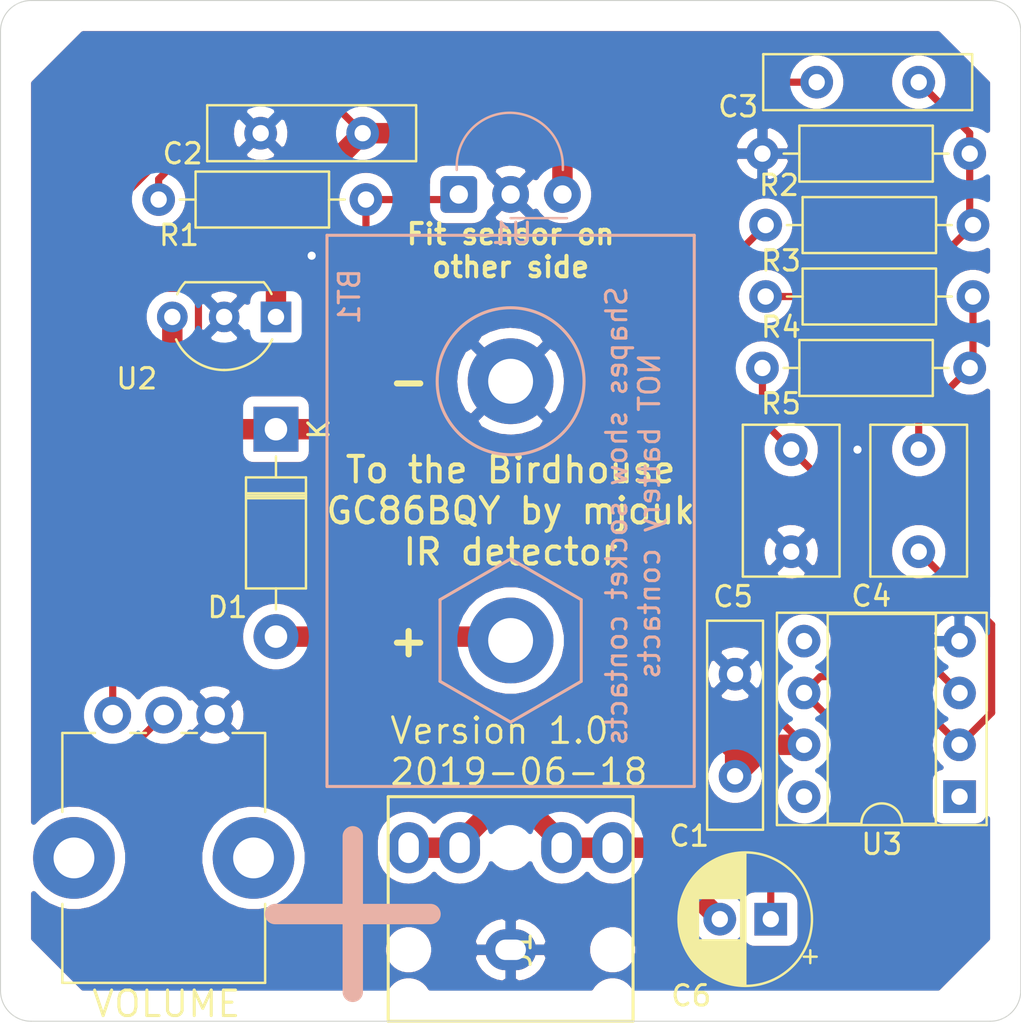
<source format=kicad_pcb>
(kicad_pcb (version 20171130) (host pcbnew "(5.1.0-0)")

  (general
    (thickness 1.6)
    (drawings 15)
    (tracks 83)
    (zones 0)
    (modules 18)
    (nets 15)
  )

  (page A4)
  (layers
    (0 F.Cu signal hide)
    (31 B.Cu signal hide)
    (32 B.Adhes user)
    (33 F.Adhes user)
    (34 B.Paste user)
    (35 F.Paste user)
    (36 B.SilkS user)
    (37 F.SilkS user)
    (38 B.Mask user)
    (39 F.Mask user)
    (40 Dwgs.User user)
    (41 Cmts.User user)
    (42 Eco1.User user)
    (43 Eco2.User user)
    (44 Edge.Cuts user)
    (45 Margin user)
    (46 B.CrtYd user)
    (47 F.CrtYd user)
    (48 B.Fab user)
    (49 F.Fab user)
  )

  (setup
    (last_trace_width 0.25)
    (user_trace_width 0.25)
    (user_trace_width 0.35)
    (user_trace_width 0.5)
    (user_trace_width 1)
    (trace_clearance 0.2)
    (zone_clearance 0.508)
    (zone_45_only yes)
    (trace_min 0.25)
    (via_size 0.8)
    (via_drill 0.4)
    (via_min_size 0.4)
    (via_min_drill 0.3)
    (uvia_size 0.3)
    (uvia_drill 0.1)
    (uvias_allowed no)
    (uvia_min_size 0.2)
    (uvia_min_drill 0.1)
    (edge_width 0.05)
    (segment_width 0.2)
    (pcb_text_width 0.3)
    (pcb_text_size 1.5 1.5)
    (mod_edge_width 0.12)
    (mod_text_size 1 1)
    (mod_text_width 0.15)
    (pad_size 4.2 4.2)
    (pad_drill 2.2)
    (pad_to_mask_clearance 0.051)
    (solder_mask_min_width 0.25)
    (aux_axis_origin 0 0)
    (grid_origin 150 100)
    (visible_elements FFFFFF7F)
    (pcbplotparams
      (layerselection 0x010f0_ffffffff)
      (usegerberextensions false)
      (usegerberattributes false)
      (usegerberadvancedattributes false)
      (creategerberjobfile false)
      (excludeedgelayer true)
      (linewidth 0.100000)
      (plotframeref false)
      (viasonmask false)
      (mode 1)
      (useauxorigin true)
      (hpglpennumber 1)
      (hpglpenspeed 20)
      (hpglpendiameter 15.000000)
      (psnegative false)
      (psa4output false)
      (plotreference true)
      (plotvalue true)
      (plotinvisibletext false)
      (padsonsilk false)
      (subtractmaskfromsilk false)
      (outputformat 1)
      (mirror false)
      (drillshape 0)
      (scaleselection 1)
      (outputdirectory "fab-2019-06-18/"))
  )

  (net 0 "")
  (net 1 "Net-(BT1-Pad1)")
  (net 2 GND)
  (net 3 +VDC)
  (net 4 +5V)
  (net 5 "Net-(C3-Pad1)")
  (net 6 "Net-(C4-Pad2)")
  (net 7 "Net-(C4-Pad1)")
  (net 8 "Net-(C5-Pad1)")
  (net 9 "Net-(C6-Pad2)")
  (net 10 SENSOR_OUT)
  (net 11 "Net-(U3-Pad1)")
  (net 12 "Net-(U3-Pad5)")
  (net 13 "Net-(U3-Pad8)")
  (net 14 "Net-(R1-Pad2)")

  (net_class Default "This is the default net class."
    (clearance 0.2)
    (trace_width 0.25)
    (via_dia 0.8)
    (via_drill 0.4)
    (uvia_dia 0.3)
    (uvia_drill 0.1)
    (diff_pair_width 0.25)
    (diff_pair_gap 0.25)
    (add_net GND)
    (add_net "Net-(BT1-Pad1)")
    (add_net "Net-(C3-Pad1)")
    (add_net "Net-(C4-Pad1)")
    (add_net "Net-(C4-Pad2)")
    (add_net "Net-(C5-Pad1)")
    (add_net "Net-(R1-Pad2)")
    (add_net "Net-(U3-Pad1)")
    (add_net "Net-(U3-Pad5)")
    (add_net "Net-(U3-Pad8)")
    (add_net SENSOR_OUT)
  )

  (net_class Power ""
    (clearance 0.2)
    (trace_width 1)
    (via_dia 1.2)
    (via_drill 0.6)
    (uvia_dia 0.3)
    (uvia_drill 0.1)
    (diff_pair_width 0.25)
    (diff_pair_gap 0.25)
    (add_net +5V)
    (add_net +VDC)
  )

  (net_class Speaker ""
    (clearance 0.2)
    (trace_width 0.5)
    (via_dia 0.8)
    (via_drill 0.4)
    (uvia_dia 0.3)
    (uvia_drill 0.1)
    (diff_pair_width 0.25)
    (diff_pair_gap 0.25)
    (add_net "Net-(C6-Pad2)")
  )

  (module Capacitor_THT:C_Rect_L7.2mm_W4.5mm_P5.00mm_FKS2_FKP2_MKS2_MKP2 (layer F.Cu) (tedit 5AE50EF0) (tstamp 5C07EA4F)
    (at 163.75 97 270)
    (descr "C, Rect series, Radial, pin pitch=5.00mm, , length*width=7.2*4.5mm^2, Capacitor, http://www.wima.com/EN/WIMA_FKS_2.pdf")
    (tags "C Rect series Radial pin pitch 5.00mm  length 7.2mm width 4.5mm Capacitor")
    (path /5BFF3F98)
    (fp_text reference C5 (at 7.2 2.85) (layer F.SilkS)
      (effects (font (size 1 1) (thickness 0.15)))
    )
    (fp_text value 1n (at 3.75 3.75 270) (layer F.Fab)
      (effects (font (size 1 1) (thickness 0.15)))
    )
    (fp_text user %R (at 2.5 0 270) (layer F.Fab)
      (effects (font (size 1 1) (thickness 0.15)))
    )
    (fp_line (start 6.35 -2.5) (end -1.35 -2.5) (layer F.CrtYd) (width 0.05))
    (fp_line (start 6.35 2.5) (end 6.35 -2.5) (layer F.CrtYd) (width 0.05))
    (fp_line (start -1.35 2.5) (end 6.35 2.5) (layer F.CrtYd) (width 0.05))
    (fp_line (start -1.35 -2.5) (end -1.35 2.5) (layer F.CrtYd) (width 0.05))
    (fp_line (start 6.22 -2.37) (end 6.22 2.37) (layer F.SilkS) (width 0.12))
    (fp_line (start -1.22 -2.37) (end -1.22 2.37) (layer F.SilkS) (width 0.12))
    (fp_line (start -1.22 2.37) (end 6.22 2.37) (layer F.SilkS) (width 0.12))
    (fp_line (start -1.22 -2.37) (end 6.22 -2.37) (layer F.SilkS) (width 0.12))
    (fp_line (start 6.1 -2.25) (end -1.1 -2.25) (layer F.Fab) (width 0.1))
    (fp_line (start 6.1 2.25) (end 6.1 -2.25) (layer F.Fab) (width 0.1))
    (fp_line (start -1.1 2.25) (end 6.1 2.25) (layer F.Fab) (width 0.1))
    (fp_line (start -1.1 -2.25) (end -1.1 2.25) (layer F.Fab) (width 0.1))
    (pad 2 thru_hole circle (at 5 0 270) (size 1.6 1.6) (drill 0.8) (layers *.Cu *.Mask)
      (net 2 GND))
    (pad 1 thru_hole circle (at 0 0 270) (size 1.6 1.6) (drill 0.8) (layers *.Cu *.Mask)
      (net 8 "Net-(C5-Pad1)"))
    (model ${KISYS3DMOD}/Capacitor_THT.3dshapes/C_Rect_L7.2mm_W4.5mm_P5.00mm_FKS2_FKP2_MKS2_MKP2.wrl
      (at (xyz 0 0 0))
      (scale (xyz 1 1 1))
      (rotate (xyz 0 0 0))
    )
  )

  (module Capacitor_THT:C_Rect_L7.2mm_W4.5mm_P5.00mm_FKS2_FKP2_MKS2_MKP2 (layer F.Cu) (tedit 5AE50EF0) (tstamp 5C07601F)
    (at 170 102 90)
    (descr "C, Rect series, Radial, pin pitch=5.00mm, , length*width=7.2*4.5mm^2, Capacitor, http://www.wima.com/EN/WIMA_FKS_2.pdf")
    (tags "C Rect series Radial pin pitch 5.00mm  length 7.2mm width 4.5mm Capacitor")
    (path /5BFF404B)
    (fp_text reference C4 (at -2.175 -2.325 180) (layer F.SilkS)
      (effects (font (size 1 1) (thickness 0.15)))
    )
    (fp_text value 1n (at 3.75 3.75 90) (layer F.Fab)
      (effects (font (size 1 1) (thickness 0.15)))
    )
    (fp_text user %R (at 2.5 0 90) (layer F.Fab)
      (effects (font (size 1 1) (thickness 0.15)))
    )
    (fp_line (start 6.35 -2.5) (end -1.35 -2.5) (layer F.CrtYd) (width 0.05))
    (fp_line (start 6.35 2.5) (end 6.35 -2.5) (layer F.CrtYd) (width 0.05))
    (fp_line (start -1.35 2.5) (end 6.35 2.5) (layer F.CrtYd) (width 0.05))
    (fp_line (start -1.35 -2.5) (end -1.35 2.5) (layer F.CrtYd) (width 0.05))
    (fp_line (start 6.22 -2.37) (end 6.22 2.37) (layer F.SilkS) (width 0.12))
    (fp_line (start -1.22 -2.37) (end -1.22 2.37) (layer F.SilkS) (width 0.12))
    (fp_line (start -1.22 2.37) (end 6.22 2.37) (layer F.SilkS) (width 0.12))
    (fp_line (start -1.22 -2.37) (end 6.22 -2.37) (layer F.SilkS) (width 0.12))
    (fp_line (start 6.1 -2.25) (end -1.1 -2.25) (layer F.Fab) (width 0.1))
    (fp_line (start 6.1 2.25) (end 6.1 -2.25) (layer F.Fab) (width 0.1))
    (fp_line (start -1.1 2.25) (end 6.1 2.25) (layer F.Fab) (width 0.1))
    (fp_line (start -1.1 -2.25) (end -1.1 2.25) (layer F.Fab) (width 0.1))
    (pad 2 thru_hole circle (at 5 0 90) (size 1.6 1.6) (drill 0.8) (layers *.Cu *.Mask)
      (net 6 "Net-(C4-Pad2)"))
    (pad 1 thru_hole circle (at 0 0 90) (size 1.6 1.6) (drill 0.8) (layers *.Cu *.Mask)
      (net 7 "Net-(C4-Pad1)"))
    (model ${KISYS3DMOD}/Capacitor_THT.3dshapes/C_Rect_L7.2mm_W4.5mm_P5.00mm_FKS2_FKP2_MKS2_MKP2.wrl
      (at (xyz 0 0 0))
      (scale (xyz 1 1 1))
      (rotate (xyz 0 0 0))
    )
  )

  (module Potentiometer_THT:Potentiometer_Bourns_PTV09A-1_Single_Vertical (layer F.Cu) (tedit 5A3D4993) (tstamp 5C1E4FFF)
    (at 130.5 110 270)
    (descr "Potentiometer, vertical, Bourns PTV09A-1 Single, http://www.bourns.com/docs/Product-Datasheets/ptv09.pdf")
    (tags "Potentiometer vertical Bourns PTV09A-1 Single")
    (path /5BFF5C92)
    (fp_text reference RV1 (at 12.6 4.025) (layer F.SilkS) hide
      (effects (font (size 1 1) (thickness 0.15)))
    )
    (fp_text value R_POT (at 0 4.25 270) (layer F.Fab)
      (effects (font (size 1 1) (thickness 0.15)))
    )
    (fp_text user %R (at 2.5 -5 270) (layer F.Fab)
      (effects (font (size 1 1) (thickness 0.15)))
    )
    (fp_line (start 13.25 -9.15) (end -1.15 -9.15) (layer F.CrtYd) (width 0.05))
    (fp_line (start 13.25 4.15) (end 13.25 -9.15) (layer F.CrtYd) (width 0.05))
    (fp_line (start -1.15 4.15) (end 13.25 4.15) (layer F.CrtYd) (width 0.05))
    (fp_line (start -1.15 -9.15) (end -1.15 4.15) (layer F.CrtYd) (width 0.05))
    (fp_line (start 13.12 -7.47) (end 13.12 2.47) (layer F.SilkS) (width 0.12))
    (fp_line (start 0.88 0.87) (end 0.88 2.47) (layer F.SilkS) (width 0.12))
    (fp_line (start 0.88 -1.629) (end 0.88 -0.87) (layer F.SilkS) (width 0.12))
    (fp_line (start 0.88 -4.129) (end 0.88 -3.37) (layer F.SilkS) (width 0.12))
    (fp_line (start 0.88 -7.47) (end 0.88 -5.871) (layer F.SilkS) (width 0.12))
    (fp_line (start 9.255 2.47) (end 13.12 2.47) (layer F.SilkS) (width 0.12))
    (fp_line (start 0.88 2.47) (end 4.745 2.47) (layer F.SilkS) (width 0.12))
    (fp_line (start 9.255 -7.47) (end 13.12 -7.47) (layer F.SilkS) (width 0.12))
    (fp_line (start 0.88 -7.47) (end 4.745 -7.47) (layer F.SilkS) (width 0.12))
    (fp_line (start 13 -7.35) (end 1 -7.35) (layer F.Fab) (width 0.1))
    (fp_line (start 13 2.35) (end 13 -7.35) (layer F.Fab) (width 0.1))
    (fp_line (start 1 2.35) (end 13 2.35) (layer F.Fab) (width 0.1))
    (fp_line (start 1 -7.35) (end 1 2.35) (layer F.Fab) (width 0.1))
    (fp_circle (center 7.5 -2.5) (end 10.5 -2.5) (layer F.Fab) (width 0.1))
    (pad "" np_thru_hole circle (at 7 1.9 270) (size 4 4) (drill 2) (layers *.Cu *.Mask))
    (pad "" np_thru_hole circle (at 7 -6.9 270) (size 4 4) (drill 2) (layers *.Cu *.Mask))
    (pad 1 thru_hole circle (at 0 0 270) (size 1.8 1.8) (drill 1) (layers *.Cu *.Mask)
      (net 14 "Net-(R1-Pad2)"))
    (pad 2 thru_hole circle (at 0 -2.5 270) (size 1.8 1.8) (drill 1) (layers *.Cu *.Mask)
      (net 10 SENSOR_OUT))
    (pad 3 thru_hole circle (at 0 -5 270) (size 1.8 1.8) (drill 1) (layers *.Cu *.Mask)
      (net 2 GND))
    (model ${KISYS3DMOD}/Potentiometer_THT.3dshapes/Potentiometer_Bourns_PTV09A-1_Single_Vertical.wrl
      (at (xyz 0 0 0))
      (scale (xyz 1 1 1))
      (rotate (xyz 0 0 0))
    )
  )

  (module Package_TO_SOT_THT:TO-92L_Inline_Wide (layer F.Cu) (tedit 5A11996A) (tstamp 5C07624B)
    (at 138.5 90.5 180)
    (descr "TO-92L leads in-line (large body variant of TO-92), also known as TO-226, wide, drill 0.75mm (see https://www.diodes.com/assets/Package-Files/TO92L.pdf and http://www.ti.com/lit/an/snoa059/snoa059.pdf)")
    (tags "TO-92L Inline Wide transistor")
    (path /5C0574C2)
    (fp_text reference U2 (at 6.825 -3.025 180) (layer F.SilkS)
      (effects (font (size 1 1) (thickness 0.15)))
    )
    (fp_text value L78L05_TO92 (at 1.27 2.79 180) (layer F.Fab)
      (effects (font (size 1 1) (thickness 0.15)))
    )
    (fp_arc (start 2.54 0) (end 4.45 1.7) (angle -15.88591585) (layer F.SilkS) (width 0.12))
    (fp_arc (start 2.54 0) (end 2.54 -2.48) (angle -130.2499344) (layer F.Fab) (width 0.1))
    (fp_arc (start 2.54 0) (end 2.54 -2.48) (angle 129.9527847) (layer F.Fab) (width 0.1))
    (fp_arc (start 2.54 0) (end 2.54 -2.6) (angle 65) (layer F.SilkS) (width 0.12))
    (fp_arc (start 2.54 0) (end 2.54 -2.6) (angle -65) (layer F.SilkS) (width 0.12))
    (fp_arc (start 2.54 0) (end 0.6 1.7) (angle 15.44288892) (layer F.SilkS) (width 0.12))
    (fp_line (start 6.1 1.85) (end -1 1.85) (layer F.CrtYd) (width 0.05))
    (fp_line (start 6.1 1.85) (end 6.1 -2.75) (layer F.CrtYd) (width 0.05))
    (fp_line (start -1 -2.75) (end -1 1.85) (layer F.CrtYd) (width 0.05))
    (fp_line (start -1 -2.75) (end 6.1 -2.75) (layer F.CrtYd) (width 0.05))
    (fp_line (start 0.65 1.6) (end 4.4 1.6) (layer F.Fab) (width 0.1))
    (fp_line (start 0.6 1.7) (end 4.45 1.7) (layer F.SilkS) (width 0.12))
    (fp_text user %R (at 1.27 -3.56 180) (layer F.Fab)
      (effects (font (size 1 1) (thickness 0.15)))
    )
    (pad 1 thru_hole rect (at 0 0 270) (size 1.5 1.5) (drill 0.8) (layers *.Cu *.Mask)
      (net 4 +5V))
    (pad 3 thru_hole circle (at 5.08 0 270) (size 1.5 1.5) (drill 0.8) (layers *.Cu *.Mask)
      (net 3 +VDC))
    (pad 2 thru_hole circle (at 2.54 0 270) (size 1.5 1.5) (drill 0.8) (layers *.Cu *.Mask)
      (net 2 GND))
    (model ${KISYS3DMOD}/Package_TO_SOT_THT.3dshapes/TO-92L_Inline_Wide.wrl
      (at (xyz 0 0 0))
      (scale (xyz 1 1 1))
      (rotate (xyz 0 0 0))
    )
  )

  (module Resistor_THT:R_Axial_DIN0207_L6.3mm_D2.5mm_P10.16mm_Horizontal (layer F.Cu) (tedit 5AE5139B) (tstamp 5C1DF4C2)
    (at 132.75 84.75)
    (descr "Resistor, Axial_DIN0207 series, Axial, Horizontal, pin pitch=10.16mm, 0.25W = 1/4W, length*diameter=6.3*2.5mm^2, http://cdn-reichelt.de/documents/datenblatt/B400/1_4W%23YAG.pdf")
    (tags "Resistor Axial_DIN0207 series Axial Horizontal pin pitch 10.16mm 0.25W = 1/4W length 6.3mm diameter 2.5mm")
    (path /5C1E7B5A)
    (fp_text reference R1 (at 1 1.75) (layer F.SilkS)
      (effects (font (size 1 1) (thickness 0.15)))
    )
    (fp_text value 110k (at 5.08 2.37) (layer F.Fab)
      (effects (font (size 1 1) (thickness 0.15)))
    )
    (fp_text user %R (at 5.08 0) (layer F.Fab)
      (effects (font (size 1 1) (thickness 0.15)))
    )
    (fp_line (start 11.21 -1.5) (end -1.05 -1.5) (layer F.CrtYd) (width 0.05))
    (fp_line (start 11.21 1.5) (end 11.21 -1.5) (layer F.CrtYd) (width 0.05))
    (fp_line (start -1.05 1.5) (end 11.21 1.5) (layer F.CrtYd) (width 0.05))
    (fp_line (start -1.05 -1.5) (end -1.05 1.5) (layer F.CrtYd) (width 0.05))
    (fp_line (start 9.12 0) (end 8.35 0) (layer F.SilkS) (width 0.12))
    (fp_line (start 1.04 0) (end 1.81 0) (layer F.SilkS) (width 0.12))
    (fp_line (start 8.35 -1.37) (end 1.81 -1.37) (layer F.SilkS) (width 0.12))
    (fp_line (start 8.35 1.37) (end 8.35 -1.37) (layer F.SilkS) (width 0.12))
    (fp_line (start 1.81 1.37) (end 8.35 1.37) (layer F.SilkS) (width 0.12))
    (fp_line (start 1.81 -1.37) (end 1.81 1.37) (layer F.SilkS) (width 0.12))
    (fp_line (start 10.16 0) (end 8.23 0) (layer F.Fab) (width 0.1))
    (fp_line (start 0 0) (end 1.93 0) (layer F.Fab) (width 0.1))
    (fp_line (start 8.23 -1.25) (end 1.93 -1.25) (layer F.Fab) (width 0.1))
    (fp_line (start 8.23 1.25) (end 8.23 -1.25) (layer F.Fab) (width 0.1))
    (fp_line (start 1.93 1.25) (end 8.23 1.25) (layer F.Fab) (width 0.1))
    (fp_line (start 1.93 -1.25) (end 1.93 1.25) (layer F.Fab) (width 0.1))
    (pad 2 thru_hole oval (at 10.16 0) (size 1.6 1.6) (drill 0.8) (layers *.Cu *.Mask)
      (net 14 "Net-(R1-Pad2)"))
    (pad 1 thru_hole circle (at 0 0) (size 1.6 1.6) (drill 0.8) (layers *.Cu *.Mask)
      (net 4 +5V))
    (model ${KISYS3DMOD}/Resistor_THT.3dshapes/R_Axial_DIN0207_L6.3mm_D2.5mm_P10.16mm_Horizontal.wrl
      (at (xyz 0 0 0))
      (scale (xyz 1 1 1))
      (rotate (xyz 0 0 0))
    )
  )

  (module Resistor_THT:R_Axial_DIN0207_L6.3mm_D2.5mm_P10.16mm_Horizontal (layer F.Cu) (tedit 5AE5139B) (tstamp 5C077A3E)
    (at 172.5 93 180)
    (descr "Resistor, Axial_DIN0207 series, Axial, Horizontal, pin pitch=10.16mm, 0.25W = 1/4W, length*diameter=6.3*2.5mm^2, http://cdn-reichelt.de/documents/datenblatt/B400/1_4W%23YAG.pdf")
    (tags "Resistor Axial_DIN0207 series Axial Horizontal pin pitch 10.16mm 0.25W = 1/4W length 6.3mm diameter 2.5mm")
    (path /5BFF3DC3)
    (fp_text reference R5 (at 9.25 -1.75) (layer F.SilkS)
      (effects (font (size 1 1) (thickness 0.15)))
    )
    (fp_text value 110k (at 5.08 2.37 180) (layer F.Fab)
      (effects (font (size 1 1) (thickness 0.15)))
    )
    (fp_line (start 1.93 -1.25) (end 1.93 1.25) (layer F.Fab) (width 0.1))
    (fp_line (start 1.93 1.25) (end 8.23 1.25) (layer F.Fab) (width 0.1))
    (fp_line (start 8.23 1.25) (end 8.23 -1.25) (layer F.Fab) (width 0.1))
    (fp_line (start 8.23 -1.25) (end 1.93 -1.25) (layer F.Fab) (width 0.1))
    (fp_line (start 0 0) (end 1.93 0) (layer F.Fab) (width 0.1))
    (fp_line (start 10.16 0) (end 8.23 0) (layer F.Fab) (width 0.1))
    (fp_line (start 1.81 -1.37) (end 1.81 1.37) (layer F.SilkS) (width 0.12))
    (fp_line (start 1.81 1.37) (end 8.35 1.37) (layer F.SilkS) (width 0.12))
    (fp_line (start 8.35 1.37) (end 8.35 -1.37) (layer F.SilkS) (width 0.12))
    (fp_line (start 8.35 -1.37) (end 1.81 -1.37) (layer F.SilkS) (width 0.12))
    (fp_line (start 1.04 0) (end 1.81 0) (layer F.SilkS) (width 0.12))
    (fp_line (start 9.12 0) (end 8.35 0) (layer F.SilkS) (width 0.12))
    (fp_line (start -1.05 -1.5) (end -1.05 1.5) (layer F.CrtYd) (width 0.05))
    (fp_line (start -1.05 1.5) (end 11.21 1.5) (layer F.CrtYd) (width 0.05))
    (fp_line (start 11.21 1.5) (end 11.21 -1.5) (layer F.CrtYd) (width 0.05))
    (fp_line (start 11.21 -1.5) (end -1.05 -1.5) (layer F.CrtYd) (width 0.05))
    (fp_text user %R (at 5.08 0 180) (layer F.Fab)
      (effects (font (size 1 1) (thickness 0.15)))
    )
    (pad 1 thru_hole circle (at 0 0 180) (size 1.6 1.6) (drill 0.8) (layers *.Cu *.Mask)
      (net 6 "Net-(C4-Pad2)"))
    (pad 2 thru_hole oval (at 10.16 0 180) (size 1.6 1.6) (drill 0.8) (layers *.Cu *.Mask)
      (net 8 "Net-(C5-Pad1)"))
    (model ${KISYS3DMOD}/Resistor_THT.3dshapes/R_Axial_DIN0207_L6.3mm_D2.5mm_P10.16mm_Horizontal.wrl
      (at (xyz 0 0 0))
      (scale (xyz 1 1 1))
      (rotate (xyz 0 0 0))
    )
  )

  (module 40khz:Battery_Keystone_968 (layer B.Cu) (tedit 5D0903D9) (tstamp 5C07A993)
    (at 150 100 90)
    (path /5C0573AB)
    (fp_text reference BT1 (at 10.5 -7.9 90) (layer B.SilkS)
      (effects (font (size 1 1) (thickness 0.15)) (justify mirror))
    )
    (fp_text value Battery (at -5.4 -10.3 90) (layer B.Fab)
      (effects (font (size 1 1) (thickness 0.15)) (justify mirror))
    )
    (fp_line (start -13.5 9) (end 13.5 9) (layer B.SilkS) (width 0.15))
    (fp_line (start 13.5 9) (end 13.5 -9) (layer B.SilkS) (width 0.15))
    (fp_line (start 13.5 -9) (end -13.5 -9) (layer B.SilkS) (width 0.15))
    (fp_line (start -13.5 -9) (end -13.5 9) (layer B.SilkS) (width 0.15))
    (fp_circle (center 6.35 0) (end 9.95 0) (layer B.SilkS) (width 0.15))
    (fp_text user + (at -19.75 -8.5 90) (layer B.SilkS)
      (effects (font (size 10 10) (thickness 1)) (justify mirror))
    )
    (fp_line (start -8.35 3.46) (end -4.35 3.46) (layer B.SilkS) (width 0.15))
    (fp_line (start -4.35 3.46) (end -2.35 0) (layer B.SilkS) (width 0.15))
    (fp_line (start -2.35 0) (end -4.35 -3.46) (layer B.SilkS) (width 0.15))
    (fp_line (start -4.35 -3.46) (end -8.35 -3.46) (layer B.SilkS) (width 0.15))
    (fp_line (start -8.35 -3.46) (end -10.35 0) (layer B.SilkS) (width 0.15))
    (fp_line (start -10.35 0) (end -8.35 3.46) (layer B.SilkS) (width 0.15))
    (fp_text user "Contacts on socket not battery" (at 0 5.25 90) (layer B.SilkS) hide
      (effects (font (size 1 1) (thickness 0.1)) (justify mirror))
    )
    (pad 1 thru_hole circle (at -6.35 0 90) (size 4.2 4.2) (drill 2.2) (layers *.Cu *.Mask)
      (net 1 "Net-(BT1-Pad1)"))
    (pad 2 thru_hole circle (at 6.35 0 90) (size 4.2 4.2) (drill 2.2) (layers *.Cu *.Mask)
      (net 2 GND))
  )

  (module Capacitor_THT:C_Disc_D10.0mm_W2.5mm_P5.00mm (layer F.Cu) (tedit 5AE50EF0) (tstamp 5C07EE9B)
    (at 161 113 90)
    (descr "C, Disc series, Radial, pin pitch=5.00mm, , diameter*width=10*2.5mm^2, Capacitor, http://cdn-reichelt.de/documents/datenblatt/B300/DS_KERKO_TC.pdf")
    (tags "C Disc series Radial pin pitch 5.00mm  diameter 10mm width 2.5mm Capacitor")
    (path /5C05BC2D)
    (fp_text reference C1 (at -2.925 -2.25 180) (layer F.SilkS)
      (effects (font (size 1 1) (thickness 0.15)))
    )
    (fp_text value 100n (at 2.5 2.5 90) (layer F.Fab)
      (effects (font (size 1 1) (thickness 0.15)))
    )
    (fp_text user %R (at 2.5 0 90) (layer F.Fab)
      (effects (font (size 1 1) (thickness 0.15)))
    )
    (fp_line (start 7.75 -1.5) (end -2.75 -1.5) (layer F.CrtYd) (width 0.05))
    (fp_line (start 7.75 1.5) (end 7.75 -1.5) (layer F.CrtYd) (width 0.05))
    (fp_line (start -2.75 1.5) (end 7.75 1.5) (layer F.CrtYd) (width 0.05))
    (fp_line (start -2.75 -1.5) (end -2.75 1.5) (layer F.CrtYd) (width 0.05))
    (fp_line (start 7.62 -1.37) (end 7.62 1.37) (layer F.SilkS) (width 0.12))
    (fp_line (start -2.62 -1.37) (end -2.62 1.37) (layer F.SilkS) (width 0.12))
    (fp_line (start -2.62 1.37) (end 7.62 1.37) (layer F.SilkS) (width 0.12))
    (fp_line (start -2.62 -1.37) (end 7.62 -1.37) (layer F.SilkS) (width 0.12))
    (fp_line (start 7.5 -1.25) (end -2.5 -1.25) (layer F.Fab) (width 0.1))
    (fp_line (start 7.5 1.25) (end 7.5 -1.25) (layer F.Fab) (width 0.1))
    (fp_line (start -2.5 1.25) (end 7.5 1.25) (layer F.Fab) (width 0.1))
    (fp_line (start -2.5 -1.25) (end -2.5 1.25) (layer F.Fab) (width 0.1))
    (pad 2 thru_hole circle (at 5 0 90) (size 1.6 1.6) (drill 0.8) (layers *.Cu *.Mask)
      (net 2 GND))
    (pad 1 thru_hole circle (at 0 0 90) (size 1.6 1.6) (drill 0.8) (layers *.Cu *.Mask)
      (net 3 +VDC))
    (model ${KISYS3DMOD}/Capacitor_THT.3dshapes/C_Disc_D10.0mm_W2.5mm_P5.00mm.wrl
      (at (xyz 0 0 0))
      (scale (xyz 1 1 1))
      (rotate (xyz 0 0 0))
    )
  )

  (module Capacitor_THT:C_Disc_D10.0mm_W2.5mm_P5.00mm (layer F.Cu) (tedit 5AE50EF0) (tstamp 5C08019F)
    (at 142.75 81.5 180)
    (descr "C, Disc series, Radial, pin pitch=5.00mm, , diameter*width=10*2.5mm^2, Capacitor, http://cdn-reichelt.de/documents/datenblatt/B300/DS_KERKO_TC.pdf")
    (tags "C Disc series Radial pin pitch 5.00mm  diameter 10mm width 2.5mm Capacitor")
    (path /5C05BDC8)
    (fp_text reference C2 (at 8.825 -1 180) (layer F.SilkS)
      (effects (font (size 1 1) (thickness 0.15)))
    )
    (fp_text value 100n (at 2.5 2.5 180) (layer F.Fab)
      (effects (font (size 1 1) (thickness 0.15)))
    )
    (fp_line (start -2.5 -1.25) (end -2.5 1.25) (layer F.Fab) (width 0.1))
    (fp_line (start -2.5 1.25) (end 7.5 1.25) (layer F.Fab) (width 0.1))
    (fp_line (start 7.5 1.25) (end 7.5 -1.25) (layer F.Fab) (width 0.1))
    (fp_line (start 7.5 -1.25) (end -2.5 -1.25) (layer F.Fab) (width 0.1))
    (fp_line (start -2.62 -1.37) (end 7.62 -1.37) (layer F.SilkS) (width 0.12))
    (fp_line (start -2.62 1.37) (end 7.62 1.37) (layer F.SilkS) (width 0.12))
    (fp_line (start -2.62 -1.37) (end -2.62 1.37) (layer F.SilkS) (width 0.12))
    (fp_line (start 7.62 -1.37) (end 7.62 1.37) (layer F.SilkS) (width 0.12))
    (fp_line (start -2.75 -1.5) (end -2.75 1.5) (layer F.CrtYd) (width 0.05))
    (fp_line (start -2.75 1.5) (end 7.75 1.5) (layer F.CrtYd) (width 0.05))
    (fp_line (start 7.75 1.5) (end 7.75 -1.5) (layer F.CrtYd) (width 0.05))
    (fp_line (start 7.75 -1.5) (end -2.75 -1.5) (layer F.CrtYd) (width 0.05))
    (fp_text user %R (at 2.5 0 180) (layer F.Fab)
      (effects (font (size 1 1) (thickness 0.15)))
    )
    (pad 1 thru_hole circle (at 0 0 180) (size 1.6 1.6) (drill 0.8) (layers *.Cu *.Mask)
      (net 4 +5V))
    (pad 2 thru_hole circle (at 5 0 180) (size 1.6 1.6) (drill 0.8) (layers *.Cu *.Mask)
      (net 2 GND))
    (model ${KISYS3DMOD}/Capacitor_THT.3dshapes/C_Disc_D10.0mm_W2.5mm_P5.00mm.wrl
      (at (xyz 0 0 0))
      (scale (xyz 1 1 1))
      (rotate (xyz 0 0 0))
    )
  )

  (module Capacitor_THT:C_Disc_D10.0mm_W2.5mm_P5.00mm (layer F.Cu) (tedit 5AE50EF0) (tstamp 5C077795)
    (at 170 79 180)
    (descr "C, Disc series, Radial, pin pitch=5.00mm, , diameter*width=10*2.5mm^2, Capacitor, http://cdn-reichelt.de/documents/datenblatt/B300/DS_KERKO_TC.pdf")
    (tags "C Disc series Radial pin pitch 5.00mm  diameter 10mm width 2.5mm Capacitor")
    (path /5BFF40B6)
    (fp_text reference C3 (at 8.85 -1.2 180) (layer F.SilkS)
      (effects (font (size 1 1) (thickness 0.15)))
    )
    (fp_text value 100nF (at 2.5 2.5 180) (layer F.Fab)
      (effects (font (size 1 1) (thickness 0.15)))
    )
    (fp_line (start -2.5 -1.25) (end -2.5 1.25) (layer F.Fab) (width 0.1))
    (fp_line (start -2.5 1.25) (end 7.5 1.25) (layer F.Fab) (width 0.1))
    (fp_line (start 7.5 1.25) (end 7.5 -1.25) (layer F.Fab) (width 0.1))
    (fp_line (start 7.5 -1.25) (end -2.5 -1.25) (layer F.Fab) (width 0.1))
    (fp_line (start -2.62 -1.37) (end 7.62 -1.37) (layer F.SilkS) (width 0.12))
    (fp_line (start -2.62 1.37) (end 7.62 1.37) (layer F.SilkS) (width 0.12))
    (fp_line (start -2.62 -1.37) (end -2.62 1.37) (layer F.SilkS) (width 0.12))
    (fp_line (start 7.62 -1.37) (end 7.62 1.37) (layer F.SilkS) (width 0.12))
    (fp_line (start -2.75 -1.5) (end -2.75 1.5) (layer F.CrtYd) (width 0.05))
    (fp_line (start -2.75 1.5) (end 7.75 1.5) (layer F.CrtYd) (width 0.05))
    (fp_line (start 7.75 1.5) (end 7.75 -1.5) (layer F.CrtYd) (width 0.05))
    (fp_line (start 7.75 -1.5) (end -2.75 -1.5) (layer F.CrtYd) (width 0.05))
    (fp_text user %R (at 2.5 0 180) (layer F.Fab)
      (effects (font (size 1 1) (thickness 0.15)))
    )
    (pad 1 thru_hole circle (at 0 0 180) (size 1.6 1.6) (drill 0.8) (layers *.Cu *.Mask)
      (net 5 "Net-(C3-Pad1)"))
    (pad 2 thru_hole circle (at 5 0 180) (size 1.6 1.6) (drill 0.8) (layers *.Cu *.Mask)
      (net 10 SENSOR_OUT))
    (model ${KISYS3DMOD}/Capacitor_THT.3dshapes/C_Disc_D10.0mm_W2.5mm_P5.00mm.wrl
      (at (xyz 0 0 0))
      (scale (xyz 1 1 1))
      (rotate (xyz 0 0 0))
    )
  )

  (module Capacitor_THT:CP_Radial_D6.3mm_P2.50mm (layer F.Cu) (tedit 5AE50EF0) (tstamp 5C1EA549)
    (at 162.75 120 180)
    (descr "CP, Radial series, Radial, pin pitch=2.50mm, , diameter=6.3mm, Electrolytic Capacitor")
    (tags "CP Radial series Radial pin pitch 2.50mm  diameter 6.3mm Electrolytic Capacitor")
    (path /5BFF8512)
    (fp_text reference C6 (at 3.9 -3.75 180) (layer F.SilkS)
      (effects (font (size 1 1) (thickness 0.15)))
    )
    (fp_text value 100u (at 1.25 4.4 180) (layer F.Fab)
      (effects (font (size 1 1) (thickness 0.15)))
    )
    (fp_circle (center 1.25 0) (end 4.4 0) (layer F.Fab) (width 0.1))
    (fp_circle (center 1.25 0) (end 4.52 0) (layer F.SilkS) (width 0.12))
    (fp_circle (center 1.25 0) (end 4.65 0) (layer F.CrtYd) (width 0.05))
    (fp_line (start -1.443972 -1.3735) (end -0.813972 -1.3735) (layer F.Fab) (width 0.1))
    (fp_line (start -1.128972 -1.6885) (end -1.128972 -1.0585) (layer F.Fab) (width 0.1))
    (fp_line (start 1.25 -3.23) (end 1.25 3.23) (layer F.SilkS) (width 0.12))
    (fp_line (start 1.29 -3.23) (end 1.29 3.23) (layer F.SilkS) (width 0.12))
    (fp_line (start 1.33 -3.23) (end 1.33 3.23) (layer F.SilkS) (width 0.12))
    (fp_line (start 1.37 -3.228) (end 1.37 3.228) (layer F.SilkS) (width 0.12))
    (fp_line (start 1.41 -3.227) (end 1.41 3.227) (layer F.SilkS) (width 0.12))
    (fp_line (start 1.45 -3.224) (end 1.45 3.224) (layer F.SilkS) (width 0.12))
    (fp_line (start 1.49 -3.222) (end 1.49 -1.04) (layer F.SilkS) (width 0.12))
    (fp_line (start 1.49 1.04) (end 1.49 3.222) (layer F.SilkS) (width 0.12))
    (fp_line (start 1.53 -3.218) (end 1.53 -1.04) (layer F.SilkS) (width 0.12))
    (fp_line (start 1.53 1.04) (end 1.53 3.218) (layer F.SilkS) (width 0.12))
    (fp_line (start 1.57 -3.215) (end 1.57 -1.04) (layer F.SilkS) (width 0.12))
    (fp_line (start 1.57 1.04) (end 1.57 3.215) (layer F.SilkS) (width 0.12))
    (fp_line (start 1.61 -3.211) (end 1.61 -1.04) (layer F.SilkS) (width 0.12))
    (fp_line (start 1.61 1.04) (end 1.61 3.211) (layer F.SilkS) (width 0.12))
    (fp_line (start 1.65 -3.206) (end 1.65 -1.04) (layer F.SilkS) (width 0.12))
    (fp_line (start 1.65 1.04) (end 1.65 3.206) (layer F.SilkS) (width 0.12))
    (fp_line (start 1.69 -3.201) (end 1.69 -1.04) (layer F.SilkS) (width 0.12))
    (fp_line (start 1.69 1.04) (end 1.69 3.201) (layer F.SilkS) (width 0.12))
    (fp_line (start 1.73 -3.195) (end 1.73 -1.04) (layer F.SilkS) (width 0.12))
    (fp_line (start 1.73 1.04) (end 1.73 3.195) (layer F.SilkS) (width 0.12))
    (fp_line (start 1.77 -3.189) (end 1.77 -1.04) (layer F.SilkS) (width 0.12))
    (fp_line (start 1.77 1.04) (end 1.77 3.189) (layer F.SilkS) (width 0.12))
    (fp_line (start 1.81 -3.182) (end 1.81 -1.04) (layer F.SilkS) (width 0.12))
    (fp_line (start 1.81 1.04) (end 1.81 3.182) (layer F.SilkS) (width 0.12))
    (fp_line (start 1.85 -3.175) (end 1.85 -1.04) (layer F.SilkS) (width 0.12))
    (fp_line (start 1.85 1.04) (end 1.85 3.175) (layer F.SilkS) (width 0.12))
    (fp_line (start 1.89 -3.167) (end 1.89 -1.04) (layer F.SilkS) (width 0.12))
    (fp_line (start 1.89 1.04) (end 1.89 3.167) (layer F.SilkS) (width 0.12))
    (fp_line (start 1.93 -3.159) (end 1.93 -1.04) (layer F.SilkS) (width 0.12))
    (fp_line (start 1.93 1.04) (end 1.93 3.159) (layer F.SilkS) (width 0.12))
    (fp_line (start 1.971 -3.15) (end 1.971 -1.04) (layer F.SilkS) (width 0.12))
    (fp_line (start 1.971 1.04) (end 1.971 3.15) (layer F.SilkS) (width 0.12))
    (fp_line (start 2.011 -3.141) (end 2.011 -1.04) (layer F.SilkS) (width 0.12))
    (fp_line (start 2.011 1.04) (end 2.011 3.141) (layer F.SilkS) (width 0.12))
    (fp_line (start 2.051 -3.131) (end 2.051 -1.04) (layer F.SilkS) (width 0.12))
    (fp_line (start 2.051 1.04) (end 2.051 3.131) (layer F.SilkS) (width 0.12))
    (fp_line (start 2.091 -3.121) (end 2.091 -1.04) (layer F.SilkS) (width 0.12))
    (fp_line (start 2.091 1.04) (end 2.091 3.121) (layer F.SilkS) (width 0.12))
    (fp_line (start 2.131 -3.11) (end 2.131 -1.04) (layer F.SilkS) (width 0.12))
    (fp_line (start 2.131 1.04) (end 2.131 3.11) (layer F.SilkS) (width 0.12))
    (fp_line (start 2.171 -3.098) (end 2.171 -1.04) (layer F.SilkS) (width 0.12))
    (fp_line (start 2.171 1.04) (end 2.171 3.098) (layer F.SilkS) (width 0.12))
    (fp_line (start 2.211 -3.086) (end 2.211 -1.04) (layer F.SilkS) (width 0.12))
    (fp_line (start 2.211 1.04) (end 2.211 3.086) (layer F.SilkS) (width 0.12))
    (fp_line (start 2.251 -3.074) (end 2.251 -1.04) (layer F.SilkS) (width 0.12))
    (fp_line (start 2.251 1.04) (end 2.251 3.074) (layer F.SilkS) (width 0.12))
    (fp_line (start 2.291 -3.061) (end 2.291 -1.04) (layer F.SilkS) (width 0.12))
    (fp_line (start 2.291 1.04) (end 2.291 3.061) (layer F.SilkS) (width 0.12))
    (fp_line (start 2.331 -3.047) (end 2.331 -1.04) (layer F.SilkS) (width 0.12))
    (fp_line (start 2.331 1.04) (end 2.331 3.047) (layer F.SilkS) (width 0.12))
    (fp_line (start 2.371 -3.033) (end 2.371 -1.04) (layer F.SilkS) (width 0.12))
    (fp_line (start 2.371 1.04) (end 2.371 3.033) (layer F.SilkS) (width 0.12))
    (fp_line (start 2.411 -3.018) (end 2.411 -1.04) (layer F.SilkS) (width 0.12))
    (fp_line (start 2.411 1.04) (end 2.411 3.018) (layer F.SilkS) (width 0.12))
    (fp_line (start 2.451 -3.002) (end 2.451 -1.04) (layer F.SilkS) (width 0.12))
    (fp_line (start 2.451 1.04) (end 2.451 3.002) (layer F.SilkS) (width 0.12))
    (fp_line (start 2.491 -2.986) (end 2.491 -1.04) (layer F.SilkS) (width 0.12))
    (fp_line (start 2.491 1.04) (end 2.491 2.986) (layer F.SilkS) (width 0.12))
    (fp_line (start 2.531 -2.97) (end 2.531 -1.04) (layer F.SilkS) (width 0.12))
    (fp_line (start 2.531 1.04) (end 2.531 2.97) (layer F.SilkS) (width 0.12))
    (fp_line (start 2.571 -2.952) (end 2.571 -1.04) (layer F.SilkS) (width 0.12))
    (fp_line (start 2.571 1.04) (end 2.571 2.952) (layer F.SilkS) (width 0.12))
    (fp_line (start 2.611 -2.934) (end 2.611 -1.04) (layer F.SilkS) (width 0.12))
    (fp_line (start 2.611 1.04) (end 2.611 2.934) (layer F.SilkS) (width 0.12))
    (fp_line (start 2.651 -2.916) (end 2.651 -1.04) (layer F.SilkS) (width 0.12))
    (fp_line (start 2.651 1.04) (end 2.651 2.916) (layer F.SilkS) (width 0.12))
    (fp_line (start 2.691 -2.896) (end 2.691 -1.04) (layer F.SilkS) (width 0.12))
    (fp_line (start 2.691 1.04) (end 2.691 2.896) (layer F.SilkS) (width 0.12))
    (fp_line (start 2.731 -2.876) (end 2.731 -1.04) (layer F.SilkS) (width 0.12))
    (fp_line (start 2.731 1.04) (end 2.731 2.876) (layer F.SilkS) (width 0.12))
    (fp_line (start 2.771 -2.856) (end 2.771 -1.04) (layer F.SilkS) (width 0.12))
    (fp_line (start 2.771 1.04) (end 2.771 2.856) (layer F.SilkS) (width 0.12))
    (fp_line (start 2.811 -2.834) (end 2.811 -1.04) (layer F.SilkS) (width 0.12))
    (fp_line (start 2.811 1.04) (end 2.811 2.834) (layer F.SilkS) (width 0.12))
    (fp_line (start 2.851 -2.812) (end 2.851 -1.04) (layer F.SilkS) (width 0.12))
    (fp_line (start 2.851 1.04) (end 2.851 2.812) (layer F.SilkS) (width 0.12))
    (fp_line (start 2.891 -2.79) (end 2.891 -1.04) (layer F.SilkS) (width 0.12))
    (fp_line (start 2.891 1.04) (end 2.891 2.79) (layer F.SilkS) (width 0.12))
    (fp_line (start 2.931 -2.766) (end 2.931 -1.04) (layer F.SilkS) (width 0.12))
    (fp_line (start 2.931 1.04) (end 2.931 2.766) (layer F.SilkS) (width 0.12))
    (fp_line (start 2.971 -2.742) (end 2.971 -1.04) (layer F.SilkS) (width 0.12))
    (fp_line (start 2.971 1.04) (end 2.971 2.742) (layer F.SilkS) (width 0.12))
    (fp_line (start 3.011 -2.716) (end 3.011 -1.04) (layer F.SilkS) (width 0.12))
    (fp_line (start 3.011 1.04) (end 3.011 2.716) (layer F.SilkS) (width 0.12))
    (fp_line (start 3.051 -2.69) (end 3.051 -1.04) (layer F.SilkS) (width 0.12))
    (fp_line (start 3.051 1.04) (end 3.051 2.69) (layer F.SilkS) (width 0.12))
    (fp_line (start 3.091 -2.664) (end 3.091 -1.04) (layer F.SilkS) (width 0.12))
    (fp_line (start 3.091 1.04) (end 3.091 2.664) (layer F.SilkS) (width 0.12))
    (fp_line (start 3.131 -2.636) (end 3.131 -1.04) (layer F.SilkS) (width 0.12))
    (fp_line (start 3.131 1.04) (end 3.131 2.636) (layer F.SilkS) (width 0.12))
    (fp_line (start 3.171 -2.607) (end 3.171 -1.04) (layer F.SilkS) (width 0.12))
    (fp_line (start 3.171 1.04) (end 3.171 2.607) (layer F.SilkS) (width 0.12))
    (fp_line (start 3.211 -2.578) (end 3.211 -1.04) (layer F.SilkS) (width 0.12))
    (fp_line (start 3.211 1.04) (end 3.211 2.578) (layer F.SilkS) (width 0.12))
    (fp_line (start 3.251 -2.548) (end 3.251 -1.04) (layer F.SilkS) (width 0.12))
    (fp_line (start 3.251 1.04) (end 3.251 2.548) (layer F.SilkS) (width 0.12))
    (fp_line (start 3.291 -2.516) (end 3.291 -1.04) (layer F.SilkS) (width 0.12))
    (fp_line (start 3.291 1.04) (end 3.291 2.516) (layer F.SilkS) (width 0.12))
    (fp_line (start 3.331 -2.484) (end 3.331 -1.04) (layer F.SilkS) (width 0.12))
    (fp_line (start 3.331 1.04) (end 3.331 2.484) (layer F.SilkS) (width 0.12))
    (fp_line (start 3.371 -2.45) (end 3.371 -1.04) (layer F.SilkS) (width 0.12))
    (fp_line (start 3.371 1.04) (end 3.371 2.45) (layer F.SilkS) (width 0.12))
    (fp_line (start 3.411 -2.416) (end 3.411 -1.04) (layer F.SilkS) (width 0.12))
    (fp_line (start 3.411 1.04) (end 3.411 2.416) (layer F.SilkS) (width 0.12))
    (fp_line (start 3.451 -2.38) (end 3.451 -1.04) (layer F.SilkS) (width 0.12))
    (fp_line (start 3.451 1.04) (end 3.451 2.38) (layer F.SilkS) (width 0.12))
    (fp_line (start 3.491 -2.343) (end 3.491 -1.04) (layer F.SilkS) (width 0.12))
    (fp_line (start 3.491 1.04) (end 3.491 2.343) (layer F.SilkS) (width 0.12))
    (fp_line (start 3.531 -2.305) (end 3.531 -1.04) (layer F.SilkS) (width 0.12))
    (fp_line (start 3.531 1.04) (end 3.531 2.305) (layer F.SilkS) (width 0.12))
    (fp_line (start 3.571 -2.265) (end 3.571 2.265) (layer F.SilkS) (width 0.12))
    (fp_line (start 3.611 -2.224) (end 3.611 2.224) (layer F.SilkS) (width 0.12))
    (fp_line (start 3.651 -2.182) (end 3.651 2.182) (layer F.SilkS) (width 0.12))
    (fp_line (start 3.691 -2.137) (end 3.691 2.137) (layer F.SilkS) (width 0.12))
    (fp_line (start 3.731 -2.092) (end 3.731 2.092) (layer F.SilkS) (width 0.12))
    (fp_line (start 3.771 -2.044) (end 3.771 2.044) (layer F.SilkS) (width 0.12))
    (fp_line (start 3.811 -1.995) (end 3.811 1.995) (layer F.SilkS) (width 0.12))
    (fp_line (start 3.851 -1.944) (end 3.851 1.944) (layer F.SilkS) (width 0.12))
    (fp_line (start 3.891 -1.89) (end 3.891 1.89) (layer F.SilkS) (width 0.12))
    (fp_line (start 3.931 -1.834) (end 3.931 1.834) (layer F.SilkS) (width 0.12))
    (fp_line (start 3.971 -1.776) (end 3.971 1.776) (layer F.SilkS) (width 0.12))
    (fp_line (start 4.011 -1.714) (end 4.011 1.714) (layer F.SilkS) (width 0.12))
    (fp_line (start 4.051 -1.65) (end 4.051 1.65) (layer F.SilkS) (width 0.12))
    (fp_line (start 4.091 -1.581) (end 4.091 1.581) (layer F.SilkS) (width 0.12))
    (fp_line (start 4.131 -1.509) (end 4.131 1.509) (layer F.SilkS) (width 0.12))
    (fp_line (start 4.171 -1.432) (end 4.171 1.432) (layer F.SilkS) (width 0.12))
    (fp_line (start 4.211 -1.35) (end 4.211 1.35) (layer F.SilkS) (width 0.12))
    (fp_line (start 4.251 -1.262) (end 4.251 1.262) (layer F.SilkS) (width 0.12))
    (fp_line (start 4.291 -1.165) (end 4.291 1.165) (layer F.SilkS) (width 0.12))
    (fp_line (start 4.331 -1.059) (end 4.331 1.059) (layer F.SilkS) (width 0.12))
    (fp_line (start 4.371 -0.94) (end 4.371 0.94) (layer F.SilkS) (width 0.12))
    (fp_line (start 4.411 -0.802) (end 4.411 0.802) (layer F.SilkS) (width 0.12))
    (fp_line (start 4.451 -0.633) (end 4.451 0.633) (layer F.SilkS) (width 0.12))
    (fp_line (start 4.491 -0.402) (end 4.491 0.402) (layer F.SilkS) (width 0.12))
    (fp_line (start -2.250241 -1.839) (end -1.620241 -1.839) (layer F.SilkS) (width 0.12))
    (fp_line (start -1.935241 -2.154) (end -1.935241 -1.524) (layer F.SilkS) (width 0.12))
    (fp_text user %R (at 1.25 0 180) (layer F.Fab)
      (effects (font (size 1 1) (thickness 0.15)))
    )
    (pad 1 thru_hole rect (at 0 0 180) (size 1.6 1.6) (drill 0.8) (layers *.Cu *.Mask)
      (net 7 "Net-(C4-Pad1)"))
    (pad 2 thru_hole circle (at 2.5 0 180) (size 1.6 1.6) (drill 0.8) (layers *.Cu *.Mask)
      (net 9 "Net-(C6-Pad2)"))
    (model ${KISYS3DMOD}/Capacitor_THT.3dshapes/CP_Radial_D6.3mm_P2.50mm.wrl
      (at (xyz 0 0 0))
      (scale (xyz 1 1 1))
      (rotate (xyz 0 0 0))
    )
  )

  (module Diode_THT:D_DO-41_SOD81_P10.16mm_Horizontal (layer F.Cu) (tedit 5AE50CD5) (tstamp 5C1E4E61)
    (at 138.5 96 270)
    (descr "Diode, DO-41_SOD81 series, Axial, Horizontal, pin pitch=10.16mm, , length*diameter=5.2*2.7mm^2, , http://www.diodes.com/_files/packages/DO-41%20(Plastic).pdf")
    (tags "Diode DO-41_SOD81 series Axial Horizontal pin pitch 10.16mm  length 5.2mm diameter 2.7mm")
    (path /5C05C543)
    (fp_text reference D1 (at 8.725 2.375 180) (layer F.SilkS)
      (effects (font (size 1 1) (thickness 0.15)))
    )
    (fp_text value 1N5817 (at 5.08 2.47 270) (layer F.Fab)
      (effects (font (size 1 1) (thickness 0.15)))
    )
    (fp_line (start 2.48 -1.35) (end 2.48 1.35) (layer F.Fab) (width 0.1))
    (fp_line (start 2.48 1.35) (end 7.68 1.35) (layer F.Fab) (width 0.1))
    (fp_line (start 7.68 1.35) (end 7.68 -1.35) (layer F.Fab) (width 0.1))
    (fp_line (start 7.68 -1.35) (end 2.48 -1.35) (layer F.Fab) (width 0.1))
    (fp_line (start 0 0) (end 2.48 0) (layer F.Fab) (width 0.1))
    (fp_line (start 10.16 0) (end 7.68 0) (layer F.Fab) (width 0.1))
    (fp_line (start 3.26 -1.35) (end 3.26 1.35) (layer F.Fab) (width 0.1))
    (fp_line (start 3.36 -1.35) (end 3.36 1.35) (layer F.Fab) (width 0.1))
    (fp_line (start 3.16 -1.35) (end 3.16 1.35) (layer F.Fab) (width 0.1))
    (fp_line (start 2.36 -1.47) (end 2.36 1.47) (layer F.SilkS) (width 0.12))
    (fp_line (start 2.36 1.47) (end 7.8 1.47) (layer F.SilkS) (width 0.12))
    (fp_line (start 7.8 1.47) (end 7.8 -1.47) (layer F.SilkS) (width 0.12))
    (fp_line (start 7.8 -1.47) (end 2.36 -1.47) (layer F.SilkS) (width 0.12))
    (fp_line (start 1.34 0) (end 2.36 0) (layer F.SilkS) (width 0.12))
    (fp_line (start 8.82 0) (end 7.8 0) (layer F.SilkS) (width 0.12))
    (fp_line (start 3.26 -1.47) (end 3.26 1.47) (layer F.SilkS) (width 0.12))
    (fp_line (start 3.38 -1.47) (end 3.38 1.47) (layer F.SilkS) (width 0.12))
    (fp_line (start 3.14 -1.47) (end 3.14 1.47) (layer F.SilkS) (width 0.12))
    (fp_line (start -1.35 -1.6) (end -1.35 1.6) (layer F.CrtYd) (width 0.05))
    (fp_line (start -1.35 1.6) (end 11.51 1.6) (layer F.CrtYd) (width 0.05))
    (fp_line (start 11.51 1.6) (end 11.51 -1.6) (layer F.CrtYd) (width 0.05))
    (fp_line (start 11.51 -1.6) (end -1.35 -1.6) (layer F.CrtYd) (width 0.05))
    (fp_text user %R (at 5.5 0 270) (layer F.Fab)
      (effects (font (size 1 1) (thickness 0.15)))
    )
    (fp_text user K (at 0 -2.1 270) (layer F.Fab)
      (effects (font (size 1 1) (thickness 0.15)))
    )
    (fp_text user K (at 0 -2.1 270) (layer F.SilkS)
      (effects (font (size 1 1) (thickness 0.15)))
    )
    (pad 1 thru_hole rect (at 0 0 270) (size 2.2 2.2) (drill 1.1) (layers *.Cu *.Mask)
      (net 3 +VDC))
    (pad 2 thru_hole oval (at 10.16 0 270) (size 2.2 2.2) (drill 1.1) (layers *.Cu *.Mask)
      (net 1 "Net-(BT1-Pad1)"))
    (model ${KISYS3DMOD}/Diode_THT.3dshapes/D_DO-41_SOD81_P10.16mm_Horizontal.wrl
      (at (xyz 0 0 0))
      (scale (xyz 1 1 1))
      (rotate (xyz 0 0 0))
    )
  )

  (module 40khz:TruConnect_3.5mm_StereoSocket (layer F.Cu) (tedit 5C07BDB1) (tstamp 5C076865)
    (at 150 121.5 90)
    (path /5C000A4F)
    (fp_text reference J1 (at 0 0.5 90) (layer F.SilkS)
      (effects (font (size 1 1) (thickness 0.15)))
    )
    (fp_text value AudioJack3_Ground (at 0 -0.5 90) (layer F.Fab)
      (effects (font (size 1 1) (thickness 0.15)))
    )
    (fp_line (start -3.5 -6) (end 7.5 -6) (layer F.SilkS) (width 0.15))
    (fp_line (start 7.5 -6) (end 7.5 6) (layer F.SilkS) (width 0.15))
    (fp_line (start 7.5 6) (end -3.5 6) (layer F.SilkS) (width 0.15))
    (fp_line (start -3.5 6) (end -3.5 -6) (layer F.SilkS) (width 0.15))
    (fp_line (start -3.5 -3) (end -7 -3) (layer Dwgs.User) (width 0.15))
    (fp_line (start -3.5 3) (end -7 3) (layer Dwgs.User) (width 0.15))
    (fp_line (start -7 -3) (end -7 3) (layer Dwgs.User) (width 0.12))
    (pad S thru_hole oval (at 0 0 90) (size 2 2.5) (drill oval 1 1.5) (layers *.Cu *.Mask)
      (net 2 GND))
    (pad R thru_hole oval (at 5 -5 90) (size 2.5 2) (drill oval 1.5 1) (layers *.Cu *.Mask)
      (net 9 "Net-(C6-Pad2)"))
    (pad R thru_hole oval (at 5 -2.5 90) (size 2.5 2) (drill oval 1.5 1) (layers *.Cu *.Mask)
      (net 9 "Net-(C6-Pad2)"))
    (pad T thru_hole oval (at 5 2.5 90) (size 2.5 2) (drill oval 1.5 1) (layers *.Cu *.Mask)
      (net 9 "Net-(C6-Pad2)"))
    (pad T thru_hole oval (at 5 5 90) (size 2.5 2) (drill oval 1.5 1) (layers *.Cu *.Mask)
      (net 9 "Net-(C6-Pad2)"))
    (pad "" np_thru_hole circle (at 5 0 90) (size 1.2 1.2) (drill 1.2) (layers *.Cu *.Mask))
    (pad "" np_thru_hole circle (at 0 5 90) (size 1.2 1.2) (drill 1.2) (layers *.Cu *.Mask))
    (pad "" np_thru_hole circle (at 0 -5 90) (size 1.2 1.2) (drill 1.2) (layers *.Cu *.Mask))
    (pad "" np_thru_hole circle (at -2.5 5 90) (size 1.2 1.2) (drill 1.2) (layers *.Cu *.Mask))
    (pad "" np_thru_hole circle (at -2.5 -5 90) (size 1.2 1.2) (drill 1.2) (layers *.Cu *.Mask))
  )

  (module Resistor_THT:R_Axial_DIN0207_L6.3mm_D2.5mm_P10.16mm_Horizontal (layer F.Cu) (tedit 5AE5139B) (tstamp 5C07616E)
    (at 172.5 82.5 180)
    (descr "Resistor, Axial_DIN0207 series, Axial, Horizontal, pin pitch=10.16mm, 0.25W = 1/4W, length*diameter=6.3*2.5mm^2, http://cdn-reichelt.de/documents/datenblatt/B400/1_4W%23YAG.pdf")
    (tags "Resistor Axial_DIN0207 series Axial Horizontal pin pitch 10.16mm 0.25W = 1/4W length 6.3mm diameter 2.5mm")
    (path /5BFF4DFF)
    (fp_text reference R2 (at 9.35 -1.55 180) (layer F.SilkS)
      (effects (font (size 1 1) (thickness 0.15)))
    )
    (fp_text value 110k (at 5.08 2.37 180) (layer F.Fab)
      (effects (font (size 1 1) (thickness 0.15)))
    )
    (fp_text user %R (at 5.08 0 180) (layer F.Fab)
      (effects (font (size 1 1) (thickness 0.15)))
    )
    (fp_line (start 11.21 -1.5) (end -1.05 -1.5) (layer F.CrtYd) (width 0.05))
    (fp_line (start 11.21 1.5) (end 11.21 -1.5) (layer F.CrtYd) (width 0.05))
    (fp_line (start -1.05 1.5) (end 11.21 1.5) (layer F.CrtYd) (width 0.05))
    (fp_line (start -1.05 -1.5) (end -1.05 1.5) (layer F.CrtYd) (width 0.05))
    (fp_line (start 9.12 0) (end 8.35 0) (layer F.SilkS) (width 0.12))
    (fp_line (start 1.04 0) (end 1.81 0) (layer F.SilkS) (width 0.12))
    (fp_line (start 8.35 -1.37) (end 1.81 -1.37) (layer F.SilkS) (width 0.12))
    (fp_line (start 8.35 1.37) (end 8.35 -1.37) (layer F.SilkS) (width 0.12))
    (fp_line (start 1.81 1.37) (end 8.35 1.37) (layer F.SilkS) (width 0.12))
    (fp_line (start 1.81 -1.37) (end 1.81 1.37) (layer F.SilkS) (width 0.12))
    (fp_line (start 10.16 0) (end 8.23 0) (layer F.Fab) (width 0.1))
    (fp_line (start 0 0) (end 1.93 0) (layer F.Fab) (width 0.1))
    (fp_line (start 8.23 -1.25) (end 1.93 -1.25) (layer F.Fab) (width 0.1))
    (fp_line (start 8.23 1.25) (end 8.23 -1.25) (layer F.Fab) (width 0.1))
    (fp_line (start 1.93 1.25) (end 8.23 1.25) (layer F.Fab) (width 0.1))
    (fp_line (start 1.93 -1.25) (end 1.93 1.25) (layer F.Fab) (width 0.1))
    (pad 2 thru_hole oval (at 10.16 0 180) (size 1.6 1.6) (drill 0.8) (layers *.Cu *.Mask)
      (net 2 GND))
    (pad 1 thru_hole circle (at 0 0 180) (size 1.6 1.6) (drill 0.8) (layers *.Cu *.Mask)
      (net 5 "Net-(C3-Pad1)"))
    (model ${KISYS3DMOD}/Resistor_THT.3dshapes/R_Axial_DIN0207_L6.3mm_D2.5mm_P10.16mm_Horizontal.wrl
      (at (xyz 0 0 0))
      (scale (xyz 1 1 1))
      (rotate (xyz 0 0 0))
    )
  )

  (module Resistor_THT:R_Axial_DIN0207_L6.3mm_D2.5mm_P10.16mm_Horizontal (layer F.Cu) (tedit 5AE5139B) (tstamp 5C089C18)
    (at 162.5 86)
    (descr "Resistor, Axial_DIN0207 series, Axial, Horizontal, pin pitch=10.16mm, 0.25W = 1/4W, length*diameter=6.3*2.5mm^2, http://cdn-reichelt.de/documents/datenblatt/B400/1_4W%23YAG.pdf")
    (tags "Resistor Axial_DIN0207 series Axial Horizontal pin pitch 10.16mm 0.25W = 1/4W length 6.3mm diameter 2.5mm")
    (path /5BFF4D92)
    (fp_text reference R3 (at 0.75 1.75) (layer F.SilkS)
      (effects (font (size 1 1) (thickness 0.15)))
    )
    (fp_text value 110k (at 5.08 2.37) (layer F.Fab)
      (effects (font (size 1 1) (thickness 0.15)))
    )
    (fp_line (start 1.93 -1.25) (end 1.93 1.25) (layer F.Fab) (width 0.1))
    (fp_line (start 1.93 1.25) (end 8.23 1.25) (layer F.Fab) (width 0.1))
    (fp_line (start 8.23 1.25) (end 8.23 -1.25) (layer F.Fab) (width 0.1))
    (fp_line (start 8.23 -1.25) (end 1.93 -1.25) (layer F.Fab) (width 0.1))
    (fp_line (start 0 0) (end 1.93 0) (layer F.Fab) (width 0.1))
    (fp_line (start 10.16 0) (end 8.23 0) (layer F.Fab) (width 0.1))
    (fp_line (start 1.81 -1.37) (end 1.81 1.37) (layer F.SilkS) (width 0.12))
    (fp_line (start 1.81 1.37) (end 8.35 1.37) (layer F.SilkS) (width 0.12))
    (fp_line (start 8.35 1.37) (end 8.35 -1.37) (layer F.SilkS) (width 0.12))
    (fp_line (start 8.35 -1.37) (end 1.81 -1.37) (layer F.SilkS) (width 0.12))
    (fp_line (start 1.04 0) (end 1.81 0) (layer F.SilkS) (width 0.12))
    (fp_line (start 9.12 0) (end 8.35 0) (layer F.SilkS) (width 0.12))
    (fp_line (start -1.05 -1.5) (end -1.05 1.5) (layer F.CrtYd) (width 0.05))
    (fp_line (start -1.05 1.5) (end 11.21 1.5) (layer F.CrtYd) (width 0.05))
    (fp_line (start 11.21 1.5) (end 11.21 -1.5) (layer F.CrtYd) (width 0.05))
    (fp_line (start 11.21 -1.5) (end -1.05 -1.5) (layer F.CrtYd) (width 0.05))
    (fp_text user %R (at 5.08 0) (layer F.Fab)
      (effects (font (size 1 1) (thickness 0.15)))
    )
    (pad 1 thru_hole circle (at 0 0) (size 1.6 1.6) (drill 0.8) (layers *.Cu *.Mask)
      (net 3 +VDC))
    (pad 2 thru_hole oval (at 10.16 0) (size 1.6 1.6) (drill 0.8) (layers *.Cu *.Mask)
      (net 5 "Net-(C3-Pad1)"))
    (model ${KISYS3DMOD}/Resistor_THT.3dshapes/R_Axial_DIN0207_L6.3mm_D2.5mm_P10.16mm_Horizontal.wrl
      (at (xyz 0 0 0))
      (scale (xyz 1 1 1))
      (rotate (xyz 0 0 0))
    )
  )

  (module Resistor_THT:R_Axial_DIN0207_L6.3mm_D2.5mm_P10.16mm_Horizontal (layer F.Cu) (tedit 5AE5139B) (tstamp 5C07619C)
    (at 172.66 89.5 180)
    (descr "Resistor, Axial_DIN0207 series, Axial, Horizontal, pin pitch=10.16mm, 0.25W = 1/4W, length*diameter=6.3*2.5mm^2, http://cdn-reichelt.de/documents/datenblatt/B400/1_4W%23YAG.pdf")
    (tags "Resistor Axial_DIN0207 series Axial Horizontal pin pitch 10.16mm 0.25W = 1/4W length 6.3mm diameter 2.5mm")
    (path /5BFF3E9C)
    (fp_text reference R4 (at 9.41 -1.5) (layer F.SilkS)
      (effects (font (size 1 1) (thickness 0.15)))
    )
    (fp_text value 110k (at 5.08 2.37 180) (layer F.Fab)
      (effects (font (size 1 1) (thickness 0.15)))
    )
    (fp_text user %R (at 5.08 0 180) (layer F.Fab)
      (effects (font (size 1 1) (thickness 0.15)))
    )
    (fp_line (start 11.21 -1.5) (end -1.05 -1.5) (layer F.CrtYd) (width 0.05))
    (fp_line (start 11.21 1.5) (end 11.21 -1.5) (layer F.CrtYd) (width 0.05))
    (fp_line (start -1.05 1.5) (end 11.21 1.5) (layer F.CrtYd) (width 0.05))
    (fp_line (start -1.05 -1.5) (end -1.05 1.5) (layer F.CrtYd) (width 0.05))
    (fp_line (start 9.12 0) (end 8.35 0) (layer F.SilkS) (width 0.12))
    (fp_line (start 1.04 0) (end 1.81 0) (layer F.SilkS) (width 0.12))
    (fp_line (start 8.35 -1.37) (end 1.81 -1.37) (layer F.SilkS) (width 0.12))
    (fp_line (start 8.35 1.37) (end 8.35 -1.37) (layer F.SilkS) (width 0.12))
    (fp_line (start 1.81 1.37) (end 8.35 1.37) (layer F.SilkS) (width 0.12))
    (fp_line (start 1.81 -1.37) (end 1.81 1.37) (layer F.SilkS) (width 0.12))
    (fp_line (start 10.16 0) (end 8.23 0) (layer F.Fab) (width 0.1))
    (fp_line (start 0 0) (end 1.93 0) (layer F.Fab) (width 0.1))
    (fp_line (start 8.23 -1.25) (end 1.93 -1.25) (layer F.Fab) (width 0.1))
    (fp_line (start 8.23 1.25) (end 8.23 -1.25) (layer F.Fab) (width 0.1))
    (fp_line (start 1.93 1.25) (end 8.23 1.25) (layer F.Fab) (width 0.1))
    (fp_line (start 1.93 -1.25) (end 1.93 1.25) (layer F.Fab) (width 0.1))
    (pad 2 thru_hole oval (at 10.16 0 180) (size 1.6 1.6) (drill 0.8) (layers *.Cu *.Mask)
      (net 5 "Net-(C3-Pad1)"))
    (pad 1 thru_hole circle (at 0 0 180) (size 1.6 1.6) (drill 0.8) (layers *.Cu *.Mask)
      (net 6 "Net-(C4-Pad2)"))
    (model ${KISYS3DMOD}/Resistor_THT.3dshapes/R_Axial_DIN0207_L6.3mm_D2.5mm_P10.16mm_Horizontal.wrl
      (at (xyz 0 0 0))
      (scale (xyz 1 1 1))
      (rotate (xyz 0 0 0))
    )
  )

  (module OptoDevice:Vishay_MINIMOLD-3Pin (layer B.Cu) (tedit 5B8885B5) (tstamp 5C07C8D5)
    (at 147.46 84.5)
    (descr "IR Receiver Vishay TSOP-xxxx, MINIMOLD package, see https://www.vishay.com/docs/82742/tsop331.pdf")
    (tags "IR Receiver Vishay TSOP-xxxx MINIMOLD")
    (path /5BFFDE81)
    (fp_text reference U1 (at 2.6 1.9 -180) (layer B.SilkS)
      (effects (font (size 1 1) (thickness 0.15)) (justify mirror))
    )
    (fp_text value TSOP13xx (at 2.54 -5 -180) (layer B.Fab)
      (effects (font (size 1 1) (thickness 0.15)) (justify mirror))
    )
    (fp_text user %R (at 2.51 -1.99) (layer B.Fab)
      (effects (font (size 1 1) (thickness 0.15)) (justify mirror))
    )
    (fp_line (start 5 -1.1) (end 0 -1.1) (layer B.Fab) (width 0.1))
    (fp_line (start 0 -1.4) (end 0 -1.15) (layer B.Fab) (width 0.1))
    (fp_line (start 0 -1.15) (end 0 -1.1) (layer B.Fab) (width 0.1))
    (fp_line (start 0 -1.1) (end -0.2 -1.1) (layer B.Fab) (width 0.1))
    (fp_line (start -0.2 -1.1) (end -0.2 0.55) (layer B.Fab) (width 0.1))
    (fp_line (start 0.3 1.05) (end 5.3 1.05) (layer B.Fab) (width 0.1))
    (fp_line (start 5.3 1.05) (end 5.3 -1.1) (layer B.Fab) (width 0.1))
    (fp_line (start 5.3 -1.1) (end 5 -1.1) (layer B.Fab) (width 0.1))
    (fp_line (start 5 -1.1) (end 5 -1.4) (layer B.Fab) (width 0.1))
    (fp_line (start 5.1 -1.4) (end 5.1 -1.2) (layer B.SilkS) (width 0.12))
    (fp_line (start -0.1 -1.4) (end -0.1 -1.2) (layer B.SilkS) (width 0.12))
    (fp_line (start 5.3 1.16) (end 2.54 1.16) (layer B.SilkS) (width 0.12))
    (fp_line (start 6.23 -4.15) (end -1.15 -4.15) (layer B.CrtYd) (width 0.05))
    (fp_line (start 6.23 -4.15) (end 6.23 1.3) (layer B.CrtYd) (width 0.05))
    (fp_line (start -1.15 1.3) (end -1.15 -4.15) (layer B.CrtYd) (width 0.05))
    (fp_line (start -1.15 1.3) (end 6.23 1.3) (layer B.CrtYd) (width 0.05))
    (fp_arc (start 2.5 -1.4) (end 5.1 -1.4) (angle -180) (layer B.SilkS) (width 0.12))
    (fp_arc (start 2.5 -1.4) (end 5 -1.4) (angle -180) (layer B.Fab) (width 0.1))
    (fp_line (start 0.3 1.05) (end -0.2 0.55) (layer B.Fab) (width 0.1))
    (pad 1 thru_hole roundrect (at 0 0) (size 1.8 1.8) (drill 0.9) (layers *.Cu *.Mask) (roundrect_rratio 0.139)
      (net 14 "Net-(R1-Pad2)"))
    (pad 2 thru_hole circle (at 2.54 0) (size 1.8 1.8) (drill 0.9) (layers *.Cu *.Mask)
      (net 2 GND))
    (pad 3 thru_hole circle (at 5.08 0) (size 1.8 1.8) (drill 0.9) (layers *.Cu *.Mask)
      (net 4 +5V))
    (model ${KISYS3DMOD}/OptoDevice.3dshapes/Vishay_MINIMOLD-3Pin.wrl
      (at (xyz 0 0 0))
      (scale (xyz 1 1 1))
      (rotate (xyz 0 0 0))
    )
  )

  (module Package_DIP:DIP-8_W7.62mm_Socket (layer F.Cu) (tedit 5A02E8C5) (tstamp 5C07626F)
    (at 172 114 180)
    (descr "8-lead though-hole mounted DIP package, row spacing 7.62 mm (300 mils), Socket")
    (tags "THT DIP DIL PDIP 2.54mm 7.62mm 300mil Socket")
    (path /5BFF30E0)
    (fp_text reference U3 (at 3.81 -2.33 180) (layer F.SilkS)
      (effects (font (size 1 1) (thickness 0.15)))
    )
    (fp_text value OP07simple (at 3.81 9.95 180) (layer F.Fab)
      (effects (font (size 1 1) (thickness 0.15)))
    )
    (fp_arc (start 3.81 -1.33) (end 2.81 -1.33) (angle -180) (layer F.SilkS) (width 0.12))
    (fp_line (start 1.635 -1.27) (end 6.985 -1.27) (layer F.Fab) (width 0.1))
    (fp_line (start 6.985 -1.27) (end 6.985 8.89) (layer F.Fab) (width 0.1))
    (fp_line (start 6.985 8.89) (end 0.635 8.89) (layer F.Fab) (width 0.1))
    (fp_line (start 0.635 8.89) (end 0.635 -0.27) (layer F.Fab) (width 0.1))
    (fp_line (start 0.635 -0.27) (end 1.635 -1.27) (layer F.Fab) (width 0.1))
    (fp_line (start -1.27 -1.33) (end -1.27 8.95) (layer F.Fab) (width 0.1))
    (fp_line (start -1.27 8.95) (end 8.89 8.95) (layer F.Fab) (width 0.1))
    (fp_line (start 8.89 8.95) (end 8.89 -1.33) (layer F.Fab) (width 0.1))
    (fp_line (start 8.89 -1.33) (end -1.27 -1.33) (layer F.Fab) (width 0.1))
    (fp_line (start 2.81 -1.33) (end 1.16 -1.33) (layer F.SilkS) (width 0.12))
    (fp_line (start 1.16 -1.33) (end 1.16 8.95) (layer F.SilkS) (width 0.12))
    (fp_line (start 1.16 8.95) (end 6.46 8.95) (layer F.SilkS) (width 0.12))
    (fp_line (start 6.46 8.95) (end 6.46 -1.33) (layer F.SilkS) (width 0.12))
    (fp_line (start 6.46 -1.33) (end 4.81 -1.33) (layer F.SilkS) (width 0.12))
    (fp_line (start -1.33 -1.39) (end -1.33 9.01) (layer F.SilkS) (width 0.12))
    (fp_line (start -1.33 9.01) (end 8.95 9.01) (layer F.SilkS) (width 0.12))
    (fp_line (start 8.95 9.01) (end 8.95 -1.39) (layer F.SilkS) (width 0.12))
    (fp_line (start 8.95 -1.39) (end -1.33 -1.39) (layer F.SilkS) (width 0.12))
    (fp_line (start -1.55 -1.6) (end -1.55 9.2) (layer F.CrtYd) (width 0.05))
    (fp_line (start -1.55 9.2) (end 9.15 9.2) (layer F.CrtYd) (width 0.05))
    (fp_line (start 9.15 9.2) (end 9.15 -1.6) (layer F.CrtYd) (width 0.05))
    (fp_line (start 9.15 -1.6) (end -1.55 -1.6) (layer F.CrtYd) (width 0.05))
    (fp_text user %R (at 3.81 3.81 180) (layer F.Fab)
      (effects (font (size 1 1) (thickness 0.15)))
    )
    (pad 1 thru_hole rect (at 0 0 180) (size 1.6 1.6) (drill 0.8) (layers *.Cu *.Mask)
      (net 11 "Net-(U3-Pad1)"))
    (pad 5 thru_hole oval (at 7.62 7.62 180) (size 1.6 1.6) (drill 0.8) (layers *.Cu *.Mask)
      (net 12 "Net-(U3-Pad5)"))
    (pad 2 thru_hole oval (at 0 2.54 180) (size 1.6 1.6) (drill 0.8) (layers *.Cu *.Mask)
      (net 7 "Net-(C4-Pad1)"))
    (pad 6 thru_hole oval (at 7.62 5.08 180) (size 1.6 1.6) (drill 0.8) (layers *.Cu *.Mask)
      (net 7 "Net-(C4-Pad1)"))
    (pad 3 thru_hole oval (at 0 5.08 180) (size 1.6 1.6) (drill 0.8) (layers *.Cu *.Mask)
      (net 8 "Net-(C5-Pad1)"))
    (pad 7 thru_hole oval (at 7.62 2.54 180) (size 1.6 1.6) (drill 0.8) (layers *.Cu *.Mask)
      (net 3 +VDC))
    (pad 4 thru_hole oval (at 0 7.62 180) (size 1.6 1.6) (drill 0.8) (layers *.Cu *.Mask)
      (net 2 GND))
    (pad 8 thru_hole oval (at 7.62 0 180) (size 1.6 1.6) (drill 0.8) (layers *.Cu *.Mask)
      (net 13 "Net-(U3-Pad8)"))
    (model ${KISYS3DMOD}/Package_DIP.3dshapes/DIP-8_W7.62mm_Socket.wrl
      (at (xyz 0 0 0))
      (scale (xyz 1 1 1))
      (rotate (xyz 0 0 0))
    )
  )

  (gr_arc (start 126.5 76.5) (end 125 76.5) (angle 90) (layer Edge.Cuts) (width 0.05) (tstamp 5D090B19))
  (gr_arc (start 126.5 123.5) (end 126.5 125) (angle 90) (layer Edge.Cuts) (width 0.05) (tstamp 5D090B19))
  (gr_arc (start 173.5 123.5) (end 175 123.5) (angle 90) (layer Edge.Cuts) (width 0.05) (tstamp 5D090B19))
  (gr_arc (start 173.5 76.5) (end 173.5 75) (angle 90) (layer Edge.Cuts) (width 0.05))
  (gr_text "Fit sensor on\nother side" (at 150 87.25) (layer F.SilkS)
    (effects (font (size 1 1) (thickness 0.2)))
  )
  (gr_text "To the Birdhouse\nGC86BQY by mjouk\nIR detector" (at 150 100) (layer F.SilkS)
    (effects (font (size 1.25 1.25) (thickness 0.2)))
  )
  (gr_text - (at 145 93.65) (layer F.SilkS)
    (effects (font (size 1.5 1.5) (thickness 0.3)))
  )
  (gr_text + (at 145 106.35) (layer F.SilkS)
    (effects (font (size 1.5 1.5) (thickness 0.3)))
  )
  (gr_text "Shapes show socket contacts\nNOT battery contacts\n" (at 156 100.25 90) (layer B.SilkS)
    (effects (font (size 1 1) (thickness 0.15)) (justify mirror))
  )
  (gr_text "VOLUME\n" (at 133.125 124.15) (layer F.SilkS)
    (effects (font (size 1.25 1.25) (thickness 0.15)))
  )
  (gr_line (start 125 123.5) (end 125 76.5) (layer Edge.Cuts) (width 0.05))
  (gr_line (start 173.5 125) (end 126.5 125) (layer Edge.Cuts) (width 0.05))
  (gr_line (start 175 76.5) (end 175 123.5) (layer Edge.Cuts) (width 0.05))
  (gr_line (start 126.5 75) (end 173.5 75) (layer Edge.Cuts) (width 0.05))
  (gr_text "Version 1.0\n2019-06-18\n" (at 144 111.775) (layer F.SilkS)
    (effects (font (size 1.25 1.25) (thickness 0.15)) (justify left))
  )

  (segment (start 149.81 106.16) (end 150 106.35) (width 0.35) (layer F.Cu) (net 1) (status 30))
  (segment (start 138.5 106.16) (end 149.81 106.16) (width 1) (layer F.Cu) (net 1) (status 30))
  (via (at 140.25 87.5) (size 0.8) (drill 0.4) (layers F.Cu B.Cu) (net 2))
  (via (at 167 97) (size 0.8) (drill 0.4) (layers F.Cu B.Cu) (net 2))
  (segment (start 136.4 96) (end 133.42 93.02) (width 1) (layer F.Cu) (net 3))
  (segment (start 133.42 93.02) (end 133.42 90.5) (width 1) (layer F.Cu) (net 3) (status 20))
  (segment (start 138.5 96) (end 136.4 96) (width 1) (layer F.Cu) (net 3) (status 10))
  (segment (start 162.54 111.46) (end 164.38 111.46) (width 1) (layer F.Cu) (net 3) (status 20))
  (segment (start 161 113) (end 162.54 111.46) (width 1) (layer F.Cu) (net 3) (status 10))
  (segment (start 162.75 109.83) (end 164.38 111.46) (width 0.35) (layer F.Cu) (net 3) (status 20))
  (segment (start 160.25 104.25) (end 162.75 106.75) (width 0.35) (layer F.Cu) (net 3))
  (segment (start 160.25 88.25) (end 160.25 104.25) (width 0.35) (layer F.Cu) (net 3))
  (segment (start 162.75 106.75) (end 162.75 109.83) (width 0.35) (layer F.Cu) (net 3))
  (segment (start 162.5 86) (end 160.25 88.25) (width 0.35) (layer F.Cu) (net 3) (status 10))
  (segment (start 161 111.75) (end 161 113) (width 1) (layer F.Cu) (net 3))
  (segment (start 145.25 96) (end 161 111.75) (width 1) (layer F.Cu) (net 3))
  (segment (start 138.5 96) (end 145.25 96) (width 1) (layer F.Cu) (net 3))
  (segment (start 138.5 85.75) (end 142.75 81.5) (width 1) (layer F.Cu) (net 4))
  (segment (start 138.5 90.5) (end 138.5 85.75) (width 1) (layer F.Cu) (net 4))
  (segment (start 152.54 82.79) (end 152.54 84.5) (width 1) (layer F.Cu) (net 4))
  (segment (start 151.25 81.5) (end 152.54 82.79) (width 1) (layer F.Cu) (net 4))
  (segment (start 142.75 81.5) (end 151.25 81.5) (width 1) (layer F.Cu) (net 4))
  (segment (start 136.5 80) (end 141.25 80) (width 0.35) (layer F.Cu) (net 4))
  (segment (start 132.75 83.75) (end 136.5 80) (width 0.35) (layer F.Cu) (net 4))
  (segment (start 141.25 80) (end 142.75 81.5) (width 0.35) (layer F.Cu) (net 4))
  (segment (start 132.75 84.75) (end 132.75 83.75) (width 0.35) (layer F.Cu) (net 4))
  (segment (start 172.5 81.5) (end 172.5 82.5) (width 0.35) (layer F.Cu) (net 5) (status 20))
  (segment (start 170 79) (end 172.5 81.5) (width 0.35) (layer F.Cu) (net 5) (status 10))
  (segment (start 172.5 85.84) (end 172.66 86) (width 0.35) (layer F.Cu) (net 5) (status 30))
  (segment (start 172.5 82.5) (end 172.5 85.84) (width 0.35) (layer F.Cu) (net 5) (status 30))
  (segment (start 169.16 89.5) (end 172.66 86) (width 0.35) (layer F.Cu) (net 5) (status 20))
  (segment (start 162.5 89.5) (end 169.16 89.5) (width 0.35) (layer F.Cu) (net 5) (status 10))
  (segment (start 172.5 89.34) (end 172.66 89.5) (width 0.35) (layer F.Cu) (net 6) (status 30))
  (segment (start 170 95.5) (end 172.5 93) (width 0.35) (layer F.Cu) (net 6) (status 20))
  (segment (start 170 97) (end 170 95.5) (width 0.35) (layer F.Cu) (net 6) (status 10))
  (segment (start 172.66 92.84) (end 172.5 93) (width 0.35) (layer F.Cu) (net 6) (status 30))
  (segment (start 172.66 89.5) (end 172.66 92.84) (width 0.35) (layer F.Cu) (net 6) (status 30))
  (segment (start 165.179999 109.719999) (end 164.38 108.92) (width 0.35) (layer F.Cu) (net 7))
  (segment (start 167.25 111.79) (end 165.179999 109.719999) (width 0.35) (layer F.Cu) (net 7))
  (segment (start 167.25 113.7) (end 167.25 111.79) (width 0.35) (layer F.Cu) (net 7))
  (segment (start 162.75 118.2) (end 167.25 113.7) (width 0.35) (layer F.Cu) (net 7))
  (segment (start 162.75 120) (end 162.75 118.2) (width 0.35) (layer F.Cu) (net 7))
  (segment (start 165.179999 108.120001) (end 165.629999 108.120001) (width 0.35) (layer F.Cu) (net 7))
  (segment (start 164.38 108.92) (end 165.179999 108.120001) (width 0.35) (layer F.Cu) (net 7))
  (segment (start 165.629999 108.120001) (end 165.75 108) (width 0.35) (layer F.Cu) (net 7))
  (segment (start 171.200001 110.660001) (end 172 111.46) (width 0.35) (layer F.Cu) (net 7))
  (segment (start 168.54 108) (end 171.200001 110.660001) (width 0.35) (layer F.Cu) (net 7))
  (segment (start 165.75 108) (end 168.54 108) (width 0.35) (layer F.Cu) (net 7))
  (segment (start 173.575 105.575) (end 170 102) (width 0.35) (layer F.Cu) (net 7))
  (segment (start 173.575 109.885) (end 173.575 105.575) (width 0.35) (layer F.Cu) (net 7))
  (segment (start 172 111.46) (end 173.575 109.885) (width 0.35) (layer F.Cu) (net 7))
  (segment (start 162.34 95.59) (end 162.34 93) (width 0.35) (layer F.Cu) (net 8) (status 20))
  (segment (start 163.75 97) (end 162.34 95.59) (width 0.35) (layer F.Cu) (net 8) (status 10))
  (segment (start 167 100.25) (end 163.75 97) (width 0.35) (layer F.Cu) (net 8) (status 20))
  (segment (start 167 103.92) (end 167 100.25) (width 0.35) (layer F.Cu) (net 8))
  (segment (start 172 108.92) (end 167 103.92) (width 0.35) (layer F.Cu) (net 8) (status 10))
  (segment (start 145 116.5) (end 147.5 116.5) (width 1) (layer F.Cu) (net 9) (status 30))
  (segment (start 152.5 116.25) (end 152.5 116.5) (width 1) (layer F.Cu) (net 9) (status 30))
  (segment (start 150.5 114.25) (end 152.5 116.25) (width 1) (layer F.Cu) (net 9) (status 20))
  (segment (start 149.5 114.25) (end 150.5 114.25) (width 1) (layer F.Cu) (net 9))
  (segment (start 147.5 116.25) (end 149.5 114.25) (width 1) (layer F.Cu) (net 9) (status 10))
  (segment (start 147.5 116.5) (end 147.5 116.25) (width 1) (layer F.Cu) (net 9) (status 30))
  (segment (start 152.5 116.5) (end 155 116.5) (width 1) (layer F.Cu) (net 9) (status 30))
  (segment (start 156.75 116.5) (end 160.25 120) (width 1) (layer F.Cu) (net 9))
  (segment (start 155 116.5) (end 156.75 116.5) (width 1) (layer F.Cu) (net 9))
  (segment (start 128.875 86.725998) (end 136.600998 79) (width 0.35) (layer F.Cu) (net 10))
  (segment (start 136.600998 79) (end 165 79) (width 0.35) (layer F.Cu) (net 10))
  (segment (start 128.875 110.975) (end 128.875 86.725998) (width 0.35) (layer F.Cu) (net 10))
  (segment (start 133 110) (end 131.225 111.775) (width 0.35) (layer F.Cu) (net 10))
  (segment (start 129.675 111.775) (end 128.875 110.975) (width 0.35) (layer F.Cu) (net 10))
  (segment (start 131.225 111.775) (end 129.675 111.775) (width 0.35) (layer F.Cu) (net 10))
  (segment (start 147.21 84.75) (end 147.46 84.5) (width 0.35) (layer F.Cu) (net 14))
  (segment (start 142.91 84.75) (end 147.21 84.75) (width 0.35) (layer F.Cu) (net 14))
  (segment (start 142.91 85.88137) (end 142.91 84.75) (width 0.35) (layer F.Cu) (net 14))
  (segment (start 139.8 92) (end 142.91 88.89) (width 0.35) (layer F.Cu) (net 14))
  (segment (start 135.5 92) (end 139.8 92) (width 0.35) (layer F.Cu) (net 14))
  (segment (start 134.7 91.2) (end 135.5 92) (width 0.35) (layer F.Cu) (net 14))
  (segment (start 134.7 89.6) (end 134.7 91.2) (width 0.35) (layer F.Cu) (net 14))
  (segment (start 132.15 89.1) (end 134.2 89.1) (width 0.35) (layer F.Cu) (net 14))
  (segment (start 134.2 89.1) (end 134.7 89.6) (width 0.35) (layer F.Cu) (net 14))
  (segment (start 130.5 90.75) (end 132.15 89.1) (width 0.35) (layer F.Cu) (net 14))
  (segment (start 142.91 88.89) (end 142.91 85.88137) (width 0.35) (layer F.Cu) (net 14))
  (segment (start 130.5 110) (end 130.5 90.75) (width 0.35) (layer F.Cu) (net 14))

  (zone (net 2) (net_name GND) (layer B.Cu) (tstamp 5D091ADB) (hatch edge 0.508)
    (connect_pads (clearance 0.508))
    (min_thickness 0.254)
    (fill yes (arc_segments 16) (thermal_gap 0.508) (thermal_bridge_width 0.508) (smoothing chamfer) (radius 2.5))
    (polygon
      (pts
        (xy 126.5 76.5) (xy 173.5 76.5) (xy 173.5 123.5) (xy 126.5 123.5)
      )
    )
    (filled_polygon
      (pts
        (xy 173.373 79.052606) (xy 173.373 81.357461) (xy 173.179727 81.22832) (xy 172.918574 81.120147) (xy 172.641335 81.065)
        (xy 172.358665 81.065) (xy 172.081426 81.120147) (xy 171.820273 81.22832) (xy 171.585241 81.385363) (xy 171.385363 81.585241)
        (xy 171.22832 81.820273) (xy 171.120147 82.081426) (xy 171.065 82.358665) (xy 171.065 82.641335) (xy 171.120147 82.918574)
        (xy 171.22832 83.179727) (xy 171.385363 83.414759) (xy 171.585241 83.614637) (xy 171.820273 83.77168) (xy 172.081426 83.879853)
        (xy 172.358665 83.935) (xy 172.641335 83.935) (xy 172.918574 83.879853) (xy 173.179727 83.77168) (xy 173.373 83.642539)
        (xy 173.373 84.753977) (xy 173.211808 84.667818) (xy 172.941309 84.585764) (xy 172.730492 84.565) (xy 172.589508 84.565)
        (xy 172.378691 84.585764) (xy 172.108192 84.667818) (xy 171.858899 84.801068) (xy 171.640392 84.980392) (xy 171.461068 85.198899)
        (xy 171.327818 85.448192) (xy 171.245764 85.718691) (xy 171.218057 86) (xy 171.245764 86.281309) (xy 171.327818 86.551808)
        (xy 171.461068 86.801101) (xy 171.640392 87.019608) (xy 171.858899 87.198932) (xy 172.108192 87.332182) (xy 172.378691 87.414236)
        (xy 172.589508 87.435) (xy 172.730492 87.435) (xy 172.941309 87.414236) (xy 173.211808 87.332182) (xy 173.373 87.246023)
        (xy 173.373 88.250552) (xy 173.339727 88.22832) (xy 173.078574 88.120147) (xy 172.801335 88.065) (xy 172.518665 88.065)
        (xy 172.241426 88.120147) (xy 171.980273 88.22832) (xy 171.745241 88.385363) (xy 171.545363 88.585241) (xy 171.38832 88.820273)
        (xy 171.280147 89.081426) (xy 171.225 89.358665) (xy 171.225 89.641335) (xy 171.280147 89.918574) (xy 171.38832 90.179727)
        (xy 171.545363 90.414759) (xy 171.745241 90.614637) (xy 171.980273 90.77168) (xy 172.241426 90.879853) (xy 172.518665 90.935)
        (xy 172.801335 90.935) (xy 173.078574 90.879853) (xy 173.339727 90.77168) (xy 173.373 90.749448) (xy 173.373 91.857461)
        (xy 173.179727 91.72832) (xy 172.918574 91.620147) (xy 172.641335 91.565) (xy 172.358665 91.565) (xy 172.081426 91.620147)
        (xy 171.820273 91.72832) (xy 171.585241 91.885363) (xy 171.385363 92.085241) (xy 171.22832 92.320273) (xy 171.120147 92.581426)
        (xy 171.065 92.858665) (xy 171.065 93.141335) (xy 171.120147 93.418574) (xy 171.22832 93.679727) (xy 171.385363 93.914759)
        (xy 171.585241 94.114637) (xy 171.820273 94.27168) (xy 172.081426 94.379853) (xy 172.358665 94.435) (xy 172.641335 94.435)
        (xy 172.918574 94.379853) (xy 173.179727 94.27168) (xy 173.373 94.142539) (xy 173.373 105.968635) (xy 173.351246 105.896913)
        (xy 173.231037 105.64258) (xy 173.063519 105.416586) (xy 172.855131 105.227615) (xy 172.613881 105.08293) (xy 172.34904 104.988091)
        (xy 172.127 105.109376) (xy 172.127 106.253) (xy 172.147 106.253) (xy 172.147 106.507) (xy 172.127 106.507)
        (xy 172.127 106.527) (xy 171.873 106.527) (xy 171.873 106.507) (xy 170.730085 106.507) (xy 170.608096 106.729039)
        (xy 170.648754 106.863087) (xy 170.768963 107.11742) (xy 170.936481 107.343414) (xy 171.144869 107.532385) (xy 171.336682 107.647421)
        (xy 171.198899 107.721068) (xy 170.980392 107.900392) (xy 170.801068 108.118899) (xy 170.667818 108.368192) (xy 170.585764 108.638691)
        (xy 170.558057 108.92) (xy 170.585764 109.201309) (xy 170.667818 109.471808) (xy 170.801068 109.721101) (xy 170.980392 109.939608)
        (xy 171.198899 110.118932) (xy 171.331858 110.19) (xy 171.198899 110.261068) (xy 170.980392 110.440392) (xy 170.801068 110.658899)
        (xy 170.667818 110.908192) (xy 170.585764 111.178691) (xy 170.558057 111.46) (xy 170.585764 111.741309) (xy 170.667818 112.011808)
        (xy 170.801068 112.261101) (xy 170.980392 112.479608) (xy 171.093482 112.572419) (xy 171.075518 112.574188) (xy 170.95582 112.610498)
        (xy 170.845506 112.669463) (xy 170.748815 112.748815) (xy 170.669463 112.845506) (xy 170.610498 112.95582) (xy 170.574188 113.075518)
        (xy 170.561928 113.2) (xy 170.561928 114.8) (xy 170.574188 114.924482) (xy 170.610498 115.04418) (xy 170.669463 115.154494)
        (xy 170.748815 115.251185) (xy 170.845506 115.330537) (xy 170.95582 115.389502) (xy 171.075518 115.425812) (xy 171.2 115.438072)
        (xy 172.8 115.438072) (xy 172.924482 115.425812) (xy 173.04418 115.389502) (xy 173.154494 115.330537) (xy 173.251185 115.251185)
        (xy 173.330537 115.154494) (xy 173.373 115.075053) (xy 173.373 120.947394) (xy 170.947394 123.373) (xy 156.066374 123.373)
        (xy 155.959287 123.212733) (xy 155.787267 123.040713) (xy 155.584992 122.905557) (xy 155.360236 122.81246) (xy 155.121637 122.765)
        (xy 154.878363 122.765) (xy 154.639764 122.81246) (xy 154.415008 122.905557) (xy 154.212733 123.040713) (xy 154.040713 123.212733)
        (xy 153.933626 123.373) (xy 146.066374 123.373) (xy 145.959287 123.212733) (xy 145.787267 123.040713) (xy 145.584992 122.905557)
        (xy 145.360236 122.81246) (xy 145.121637 122.765) (xy 144.878363 122.765) (xy 144.639764 122.81246) (xy 144.415008 122.905557)
        (xy 144.212733 123.040713) (xy 144.040713 123.212733) (xy 143.933626 123.373) (xy 129.052606 123.373) (xy 127.057969 121.378363)
        (xy 143.765 121.378363) (xy 143.765 121.621637) (xy 143.81246 121.860236) (xy 143.905557 122.084992) (xy 144.040713 122.287267)
        (xy 144.212733 122.459287) (xy 144.415008 122.594443) (xy 144.639764 122.68754) (xy 144.878363 122.735) (xy 145.121637 122.735)
        (xy 145.360236 122.68754) (xy 145.584992 122.594443) (xy 145.787267 122.459287) (xy 145.959287 122.287267) (xy 146.094443 122.084992)
        (xy 146.179173 121.880434) (xy 148.159876 121.880434) (xy 148.184256 122.002398) (xy 148.312354 122.298206) (xy 148.4957 122.56334)
        (xy 148.727248 122.78761) (xy 148.9981 122.962398) (xy 149.297847 123.080987) (xy 149.61497 123.138819) (xy 149.873 122.981016)
        (xy 149.873 121.627) (xy 150.127 121.627) (xy 150.127 122.981016) (xy 150.38503 123.138819) (xy 150.702153 123.080987)
        (xy 151.0019 122.962398) (xy 151.272752 122.78761) (xy 151.5043 122.56334) (xy 151.687646 122.298206) (xy 151.815744 122.002398)
        (xy 151.840124 121.880434) (xy 151.720777 121.627) (xy 150.127 121.627) (xy 149.873 121.627) (xy 148.279223 121.627)
        (xy 148.159876 121.880434) (xy 146.179173 121.880434) (xy 146.18754 121.860236) (xy 146.235 121.621637) (xy 146.235 121.378363)
        (xy 153.765 121.378363) (xy 153.765 121.621637) (xy 153.81246 121.860236) (xy 153.905557 122.084992) (xy 154.040713 122.287267)
        (xy 154.212733 122.459287) (xy 154.415008 122.594443) (xy 154.639764 122.68754) (xy 154.878363 122.735) (xy 155.121637 122.735)
        (xy 155.360236 122.68754) (xy 155.584992 122.594443) (xy 155.787267 122.459287) (xy 155.959287 122.287267) (xy 156.094443 122.084992)
        (xy 156.18754 121.860236) (xy 156.235 121.621637) (xy 156.235 121.378363) (xy 156.18754 121.139764) (xy 156.094443 120.915008)
        (xy 155.959287 120.712733) (xy 155.787267 120.540713) (xy 155.584992 120.405557) (xy 155.360236 120.31246) (xy 155.121637 120.265)
        (xy 154.878363 120.265) (xy 154.639764 120.31246) (xy 154.415008 120.405557) (xy 154.212733 120.540713) (xy 154.040713 120.712733)
        (xy 153.905557 120.915008) (xy 153.81246 121.139764) (xy 153.765 121.378363) (xy 146.235 121.378363) (xy 146.18754 121.139764)
        (xy 146.179174 121.119566) (xy 148.159876 121.119566) (xy 148.279223 121.373) (xy 149.873 121.373) (xy 149.873 120.018984)
        (xy 150.127 120.018984) (xy 150.127 121.373) (xy 151.720777 121.373) (xy 151.840124 121.119566) (xy 151.815744 120.997602)
        (xy 151.687646 120.701794) (xy 151.5043 120.43666) (xy 151.272752 120.21239) (xy 151.0019 120.037602) (xy 150.702153 119.919013)
        (xy 150.38503 119.861181) (xy 150.127 120.018984) (xy 149.873 120.018984) (xy 149.61497 119.861181) (xy 149.297847 119.919013)
        (xy 148.9981 120.037602) (xy 148.727248 120.21239) (xy 148.4957 120.43666) (xy 148.312354 120.701794) (xy 148.184256 120.997602)
        (xy 148.159876 121.119566) (xy 146.179174 121.119566) (xy 146.094443 120.915008) (xy 145.959287 120.712733) (xy 145.787267 120.540713)
        (xy 145.584992 120.405557) (xy 145.360236 120.31246) (xy 145.121637 120.265) (xy 144.878363 120.265) (xy 144.639764 120.31246)
        (xy 144.415008 120.405557) (xy 144.212733 120.540713) (xy 144.040713 120.712733) (xy 143.905557 120.915008) (xy 143.81246 121.139764)
        (xy 143.765 121.378363) (xy 127.057969 121.378363) (xy 126.627 120.947394) (xy 126.627 119.858665) (xy 158.815 119.858665)
        (xy 158.815 120.141335) (xy 158.870147 120.418574) (xy 158.97832 120.679727) (xy 159.135363 120.914759) (xy 159.335241 121.114637)
        (xy 159.570273 121.27168) (xy 159.831426 121.379853) (xy 160.108665 121.435) (xy 160.391335 121.435) (xy 160.668574 121.379853)
        (xy 160.929727 121.27168) (xy 161.164759 121.114637) (xy 161.331339 120.948057) (xy 161.360498 121.04418) (xy 161.419463 121.154494)
        (xy 161.498815 121.251185) (xy 161.595506 121.330537) (xy 161.70582 121.389502) (xy 161.825518 121.425812) (xy 161.95 121.438072)
        (xy 163.55 121.438072) (xy 163.674482 121.425812) (xy 163.79418 121.389502) (xy 163.904494 121.330537) (xy 164.001185 121.251185)
        (xy 164.080537 121.154494) (xy 164.139502 121.04418) (xy 164.175812 120.924482) (xy 164.188072 120.8) (xy 164.188072 119.2)
        (xy 164.175812 119.075518) (xy 164.139502 118.95582) (xy 164.080537 118.845506) (xy 164.001185 118.748815) (xy 163.904494 118.669463)
        (xy 163.79418 118.610498) (xy 163.674482 118.574188) (xy 163.55 118.561928) (xy 161.95 118.561928) (xy 161.825518 118.574188)
        (xy 161.70582 118.610498) (xy 161.595506 118.669463) (xy 161.498815 118.748815) (xy 161.419463 118.845506) (xy 161.360498 118.95582)
        (xy 161.331339 119.051943) (xy 161.164759 118.885363) (xy 160.929727 118.72832) (xy 160.668574 118.620147) (xy 160.391335 118.565)
        (xy 160.108665 118.565) (xy 159.831426 118.620147) (xy 159.570273 118.72832) (xy 159.335241 118.885363) (xy 159.135363 119.085241)
        (xy 158.97832 119.320273) (xy 158.870147 119.581426) (xy 158.815 119.858665) (xy 126.627 119.858665) (xy 126.627 118.753453)
        (xy 126.920285 119.046738) (xy 127.351859 119.335107) (xy 127.831399 119.533739) (xy 128.340475 119.635) (xy 128.859525 119.635)
        (xy 129.368601 119.533739) (xy 129.848141 119.335107) (xy 130.279715 119.046738) (xy 130.646738 118.679715) (xy 130.935107 118.248141)
        (xy 131.133739 117.768601) (xy 131.235 117.259525) (xy 131.235 116.740475) (xy 134.765 116.740475) (xy 134.765 117.259525)
        (xy 134.866261 117.768601) (xy 135.064893 118.248141) (xy 135.353262 118.679715) (xy 135.720285 119.046738) (xy 136.151859 119.335107)
        (xy 136.631399 119.533739) (xy 137.140475 119.635) (xy 137.659525 119.635) (xy 138.168601 119.533739) (xy 138.648141 119.335107)
        (xy 139.079715 119.046738) (xy 139.446738 118.679715) (xy 139.735107 118.248141) (xy 139.933739 117.768601) (xy 140.035 117.259525)
        (xy 140.035 116.740475) (xy 139.933739 116.231399) (xy 139.908174 116.169679) (xy 143.365 116.169679) (xy 143.365 116.830322)
        (xy 143.388657 117.070516) (xy 143.482148 117.378715) (xy 143.633969 117.662752) (xy 143.838286 117.911714) (xy 144.087249 118.116031)
        (xy 144.371286 118.267852) (xy 144.679485 118.361343) (xy 145 118.392911) (xy 145.320516 118.361343) (xy 145.628715 118.267852)
        (xy 145.912752 118.116031) (xy 146.161714 117.911714) (xy 146.25 117.804137) (xy 146.338286 117.911714) (xy 146.587249 118.116031)
        (xy 146.871286 118.267852) (xy 147.179485 118.361343) (xy 147.5 118.392911) (xy 147.820516 118.361343) (xy 148.128715 118.267852)
        (xy 148.412752 118.116031) (xy 148.661714 117.911714) (xy 148.866031 117.662752) (xy 149.017852 117.378715) (xy 149.044457 117.291011)
        (xy 149.212733 117.459287) (xy 149.415008 117.594443) (xy 149.639764 117.68754) (xy 149.878363 117.735) (xy 150.121637 117.735)
        (xy 150.360236 117.68754) (xy 150.584992 117.594443) (xy 150.787267 117.459287) (xy 150.955543 117.291011) (xy 150.982148 117.378715)
        (xy 151.133969 117.662752) (xy 151.338286 117.911714) (xy 151.587249 118.116031) (xy 151.871286 118.267852) (xy 152.179485 118.361343)
        (xy 152.5 118.392911) (xy 152.820516 118.361343) (xy 153.128715 118.267852) (xy 153.412752 118.116031) (xy 153.661714 117.911714)
        (xy 153.75 117.804137) (xy 153.838286 117.911714) (xy 154.087249 118.116031) (xy 154.371286 118.267852) (xy 154.679485 118.361343)
        (xy 155 118.392911) (xy 155.320516 118.361343) (xy 155.628715 118.267852) (xy 155.912752 118.116031) (xy 156.161714 117.911714)
        (xy 156.366031 117.662752) (xy 156.517852 117.378715) (xy 156.611343 117.070515) (xy 156.635 116.830321) (xy 156.635 116.169678)
        (xy 156.611343 115.929484) (xy 156.517852 115.621285) (xy 156.366031 115.337248) (xy 156.161714 115.088286) (xy 155.912751 114.883969)
        (xy 155.628714 114.732148) (xy 155.320515 114.638657) (xy 155 114.607089) (xy 154.679484 114.638657) (xy 154.371285 114.732148)
        (xy 154.087248 114.883969) (xy 153.838286 115.088286) (xy 153.75 115.195863) (xy 153.661714 115.088286) (xy 153.412751 114.883969)
        (xy 153.128714 114.732148) (xy 152.820515 114.638657) (xy 152.5 114.607089) (xy 152.179484 114.638657) (xy 151.871285 114.732148)
        (xy 151.587248 114.883969) (xy 151.338286 115.088286) (xy 151.133969 115.337249) (xy 150.982148 115.621286) (xy 150.955543 115.708989)
        (xy 150.787267 115.540713) (xy 150.584992 115.405557) (xy 150.360236 115.31246) (xy 150.121637 115.265) (xy 149.878363 115.265)
        (xy 149.639764 115.31246) (xy 149.415008 115.405557) (xy 149.212733 115.540713) (xy 149.044457 115.708989) (xy 149.017852 115.621285)
        (xy 148.866031 115.337248) (xy 148.661714 115.088286) (xy 148.412751 114.883969) (xy 148.128714 114.732148) (xy 147.820515 114.638657)
        (xy 147.5 114.607089) (xy 147.179484 114.638657) (xy 146.871285 114.732148) (xy 146.587248 114.883969) (xy 146.338286 115.088286)
        (xy 146.25 115.195863) (xy 146.161714 115.088286) (xy 145.912751 114.883969) (xy 145.628714 114.732148) (xy 145.320515 114.638657)
        (xy 145 114.607089) (xy 144.679484 114.638657) (xy 144.371285 114.732148) (xy 144.087248 114.883969) (xy 143.838286 115.088286)
        (xy 143.633969 115.337249) (xy 143.482148 115.621286) (xy 143.388657 115.929485) (xy 143.365 116.169679) (xy 139.908174 116.169679)
        (xy 139.735107 115.751859) (xy 139.446738 115.320285) (xy 139.079715 114.953262) (xy 138.648141 114.664893) (xy 138.168601 114.466261)
        (xy 137.659525 114.365) (xy 137.140475 114.365) (xy 136.631399 114.466261) (xy 136.151859 114.664893) (xy 135.720285 114.953262)
        (xy 135.353262 115.320285) (xy 135.064893 115.751859) (xy 134.866261 116.231399) (xy 134.765 116.740475) (xy 131.235 116.740475)
        (xy 131.133739 116.231399) (xy 130.935107 115.751859) (xy 130.646738 115.320285) (xy 130.279715 114.953262) (xy 129.848141 114.664893)
        (xy 129.368601 114.466261) (xy 128.859525 114.365) (xy 128.340475 114.365) (xy 127.831399 114.466261) (xy 127.351859 114.664893)
        (xy 126.920285 114.953262) (xy 126.627 115.246547) (xy 126.627 112.858665) (xy 159.565 112.858665) (xy 159.565 113.141335)
        (xy 159.620147 113.418574) (xy 159.72832 113.679727) (xy 159.885363 113.914759) (xy 160.085241 114.114637) (xy 160.320273 114.27168)
        (xy 160.581426 114.379853) (xy 160.858665 114.435) (xy 161.141335 114.435) (xy 161.418574 114.379853) (xy 161.679727 114.27168)
        (xy 161.914759 114.114637) (xy 162.114637 113.914759) (xy 162.27168 113.679727) (xy 162.379853 113.418574) (xy 162.435 113.141335)
        (xy 162.435 112.858665) (xy 162.379853 112.581426) (xy 162.27168 112.320273) (xy 162.114637 112.085241) (xy 161.914759 111.885363)
        (xy 161.679727 111.72832) (xy 161.418574 111.620147) (xy 161.141335 111.565) (xy 160.858665 111.565) (xy 160.581426 111.620147)
        (xy 160.320273 111.72832) (xy 160.085241 111.885363) (xy 159.885363 112.085241) (xy 159.72832 112.320273) (xy 159.620147 112.581426)
        (xy 159.565 112.858665) (xy 126.627 112.858665) (xy 126.627 109.848816) (xy 128.965 109.848816) (xy 128.965 110.151184)
        (xy 129.023989 110.447743) (xy 129.139701 110.727095) (xy 129.307688 110.978505) (xy 129.521495 111.192312) (xy 129.772905 111.360299)
        (xy 130.052257 111.476011) (xy 130.348816 111.535) (xy 130.651184 111.535) (xy 130.947743 111.476011) (xy 131.227095 111.360299)
        (xy 131.478505 111.192312) (xy 131.692312 110.978505) (xy 131.75 110.892169) (xy 131.807688 110.978505) (xy 132.021495 111.192312)
        (xy 132.272905 111.360299) (xy 132.552257 111.476011) (xy 132.848816 111.535) (xy 133.151184 111.535) (xy 133.447743 111.476011)
        (xy 133.727095 111.360299) (xy 133.978505 111.192312) (xy 134.106737 111.06408) (xy 134.615525 111.06408) (xy 134.699208 111.318261)
        (xy 134.971775 111.449158) (xy 135.264642 111.524365) (xy 135.566553 111.540991) (xy 135.865907 111.498397) (xy 136.151199 111.398222)
        (xy 136.300792 111.318261) (xy 136.384475 111.06408) (xy 135.5 110.179605) (xy 134.615525 111.06408) (xy 134.106737 111.06408)
        (xy 134.192312 110.978505) (xy 134.287738 110.83569) (xy 134.43592 110.884475) (xy 135.320395 110) (xy 135.679605 110)
        (xy 136.56408 110.884475) (xy 136.818261 110.800792) (xy 136.949158 110.528225) (xy 137.024365 110.235358) (xy 137.040991 109.933447)
        (xy 136.998397 109.634093) (xy 136.898222 109.348801) (xy 136.818261 109.199208) (xy 136.56408 109.115525) (xy 135.679605 110)
        (xy 135.320395 110) (xy 134.43592 109.115525) (xy 134.287738 109.16431) (xy 134.192312 109.021495) (xy 134.106737 108.93592)
        (xy 134.615525 108.93592) (xy 135.5 109.820395) (xy 136.384475 108.93592) (xy 136.300792 108.681739) (xy 136.028225 108.550842)
        (xy 135.735358 108.475635) (xy 135.433447 108.459009) (xy 135.134093 108.501603) (xy 134.848801 108.601778) (xy 134.699208 108.681739)
        (xy 134.615525 108.93592) (xy 134.106737 108.93592) (xy 133.978505 108.807688) (xy 133.727095 108.639701) (xy 133.447743 108.523989)
        (xy 133.151184 108.465) (xy 132.848816 108.465) (xy 132.552257 108.523989) (xy 132.272905 108.639701) (xy 132.021495 108.807688)
        (xy 131.807688 109.021495) (xy 131.75 109.107831) (xy 131.692312 109.021495) (xy 131.478505 108.807688) (xy 131.227095 108.639701)
        (xy 130.947743 108.523989) (xy 130.651184 108.465) (xy 130.348816 108.465) (xy 130.052257 108.523989) (xy 129.772905 108.639701)
        (xy 129.521495 108.807688) (xy 129.307688 109.021495) (xy 129.139701 109.272905) (xy 129.023989 109.552257) (xy 128.965 109.848816)
        (xy 126.627 109.848816) (xy 126.627 106.16) (xy 136.756606 106.16) (xy 136.790105 106.500119) (xy 136.889314 106.827168)
        (xy 137.050421 107.128578) (xy 137.267234 107.392766) (xy 137.531422 107.609579) (xy 137.832832 107.770686) (xy 138.159881 107.869895)
        (xy 138.414775 107.895) (xy 138.585225 107.895) (xy 138.840119 107.869895) (xy 139.167168 107.770686) (xy 139.468578 107.609579)
        (xy 139.732766 107.392766) (xy 139.949579 107.128578) (xy 140.110686 106.827168) (xy 140.209895 106.500119) (xy 140.243394 106.16)
        (xy 140.235577 106.080626) (xy 147.265 106.080626) (xy 147.265 106.619374) (xy 147.370105 107.14777) (xy 147.576275 107.645508)
        (xy 147.875587 108.093461) (xy 148.256539 108.474413) (xy 148.704492 108.773725) (xy 149.20223 108.979895) (xy 149.730626 109.085)
        (xy 150.269374 109.085) (xy 150.733385 108.992702) (xy 160.186903 108.992702) (xy 160.258486 109.236671) (xy 160.513996 109.357571)
        (xy 160.788184 109.4263) (xy 161.070512 109.440217) (xy 161.35013 109.398787) (xy 161.616292 109.303603) (xy 161.741514 109.236671)
        (xy 161.813097 108.992702) (xy 161 108.179605) (xy 160.186903 108.992702) (xy 150.733385 108.992702) (xy 150.79777 108.979895)
        (xy 151.295508 108.773725) (xy 151.743461 108.474413) (xy 152.124413 108.093461) (xy 152.139746 108.070512) (xy 159.559783 108.070512)
        (xy 159.601213 108.35013) (xy 159.696397 108.616292) (xy 159.763329 108.741514) (xy 160.007298 108.813097) (xy 160.820395 108)
        (xy 161.179605 108) (xy 161.992702 108.813097) (xy 162.236671 108.741514) (xy 162.357571 108.486004) (xy 162.4263 108.211816)
        (xy 162.440217 107.929488) (xy 162.398787 107.64987) (xy 162.303603 107.383708) (xy 162.236671 107.258486) (xy 161.992702 107.186903)
        (xy 161.179605 108) (xy 160.820395 108) (xy 160.007298 107.186903) (xy 159.763329 107.258486) (xy 159.642429 107.513996)
        (xy 159.5737 107.788184) (xy 159.559783 108.070512) (xy 152.139746 108.070512) (xy 152.423725 107.645508) (xy 152.629895 107.14777)
        (xy 152.657836 107.007298) (xy 160.186903 107.007298) (xy 161 107.820395) (xy 161.813097 107.007298) (xy 161.741514 106.763329)
        (xy 161.486004 106.642429) (xy 161.211816 106.5737) (xy 160.929488 106.559783) (xy 160.64987 106.601213) (xy 160.383708 106.696397)
        (xy 160.258486 106.763329) (xy 160.186903 107.007298) (xy 152.657836 107.007298) (xy 152.735 106.619374) (xy 152.735 106.38)
        (xy 162.938057 106.38) (xy 162.965764 106.661309) (xy 163.047818 106.931808) (xy 163.181068 107.181101) (xy 163.360392 107.399608)
        (xy 163.578899 107.578932) (xy 163.711858 107.65) (xy 163.578899 107.721068) (xy 163.360392 107.900392) (xy 163.181068 108.118899)
        (xy 163.047818 108.368192) (xy 162.965764 108.638691) (xy 162.938057 108.92) (xy 162.965764 109.201309) (xy 163.047818 109.471808)
        (xy 163.181068 109.721101) (xy 163.360392 109.939608) (xy 163.578899 110.118932) (xy 163.711858 110.19) (xy 163.578899 110.261068)
        (xy 163.360392 110.440392) (xy 163.181068 110.658899) (xy 163.047818 110.908192) (xy 162.965764 111.178691) (xy 162.938057 111.46)
        (xy 162.965764 111.741309) (xy 163.047818 112.011808) (xy 163.181068 112.261101) (xy 163.360392 112.479608) (xy 163.578899 112.658932)
        (xy 163.711858 112.73) (xy 163.578899 112.801068) (xy 163.360392 112.980392) (xy 163.181068 113.198899) (xy 163.047818 113.448192)
        (xy 162.965764 113.718691) (xy 162.938057 114) (xy 162.965764 114.281309) (xy 163.047818 114.551808) (xy 163.181068 114.801101)
        (xy 163.360392 115.019608) (xy 163.578899 115.198932) (xy 163.828192 115.332182) (xy 164.098691 115.414236) (xy 164.309508 115.435)
        (xy 164.450492 115.435) (xy 164.661309 115.414236) (xy 164.931808 115.332182) (xy 165.181101 115.198932) (xy 165.399608 115.019608)
        (xy 165.578932 114.801101) (xy 165.712182 114.551808) (xy 165.794236 114.281309) (xy 165.821943 114) (xy 165.794236 113.718691)
        (xy 165.712182 113.448192) (xy 165.578932 113.198899) (xy 165.399608 112.980392) (xy 165.181101 112.801068) (xy 165.048142 112.73)
        (xy 165.181101 112.658932) (xy 165.399608 112.479608) (xy 165.578932 112.261101) (xy 165.712182 112.011808) (xy 165.794236 111.741309)
        (xy 165.821943 111.46) (xy 165.794236 111.178691) (xy 165.712182 110.908192) (xy 165.578932 110.658899) (xy 165.399608 110.440392)
        (xy 165.181101 110.261068) (xy 165.048142 110.19) (xy 165.181101 110.118932) (xy 165.399608 109.939608) (xy 165.578932 109.721101)
        (xy 165.712182 109.471808) (xy 165.794236 109.201309) (xy 165.821943 108.92) (xy 165.794236 108.638691) (xy 165.712182 108.368192)
        (xy 165.578932 108.118899) (xy 165.399608 107.900392) (xy 165.181101 107.721068) (xy 165.048142 107.65) (xy 165.181101 107.578932)
        (xy 165.399608 107.399608) (xy 165.578932 107.181101) (xy 165.712182 106.931808) (xy 165.794236 106.661309) (xy 165.821943 106.38)
        (xy 165.794236 106.098691) (xy 165.773691 106.030961) (xy 170.608096 106.030961) (xy 170.730085 106.253) (xy 171.873 106.253)
        (xy 171.873 105.109376) (xy 171.65096 104.988091) (xy 171.386119 105.08293) (xy 171.144869 105.227615) (xy 170.936481 105.416586)
        (xy 170.768963 105.64258) (xy 170.648754 105.896913) (xy 170.608096 106.030961) (xy 165.773691 106.030961) (xy 165.712182 105.828192)
        (xy 165.578932 105.578899) (xy 165.399608 105.360392) (xy 165.181101 105.181068) (xy 164.931808 105.047818) (xy 164.661309 104.965764)
        (xy 164.450492 104.945) (xy 164.309508 104.945) (xy 164.098691 104.965764) (xy 163.828192 105.047818) (xy 163.578899 105.181068)
        (xy 163.360392 105.360392) (xy 163.181068 105.578899) (xy 163.047818 105.828192) (xy 162.965764 106.098691) (xy 162.938057 106.38)
        (xy 152.735 106.38) (xy 152.735 106.080626) (xy 152.629895 105.55223) (xy 152.423725 105.054492) (xy 152.124413 104.606539)
        (xy 151.743461 104.225587) (xy 151.295508 103.926275) (xy 150.79777 103.720105) (xy 150.269374 103.615) (xy 149.730626 103.615)
        (xy 149.20223 103.720105) (xy 148.704492 103.926275) (xy 148.256539 104.225587) (xy 147.875587 104.606539) (xy 147.576275 105.054492)
        (xy 147.370105 105.55223) (xy 147.265 106.080626) (xy 140.235577 106.080626) (xy 140.209895 105.819881) (xy 140.110686 105.492832)
        (xy 139.949579 105.191422) (xy 139.732766 104.927234) (xy 139.468578 104.710421) (xy 139.167168 104.549314) (xy 138.840119 104.450105)
        (xy 138.585225 104.425) (xy 138.414775 104.425) (xy 138.159881 104.450105) (xy 137.832832 104.549314) (xy 137.531422 104.710421)
        (xy 137.267234 104.927234) (xy 137.050421 105.191422) (xy 136.889314 105.492832) (xy 136.790105 105.819881) (xy 136.756606 106.16)
        (xy 126.627 106.16) (xy 126.627 102.992702) (xy 162.936903 102.992702) (xy 163.008486 103.236671) (xy 163.263996 103.357571)
        (xy 163.538184 103.4263) (xy 163.820512 103.440217) (xy 164.10013 103.398787) (xy 164.366292 103.303603) (xy 164.491514 103.236671)
        (xy 164.563097 102.992702) (xy 163.75 102.179605) (xy 162.936903 102.992702) (xy 126.627 102.992702) (xy 126.627 102.070512)
        (xy 162.309783 102.070512) (xy 162.351213 102.35013) (xy 162.446397 102.616292) (xy 162.513329 102.741514) (xy 162.757298 102.813097)
        (xy 163.570395 102) (xy 163.929605 102) (xy 164.742702 102.813097) (xy 164.986671 102.741514) (xy 165.107571 102.486004)
        (xy 165.1763 102.211816) (xy 165.190217 101.929488) (xy 165.179724 101.858665) (xy 168.565 101.858665) (xy 168.565 102.141335)
        (xy 168.620147 102.418574) (xy 168.72832 102.679727) (xy 168.885363 102.914759) (xy 169.085241 103.114637) (xy 169.320273 103.27168)
        (xy 169.581426 103.379853) (xy 169.858665 103.435) (xy 170.141335 103.435) (xy 170.418574 103.379853) (xy 170.679727 103.27168)
        (xy 170.914759 103.114637) (xy 171.114637 102.914759) (xy 171.27168 102.679727) (xy 171.379853 102.418574) (xy 171.435 102.141335)
        (xy 171.435 101.858665) (xy 171.379853 101.581426) (xy 171.27168 101.320273) (xy 171.114637 101.085241) (xy 170.914759 100.885363)
        (xy 170.679727 100.72832) (xy 170.418574 100.620147) (xy 170.141335 100.565) (xy 169.858665 100.565) (xy 169.581426 100.620147)
        (xy 169.320273 100.72832) (xy 169.085241 100.885363) (xy 168.885363 101.085241) (xy 168.72832 101.320273) (xy 168.620147 101.581426)
        (xy 168.565 101.858665) (xy 165.179724 101.858665) (xy 165.148787 101.64987) (xy 165.053603 101.383708) (xy 164.986671 101.258486)
        (xy 164.742702 101.186903) (xy 163.929605 102) (xy 163.570395 102) (xy 162.757298 101.186903) (xy 162.513329 101.258486)
        (xy 162.392429 101.513996) (xy 162.3237 101.788184) (xy 162.309783 102.070512) (xy 126.627 102.070512) (xy 126.627 101.007298)
        (xy 162.936903 101.007298) (xy 163.75 101.820395) (xy 164.563097 101.007298) (xy 164.491514 100.763329) (xy 164.236004 100.642429)
        (xy 163.961816 100.5737) (xy 163.679488 100.559783) (xy 163.39987 100.601213) (xy 163.133708 100.696397) (xy 163.008486 100.763329)
        (xy 162.936903 101.007298) (xy 126.627 101.007298) (xy 126.627 94.9) (xy 136.761928 94.9) (xy 136.761928 97.1)
        (xy 136.774188 97.224482) (xy 136.810498 97.34418) (xy 136.869463 97.454494) (xy 136.948815 97.551185) (xy 137.045506 97.630537)
        (xy 137.15582 97.689502) (xy 137.275518 97.725812) (xy 137.4 97.738072) (xy 139.6 97.738072) (xy 139.724482 97.725812)
        (xy 139.84418 97.689502) (xy 139.954494 97.630537) (xy 140.051185 97.551185) (xy 140.130537 97.454494) (xy 140.189502 97.34418)
        (xy 140.225812 97.224482) (xy 140.238072 97.1) (xy 140.238072 96.858665) (xy 162.315 96.858665) (xy 162.315 97.141335)
        (xy 162.370147 97.418574) (xy 162.47832 97.679727) (xy 162.635363 97.914759) (xy 162.835241 98.114637) (xy 163.070273 98.27168)
        (xy 163.331426 98.379853) (xy 163.608665 98.435) (xy 163.891335 98.435) (xy 164.168574 98.379853) (xy 164.429727 98.27168)
        (xy 164.664759 98.114637) (xy 164.864637 97.914759) (xy 165.02168 97.679727) (xy 165.129853 97.418574) (xy 165.185 97.141335)
        (xy 165.185 96.858665) (xy 168.565 96.858665) (xy 168.565 97.141335) (xy 168.620147 97.418574) (xy 168.72832 97.679727)
        (xy 168.885363 97.914759) (xy 169.085241 98.114637) (xy 169.320273 98.27168) (xy 169.581426 98.379853) (xy 169.858665 98.435)
        (xy 170.141335 98.435) (xy 170.418574 98.379853) (xy 170.679727 98.27168) (xy 170.914759 98.114637) (xy 171.114637 97.914759)
        (xy 171.27168 97.679727) (xy 171.379853 97.418574) (xy 171.435 97.141335) (xy 171.435 96.858665) (xy 171.379853 96.581426)
        (xy 171.27168 96.320273) (xy 171.114637 96.085241) (xy 170.914759 95.885363) (xy 170.679727 95.72832) (xy 170.418574 95.620147)
        (xy 170.141335 95.565) (xy 169.858665 95.565) (xy 169.581426 95.620147) (xy 169.320273 95.72832) (xy 169.085241 95.885363)
        (xy 168.885363 96.085241) (xy 168.72832 96.320273) (xy 168.620147 96.581426) (xy 168.565 96.858665) (xy 165.185 96.858665)
        (xy 165.129853 96.581426) (xy 165.02168 96.320273) (xy 164.864637 96.085241) (xy 164.664759 95.885363) (xy 164.429727 95.72832)
        (xy 164.168574 95.620147) (xy 163.891335 95.565) (xy 163.608665 95.565) (xy 163.331426 95.620147) (xy 163.070273 95.72832)
        (xy 162.835241 95.885363) (xy 162.635363 96.085241) (xy 162.47832 96.320273) (xy 162.370147 96.581426) (xy 162.315 96.858665)
        (xy 140.238072 96.858665) (xy 140.238072 95.56864) (xy 148.260965 95.56864) (xy 148.489099 95.945641) (xy 148.965989 96.196292)
        (xy 149.482614 96.349092) (xy 150.019122 96.398167) (xy 150.554896 96.341631) (xy 151.069345 96.181657) (xy 151.510901 95.945641)
        (xy 151.739035 95.56864) (xy 150 93.829605) (xy 148.260965 95.56864) (xy 140.238072 95.56864) (xy 140.238072 94.9)
        (xy 140.225812 94.775518) (xy 140.189502 94.65582) (xy 140.130537 94.545506) (xy 140.051185 94.448815) (xy 139.954494 94.369463)
        (xy 139.84418 94.310498) (xy 139.724482 94.274188) (xy 139.6 94.261928) (xy 137.4 94.261928) (xy 137.275518 94.274188)
        (xy 137.15582 94.310498) (xy 137.045506 94.369463) (xy 136.948815 94.448815) (xy 136.869463 94.545506) (xy 136.810498 94.65582)
        (xy 136.774188 94.775518) (xy 136.761928 94.9) (xy 126.627 94.9) (xy 126.627 93.669122) (xy 147.251833 93.669122)
        (xy 147.308369 94.204896) (xy 147.468343 94.719345) (xy 147.704359 95.160901) (xy 148.08136 95.389035) (xy 149.820395 93.65)
        (xy 150.179605 93.65) (xy 151.91864 95.389035) (xy 152.295641 95.160901) (xy 152.546292 94.684011) (xy 152.699092 94.167386)
        (xy 152.748167 93.630878) (xy 152.691631 93.095104) (xy 152.662058 93) (xy 160.898057 93) (xy 160.925764 93.281309)
        (xy 161.007818 93.551808) (xy 161.141068 93.801101) (xy 161.320392 94.019608) (xy 161.538899 94.198932) (xy 161.788192 94.332182)
        (xy 162.058691 94.414236) (xy 162.269508 94.435) (xy 162.410492 94.435) (xy 162.621309 94.414236) (xy 162.891808 94.332182)
        (xy 163.141101 94.198932) (xy 163.359608 94.019608) (xy 163.538932 93.801101) (xy 163.672182 93.551808) (xy 163.754236 93.281309)
        (xy 163.781943 93) (xy 163.754236 92.718691) (xy 163.672182 92.448192) (xy 163.538932 92.198899) (xy 163.359608 91.980392)
        (xy 163.141101 91.801068) (xy 162.891808 91.667818) (xy 162.621309 91.585764) (xy 162.410492 91.565) (xy 162.269508 91.565)
        (xy 162.058691 91.585764) (xy 161.788192 91.667818) (xy 161.538899 91.801068) (xy 161.320392 91.980392) (xy 161.141068 92.198899)
        (xy 161.007818 92.448192) (xy 160.925764 92.718691) (xy 160.898057 93) (xy 152.662058 93) (xy 152.531657 92.580655)
        (xy 152.295641 92.139099) (xy 151.91864 91.910965) (xy 150.179605 93.65) (xy 149.820395 93.65) (xy 148.08136 91.910965)
        (xy 147.704359 92.139099) (xy 147.453708 92.615989) (xy 147.300908 93.132614) (xy 147.251833 93.669122) (xy 126.627 93.669122)
        (xy 126.627 90.363589) (xy 132.035 90.363589) (xy 132.035 90.636411) (xy 132.088225 90.903989) (xy 132.192629 91.156043)
        (xy 132.344201 91.382886) (xy 132.537114 91.575799) (xy 132.763957 91.727371) (xy 133.016011 91.831775) (xy 133.283589 91.885)
        (xy 133.556411 91.885) (xy 133.823989 91.831775) (xy 134.076043 91.727371) (xy 134.302886 91.575799) (xy 134.421692 91.456993)
        (xy 135.182612 91.456993) (xy 135.248137 91.69586) (xy 135.495116 91.81176) (xy 135.75996 91.87725) (xy 136.032492 91.889812)
        (xy 136.302238 91.848965) (xy 136.558832 91.756277) (xy 136.671863 91.69586) (xy 136.737388 91.456993) (xy 135.96 90.679605)
        (xy 135.182612 91.456993) (xy 134.421692 91.456993) (xy 134.495799 91.382886) (xy 134.647371 91.156043) (xy 134.688511 91.056721)
        (xy 134.703723 91.098832) (xy 134.76414 91.211863) (xy 135.003007 91.277388) (xy 135.780395 90.5) (xy 136.139605 90.5)
        (xy 136.916993 91.277388) (xy 137.111928 91.223914) (xy 137.111928 91.25) (xy 137.124188 91.374482) (xy 137.160498 91.49418)
        (xy 137.219463 91.604494) (xy 137.298815 91.701185) (xy 137.395506 91.780537) (xy 137.50582 91.839502) (xy 137.625518 91.875812)
        (xy 137.75 91.888072) (xy 139.25 91.888072) (xy 139.374482 91.875812) (xy 139.49418 91.839502) (xy 139.604494 91.780537)
        (xy 139.664416 91.73136) (xy 148.260965 91.73136) (xy 150 93.470395) (xy 151.739035 91.73136) (xy 151.510901 91.354359)
        (xy 151.034011 91.103708) (xy 150.517386 90.950908) (xy 149.980878 90.901833) (xy 149.445104 90.958369) (xy 148.930655 91.118343)
        (xy 148.489099 91.354359) (xy 148.260965 91.73136) (xy 139.664416 91.73136) (xy 139.701185 91.701185) (xy 139.780537 91.604494)
        (xy 139.839502 91.49418) (xy 139.875812 91.374482) (xy 139.888072 91.25) (xy 139.888072 89.75) (xy 139.875812 89.625518)
        (xy 139.839502 89.50582) (xy 139.836392 89.5) (xy 161.058057 89.5) (xy 161.085764 89.781309) (xy 161.167818 90.051808)
        (xy 161.301068 90.301101) (xy 161.480392 90.519608) (xy 161.698899 90.698932) (xy 161.948192 90.832182) (xy 162.218691 90.914236)
        (xy 162.429508 90.935) (xy 162.570492 90.935) (xy 162.781309 90.914236) (xy 163.051808 90.832182) (xy 163.301101 90.698932)
        (xy 163.519608 90.519608) (xy 163.698932 90.301101) (xy 163.832182 90.051808) (xy 163.914236 89.781309) (xy 163.941943 89.5)
        (xy 163.914236 89.218691) (xy 163.832182 88.948192) (xy 163.698932 88.698899) (xy 163.519608 88.480392) (xy 163.301101 88.301068)
        (xy 163.051808 88.167818) (xy 162.781309 88.085764) (xy 162.570492 88.065) (xy 162.429508 88.065) (xy 162.218691 88.085764)
        (xy 161.948192 88.167818) (xy 161.698899 88.301068) (xy 161.480392 88.480392) (xy 161.301068 88.698899) (xy 161.167818 88.948192)
        (xy 161.085764 89.218691) (xy 161.058057 89.5) (xy 139.836392 89.5) (xy 139.780537 89.395506) (xy 139.701185 89.298815)
        (xy 139.604494 89.219463) (xy 139.49418 89.160498) (xy 139.374482 89.124188) (xy 139.25 89.111928) (xy 137.75 89.111928)
        (xy 137.625518 89.124188) (xy 137.50582 89.160498) (xy 137.395506 89.219463) (xy 137.298815 89.298815) (xy 137.219463 89.395506)
        (xy 137.160498 89.50582) (xy 137.124188 89.625518) (xy 137.111928 89.75) (xy 137.111928 89.776086) (xy 136.916993 89.722612)
        (xy 136.139605 90.5) (xy 135.780395 90.5) (xy 135.003007 89.722612) (xy 134.76414 89.788137) (xy 134.689836 89.946477)
        (xy 134.647371 89.843957) (xy 134.495799 89.617114) (xy 134.421692 89.543007) (xy 135.182612 89.543007) (xy 135.96 90.320395)
        (xy 136.737388 89.543007) (xy 136.671863 89.30414) (xy 136.424884 89.18824) (xy 136.16004 89.12275) (xy 135.887508 89.110188)
        (xy 135.617762 89.151035) (xy 135.361168 89.243723) (xy 135.248137 89.30414) (xy 135.182612 89.543007) (xy 134.421692 89.543007)
        (xy 134.302886 89.424201) (xy 134.076043 89.272629) (xy 133.823989 89.168225) (xy 133.556411 89.115) (xy 133.283589 89.115)
        (xy 133.016011 89.168225) (xy 132.763957 89.272629) (xy 132.537114 89.424201) (xy 132.344201 89.617114) (xy 132.192629 89.843957)
        (xy 132.088225 90.096011) (xy 132.035 90.363589) (xy 126.627 90.363589) (xy 126.627 84.608665) (xy 131.315 84.608665)
        (xy 131.315 84.891335) (xy 131.370147 85.168574) (xy 131.47832 85.429727) (xy 131.635363 85.664759) (xy 131.835241 85.864637)
        (xy 132.070273 86.02168) (xy 132.331426 86.129853) (xy 132.608665 86.185) (xy 132.891335 86.185) (xy 133.168574 86.129853)
        (xy 133.429727 86.02168) (xy 133.664759 85.864637) (xy 133.864637 85.664759) (xy 134.02168 85.429727) (xy 134.129853 85.168574)
        (xy 134.185 84.891335) (xy 134.185 84.75) (xy 141.468057 84.75) (xy 141.495764 85.031309) (xy 141.577818 85.301808)
        (xy 141.711068 85.551101) (xy 141.890392 85.769608) (xy 142.108899 85.948932) (xy 142.358192 86.082182) (xy 142.628691 86.164236)
        (xy 142.839508 86.185) (xy 142.980492 86.185) (xy 143.191309 86.164236) (xy 143.461808 86.082182) (xy 143.711101 85.948932)
        (xy 143.929608 85.769608) (xy 144.108932 85.551101) (xy 144.242182 85.301808) (xy 144.324236 85.031309) (xy 144.351943 84.75)
        (xy 144.324236 84.468691) (xy 144.242182 84.198192) (xy 144.108932 83.948899) (xy 144.027932 83.8502) (xy 145.921928 83.8502)
        (xy 145.921928 85.1498) (xy 145.938996 85.323093) (xy 145.989544 85.489727) (xy 146.071629 85.643297) (xy 146.182097 85.777903)
        (xy 146.316703 85.888371) (xy 146.470273 85.970456) (xy 146.636907 86.021004) (xy 146.8102 86.038072) (xy 148.1098 86.038072)
        (xy 148.283093 86.021004) (xy 148.449727 85.970456) (xy 148.603297 85.888371) (xy 148.737903 85.777903) (xy 148.848371 85.643297)
        (xy 148.890713 85.56408) (xy 149.115525 85.56408) (xy 149.199208 85.818261) (xy 149.471775 85.949158) (xy 149.764642 86.024365)
        (xy 150.066553 86.040991) (xy 150.365907 85.998397) (xy 150.651199 85.898222) (xy 150.800792 85.818261) (xy 150.884475 85.56408)
        (xy 150 84.679605) (xy 149.115525 85.56408) (xy 148.890713 85.56408) (xy 148.930456 85.489727) (xy 148.973907 85.346488)
        (xy 149.820395 84.5) (xy 150.179605 84.5) (xy 151.06408 85.384475) (xy 151.245049 85.324895) (xy 151.347688 85.478505)
        (xy 151.561495 85.692312) (xy 151.812905 85.860299) (xy 152.092257 85.976011) (xy 152.388816 86.035) (xy 152.691184 86.035)
        (xy 152.987743 85.976011) (xy 153.267095 85.860299) (xy 153.26954 85.858665) (xy 161.065 85.858665) (xy 161.065 86.141335)
        (xy 161.120147 86.418574) (xy 161.22832 86.679727) (xy 161.385363 86.914759) (xy 161.585241 87.114637) (xy 161.820273 87.27168)
        (xy 162.081426 87.379853) (xy 162.358665 87.435) (xy 162.641335 87.435) (xy 162.918574 87.379853) (xy 163.179727 87.27168)
        (xy 163.414759 87.114637) (xy 163.614637 86.914759) (xy 163.77168 86.679727) (xy 163.879853 86.418574) (xy 163.935 86.141335)
        (xy 163.935 85.858665) (xy 163.879853 85.581426) (xy 163.77168 85.320273) (xy 163.614637 85.085241) (xy 163.414759 84.885363)
        (xy 163.179727 84.72832) (xy 162.918574 84.620147) (xy 162.641335 84.565) (xy 162.358665 84.565) (xy 162.081426 84.620147)
        (xy 161.820273 84.72832) (xy 161.585241 84.885363) (xy 161.385363 85.085241) (xy 161.22832 85.320273) (xy 161.120147 85.581426)
        (xy 161.065 85.858665) (xy 153.26954 85.858665) (xy 153.518505 85.692312) (xy 153.732312 85.478505) (xy 153.900299 85.227095)
        (xy 154.016011 84.947743) (xy 154.075 84.651184) (xy 154.075 84.348816) (xy 154.016011 84.052257) (xy 153.900299 83.772905)
        (xy 153.732312 83.521495) (xy 153.518505 83.307688) (xy 153.267095 83.139701) (xy 152.987743 83.023989) (xy 152.691184 82.965)
        (xy 152.388816 82.965) (xy 152.092257 83.023989) (xy 151.812905 83.139701) (xy 151.561495 83.307688) (xy 151.347688 83.521495)
        (xy 151.245049 83.675105) (xy 151.06408 83.615525) (xy 150.179605 84.5) (xy 149.820395 84.5) (xy 148.973907 83.653512)
        (xy 148.930456 83.510273) (xy 148.890714 83.43592) (xy 149.115525 83.43592) (xy 150 84.320395) (xy 150.884475 83.43592)
        (xy 150.800792 83.181739) (xy 150.528225 83.050842) (xy 150.235358 82.975635) (xy 149.933447 82.959009) (xy 149.634093 83.001603)
        (xy 149.348801 83.101778) (xy 149.199208 83.181739) (xy 149.115525 83.43592) (xy 148.890714 83.43592) (xy 148.848371 83.356703)
        (xy 148.737903 83.222097) (xy 148.603297 83.111629) (xy 148.449727 83.029544) (xy 148.283093 82.978996) (xy 148.1098 82.961928)
        (xy 146.8102 82.961928) (xy 146.636907 82.978996) (xy 146.470273 83.029544) (xy 146.316703 83.111629) (xy 146.182097 83.222097)
        (xy 146.071629 83.356703) (xy 145.989544 83.510273) (xy 145.938996 83.676907) (xy 145.921928 83.8502) (xy 144.027932 83.8502)
        (xy 143.929608 83.730392) (xy 143.711101 83.551068) (xy 143.461808 83.417818) (xy 143.191309 83.335764) (xy 142.980492 83.315)
        (xy 142.839508 83.315) (xy 142.628691 83.335764) (xy 142.358192 83.417818) (xy 142.108899 83.551068) (xy 141.890392 83.730392)
        (xy 141.711068 83.948899) (xy 141.577818 84.198192) (xy 141.495764 84.468691) (xy 141.468057 84.75) (xy 134.185 84.75)
        (xy 134.185 84.608665) (xy 134.129853 84.331426) (xy 134.02168 84.070273) (xy 133.864637 83.835241) (xy 133.664759 83.635363)
        (xy 133.429727 83.47832) (xy 133.168574 83.370147) (xy 132.891335 83.315) (xy 132.608665 83.315) (xy 132.331426 83.370147)
        (xy 132.070273 83.47832) (xy 131.835241 83.635363) (xy 131.635363 83.835241) (xy 131.47832 84.070273) (xy 131.370147 84.331426)
        (xy 131.315 84.608665) (xy 126.627 84.608665) (xy 126.627 82.492702) (xy 136.936903 82.492702) (xy 137.008486 82.736671)
        (xy 137.263996 82.857571) (xy 137.538184 82.9263) (xy 137.820512 82.940217) (xy 138.10013 82.898787) (xy 138.366292 82.803603)
        (xy 138.491514 82.736671) (xy 138.563097 82.492702) (xy 137.75 81.679605) (xy 136.936903 82.492702) (xy 126.627 82.492702)
        (xy 126.627 81.570512) (xy 136.309783 81.570512) (xy 136.351213 81.85013) (xy 136.446397 82.116292) (xy 136.513329 82.241514)
        (xy 136.757298 82.313097) (xy 137.570395 81.5) (xy 137.929605 81.5) (xy 138.742702 82.313097) (xy 138.986671 82.241514)
        (xy 139.107571 81.986004) (xy 139.1763 81.711816) (xy 139.190217 81.429488) (xy 139.179724 81.358665) (xy 141.315 81.358665)
        (xy 141.315 81.641335) (xy 141.370147 81.918574) (xy 141.47832 82.179727) (xy 141.635363 82.414759) (xy 141.835241 82.614637)
        (xy 142.070273 82.77168) (xy 142.331426 82.879853) (xy 142.608665 82.935) (xy 142.891335 82.935) (xy 143.168574 82.879853)
        (xy 143.242965 82.849039) (xy 160.948096 82.849039) (xy 160.988754 82.983087) (xy 161.108963 83.23742) (xy 161.276481 83.463414)
        (xy 161.484869 83.652385) (xy 161.726119 83.79707) (xy 161.99096 83.891909) (xy 162.213 83.770624) (xy 162.213 82.627)
        (xy 162.467 82.627) (xy 162.467 83.770624) (xy 162.68904 83.891909) (xy 162.953881 83.79707) (xy 163.195131 83.652385)
        (xy 163.403519 83.463414) (xy 163.571037 83.23742) (xy 163.691246 82.983087) (xy 163.731904 82.849039) (xy 163.609915 82.627)
        (xy 162.467 82.627) (xy 162.213 82.627) (xy 161.070085 82.627) (xy 160.948096 82.849039) (xy 143.242965 82.849039)
        (xy 143.429727 82.77168) (xy 143.664759 82.614637) (xy 143.864637 82.414759) (xy 144.02168 82.179727) (xy 144.033595 82.150961)
        (xy 160.948096 82.150961) (xy 161.070085 82.373) (xy 162.213 82.373) (xy 162.213 81.229376) (xy 162.467 81.229376)
        (xy 162.467 82.373) (xy 163.609915 82.373) (xy 163.731904 82.150961) (xy 163.691246 82.016913) (xy 163.571037 81.76258)
        (xy 163.403519 81.536586) (xy 163.195131 81.347615) (xy 162.953881 81.20293) (xy 162.68904 81.108091) (xy 162.467 81.229376)
        (xy 162.213 81.229376) (xy 161.99096 81.108091) (xy 161.726119 81.20293) (xy 161.484869 81.347615) (xy 161.276481 81.536586)
        (xy 161.108963 81.76258) (xy 160.988754 82.016913) (xy 160.948096 82.150961) (xy 144.033595 82.150961) (xy 144.129853 81.918574)
        (xy 144.185 81.641335) (xy 144.185 81.358665) (xy 144.129853 81.081426) (xy 144.02168 80.820273) (xy 143.864637 80.585241)
        (xy 143.664759 80.385363) (xy 143.429727 80.22832) (xy 143.168574 80.120147) (xy 142.891335 80.065) (xy 142.608665 80.065)
        (xy 142.331426 80.120147) (xy 142.070273 80.22832) (xy 141.835241 80.385363) (xy 141.635363 80.585241) (xy 141.47832 80.820273)
        (xy 141.370147 81.081426) (xy 141.315 81.358665) (xy 139.179724 81.358665) (xy 139.148787 81.14987) (xy 139.053603 80.883708)
        (xy 138.986671 80.758486) (xy 138.742702 80.686903) (xy 137.929605 81.5) (xy 137.570395 81.5) (xy 136.757298 80.686903)
        (xy 136.513329 80.758486) (xy 136.392429 81.013996) (xy 136.3237 81.288184) (xy 136.309783 81.570512) (xy 126.627 81.570512)
        (xy 126.627 80.507298) (xy 136.936903 80.507298) (xy 137.75 81.320395) (xy 138.563097 80.507298) (xy 138.491514 80.263329)
        (xy 138.236004 80.142429) (xy 137.961816 80.0737) (xy 137.679488 80.059783) (xy 137.39987 80.101213) (xy 137.133708 80.196397)
        (xy 137.008486 80.263329) (xy 136.936903 80.507298) (xy 126.627 80.507298) (xy 126.627 79.052606) (xy 126.820941 78.858665)
        (xy 163.565 78.858665) (xy 163.565 79.141335) (xy 163.620147 79.418574) (xy 163.72832 79.679727) (xy 163.885363 79.914759)
        (xy 164.085241 80.114637) (xy 164.320273 80.27168) (xy 164.581426 80.379853) (xy 164.858665 80.435) (xy 165.141335 80.435)
        (xy 165.418574 80.379853) (xy 165.679727 80.27168) (xy 165.914759 80.114637) (xy 166.114637 79.914759) (xy 166.27168 79.679727)
        (xy 166.379853 79.418574) (xy 166.435 79.141335) (xy 166.435 78.858665) (xy 168.565 78.858665) (xy 168.565 79.141335)
        (xy 168.620147 79.418574) (xy 168.72832 79.679727) (xy 168.885363 79.914759) (xy 169.085241 80.114637) (xy 169.320273 80.27168)
        (xy 169.581426 80.379853) (xy 169.858665 80.435) (xy 170.141335 80.435) (xy 170.418574 80.379853) (xy 170.679727 80.27168)
        (xy 170.914759 80.114637) (xy 171.114637 79.914759) (xy 171.27168 79.679727) (xy 171.379853 79.418574) (xy 171.435 79.141335)
        (xy 171.435 78.858665) (xy 171.379853 78.581426) (xy 171.27168 78.320273) (xy 171.114637 78.085241) (xy 170.914759 77.885363)
        (xy 170.679727 77.72832) (xy 170.418574 77.620147) (xy 170.141335 77.565) (xy 169.858665 77.565) (xy 169.581426 77.620147)
        (xy 169.320273 77.72832) (xy 169.085241 77.885363) (xy 168.885363 78.085241) (xy 168.72832 78.320273) (xy 168.620147 78.581426)
        (xy 168.565 78.858665) (xy 166.435 78.858665) (xy 166.379853 78.581426) (xy 166.27168 78.320273) (xy 166.114637 78.085241)
        (xy 165.914759 77.885363) (xy 165.679727 77.72832) (xy 165.418574 77.620147) (xy 165.141335 77.565) (xy 164.858665 77.565)
        (xy 164.581426 77.620147) (xy 164.320273 77.72832) (xy 164.085241 77.885363) (xy 163.885363 78.085241) (xy 163.72832 78.320273)
        (xy 163.620147 78.581426) (xy 163.565 78.858665) (xy 126.820941 78.858665) (xy 129.052606 76.627) (xy 170.947394 76.627)
      )
    )
  )
  (zone (net 2) (net_name GND) (layer F.Cu) (tstamp 5D091AD8) (hatch edge 0.508)
    (connect_pads (clearance 0.508))
    (min_thickness 0.254)
    (fill yes (arc_segments 16) (thermal_gap 0.508) (thermal_bridge_width 0.508) (smoothing chamfer) (radius 2.5))
    (polygon
      (pts
        (xy 126.5 76.5) (xy 173.5 76.5) (xy 173.5 123.5) (xy 126.5 123.5)
      )
    )
    (filled_polygon
      (pts
        (xy 173.373 79.052606) (xy 173.373 81.357461) (xy 173.285467 81.298973) (xy 173.251963 81.188527) (xy 173.185164 81.063554)
        (xy 173.176749 81.04781) (xy 173.100893 80.95538) (xy 173.075528 80.924472) (xy 173.044619 80.899106) (xy 171.41042 79.264907)
        (xy 171.435 79.141335) (xy 171.435 78.858665) (xy 171.379853 78.581426) (xy 171.27168 78.320273) (xy 171.114637 78.085241)
        (xy 170.914759 77.885363) (xy 170.679727 77.72832) (xy 170.418574 77.620147) (xy 170.141335 77.565) (xy 169.858665 77.565)
        (xy 169.581426 77.620147) (xy 169.320273 77.72832) (xy 169.085241 77.885363) (xy 168.885363 78.085241) (xy 168.72832 78.320273)
        (xy 168.620147 78.581426) (xy 168.565 78.858665) (xy 168.565 79.141335) (xy 168.620147 79.418574) (xy 168.72832 79.679727)
        (xy 168.885363 79.914759) (xy 169.085241 80.114637) (xy 169.320273 80.27168) (xy 169.581426 80.379853) (xy 169.858665 80.435)
        (xy 170.141335 80.435) (xy 170.264907 80.41042) (xy 171.412546 81.558058) (xy 171.385363 81.585241) (xy 171.22832 81.820273)
        (xy 171.120147 82.081426) (xy 171.065 82.358665) (xy 171.065 82.641335) (xy 171.120147 82.918574) (xy 171.22832 83.179727)
        (xy 171.385363 83.414759) (xy 171.585241 83.614637) (xy 171.69 83.684635) (xy 171.690001 84.939679) (xy 171.640392 84.980392)
        (xy 171.461068 85.198899) (xy 171.327818 85.448192) (xy 171.245764 85.718691) (xy 171.218057 86) (xy 171.244636 86.269852)
        (xy 168.824488 88.69) (xy 163.691629 88.69) (xy 163.519608 88.480392) (xy 163.301101 88.301068) (xy 163.051808 88.167818)
        (xy 162.781309 88.085764) (xy 162.570492 88.065) (xy 162.429508 88.065) (xy 162.218691 88.085764) (xy 161.948192 88.167818)
        (xy 161.698899 88.301068) (xy 161.480392 88.480392) (xy 161.301068 88.698899) (xy 161.167818 88.948192) (xy 161.085764 89.218691)
        (xy 161.06 89.480273) (xy 161.06 88.585512) (xy 162.235093 87.41042) (xy 162.358665 87.435) (xy 162.641335 87.435)
        (xy 162.918574 87.379853) (xy 163.179727 87.27168) (xy 163.414759 87.114637) (xy 163.614637 86.914759) (xy 163.77168 86.679727)
        (xy 163.879853 86.418574) (xy 163.935 86.141335) (xy 163.935 85.858665) (xy 163.879853 85.581426) (xy 163.77168 85.320273)
        (xy 163.614637 85.085241) (xy 163.414759 84.885363) (xy 163.179727 84.72832) (xy 162.918574 84.620147) (xy 162.641335 84.565)
        (xy 162.358665 84.565) (xy 162.081426 84.620147) (xy 161.820273 84.72832) (xy 161.585241 84.885363) (xy 161.385363 85.085241)
        (xy 161.22832 85.320273) (xy 161.120147 85.581426) (xy 161.065 85.858665) (xy 161.065 86.141335) (xy 161.08958 86.264907)
        (xy 159.705387 87.649101) (xy 159.674472 87.674472) (xy 159.604703 87.759487) (xy 159.573251 87.797811) (xy 159.533049 87.873025)
        (xy 159.498037 87.938528) (xy 159.45172 88.091213) (xy 159.44 88.210209) (xy 159.436081 88.25) (xy 159.44 88.289788)
        (xy 159.440001 104.210202) (xy 159.436081 104.25) (xy 159.451721 104.408787) (xy 159.498038 104.561473) (xy 159.573251 104.702189)
        (xy 159.621583 104.761081) (xy 159.674473 104.825528) (xy 159.705383 104.850895) (xy 161.506717 106.65223) (xy 161.486004 106.642429)
        (xy 161.211816 106.5737) (xy 160.929488 106.559783) (xy 160.64987 106.601213) (xy 160.383708 106.696397) (xy 160.258486 106.763329)
        (xy 160.186903 107.007298) (xy 161 107.820395) (xy 161.014143 107.806253) (xy 161.193748 107.985858) (xy 161.179605 108)
        (xy 161.193748 108.014143) (xy 161.014143 108.193748) (xy 161 108.179605) (xy 160.186903 108.992702) (xy 160.258486 109.236671)
        (xy 160.513996 109.357571) (xy 160.788184 109.4263) (xy 161.070512 109.440217) (xy 161.35013 109.398787) (xy 161.616292 109.303603)
        (xy 161.741514 109.236671) (xy 161.813097 108.992704) (xy 161.92937 109.108977) (xy 161.940001 109.098346) (xy 161.940001 109.790202)
        (xy 161.936081 109.83) (xy 161.943768 109.908039) (xy 161.951721 109.988788) (xy 161.967193 110.039791) (xy 161.998038 110.141473)
        (xy 162.073251 110.282189) (xy 162.118388 110.337188) (xy 162.16086 110.38894) (xy 162.103553 110.406324) (xy 161.906377 110.511716)
        (xy 161.733551 110.653551) (xy 161.698009 110.69686) (xy 161.625001 110.769868) (xy 158.925645 108.070512) (xy 159.559783 108.070512)
        (xy 159.601213 108.35013) (xy 159.696397 108.616292) (xy 159.763329 108.741514) (xy 160.007298 108.813097) (xy 160.820395 108)
        (xy 160.007298 107.186903) (xy 159.763329 107.258486) (xy 159.642429 107.513996) (xy 159.5737 107.788184) (xy 159.559783 108.070512)
        (xy 158.925645 108.070512) (xy 146.423772 95.56864) (xy 148.260965 95.56864) (xy 148.489099 95.945641) (xy 148.965989 96.196292)
        (xy 149.482614 96.349092) (xy 150.019122 96.398167) (xy 150.554896 96.341631) (xy 151.069345 96.181657) (xy 151.510901 95.945641)
        (xy 151.739035 95.56864) (xy 150 93.829605) (xy 148.260965 95.56864) (xy 146.423772 95.56864) (xy 146.091996 95.236865)
        (xy 146.056449 95.193551) (xy 145.883623 95.051716) (xy 145.686447 94.946324) (xy 145.472499 94.881423) (xy 145.305752 94.865)
        (xy 145.305751 94.865) (xy 145.25 94.859509) (xy 145.194249 94.865) (xy 140.234625 94.865) (xy 140.225812 94.775518)
        (xy 140.189502 94.65582) (xy 140.130537 94.545506) (xy 140.051185 94.448815) (xy 139.954494 94.369463) (xy 139.84418 94.310498)
        (xy 139.724482 94.274188) (xy 139.6 94.261928) (xy 137.4 94.261928) (xy 137.275518 94.274188) (xy 137.15582 94.310498)
        (xy 137.045506 94.369463) (xy 136.948815 94.448815) (xy 136.869463 94.545506) (xy 136.810498 94.65582) (xy 136.775692 94.77056)
        (xy 135.674254 93.669122) (xy 147.251833 93.669122) (xy 147.308369 94.204896) (xy 147.468343 94.719345) (xy 147.704359 95.160901)
        (xy 148.08136 95.389035) (xy 149.820395 93.65) (xy 150.179605 93.65) (xy 151.91864 95.389035) (xy 152.295641 95.160901)
        (xy 152.546292 94.684011) (xy 152.699092 94.167386) (xy 152.748167 93.630878) (xy 152.691631 93.095104) (xy 152.531657 92.580655)
        (xy 152.295641 92.139099) (xy 151.91864 91.910965) (xy 150.179605 93.65) (xy 149.820395 93.65) (xy 148.08136 91.910965)
        (xy 147.704359 92.139099) (xy 147.453708 92.615989) (xy 147.300908 93.132614) (xy 147.251833 93.669122) (xy 135.674254 93.669122)
        (xy 134.555 92.549869) (xy 134.555 92.200513) (xy 134.899105 92.544618) (xy 134.924472 92.575528) (xy 134.95538 92.600893)
        (xy 135.04781 92.676749) (xy 135.123024 92.716951) (xy 135.188527 92.751963) (xy 135.341212 92.79828) (xy 135.460209 92.81)
        (xy 135.460212 92.81) (xy 135.5 92.813919) (xy 135.539788 92.81) (xy 139.760212 92.81) (xy 139.8 92.813919)
        (xy 139.839788 92.81) (xy 139.839791 92.81) (xy 139.958788 92.79828) (xy 140.111473 92.751963) (xy 140.252189 92.676749)
        (xy 140.375528 92.575528) (xy 140.4009 92.544612) (xy 141.214152 91.73136) (xy 148.260965 91.73136) (xy 150 93.470395)
        (xy 151.739035 91.73136) (xy 151.510901 91.354359) (xy 151.034011 91.103708) (xy 150.517386 90.950908) (xy 149.980878 90.901833)
        (xy 149.445104 90.958369) (xy 148.930655 91.118343) (xy 148.489099 91.354359) (xy 148.260965 91.73136) (xy 141.214152 91.73136)
        (xy 143.454619 89.490894) (xy 143.485528 89.465528) (xy 143.554551 89.381423) (xy 143.586749 89.34219) (xy 143.652347 89.219463)
        (xy 143.661963 89.201473) (xy 143.70828 89.048788) (xy 143.72 88.929791) (xy 143.72 88.929789) (xy 143.723919 88.890001)
        (xy 143.72 88.850213) (xy 143.72 85.941629) (xy 143.929608 85.769608) (xy 144.101629 85.56) (xy 146.027106 85.56)
        (xy 146.071629 85.643297) (xy 146.182097 85.777903) (xy 146.316703 85.888371) (xy 146.470273 85.970456) (xy 146.636907 86.021004)
        (xy 146.8102 86.038072) (xy 148.1098 86.038072) (xy 148.283093 86.021004) (xy 148.449727 85.970456) (xy 148.603297 85.888371)
        (xy 148.737903 85.777903) (xy 148.848371 85.643297) (xy 148.890713 85.56408) (xy 149.115525 85.56408) (xy 149.199208 85.818261)
        (xy 149.471775 85.949158) (xy 149.764642 86.024365) (xy 150.066553 86.040991) (xy 150.365907 85.998397) (xy 150.651199 85.898222)
        (xy 150.800792 85.818261) (xy 150.884475 85.56408) (xy 150 84.679605) (xy 149.115525 85.56408) (xy 148.890713 85.56408)
        (xy 148.930456 85.489727) (xy 148.973907 85.346488) (xy 149.820395 84.5) (xy 148.973907 83.653512) (xy 148.930456 83.510273)
        (xy 148.890714 83.43592) (xy 149.115525 83.43592) (xy 150 84.320395) (xy 150.884475 83.43592) (xy 150.800792 83.181739)
        (xy 150.528225 83.050842) (xy 150.235358 82.975635) (xy 149.933447 82.959009) (xy 149.634093 83.001603) (xy 149.348801 83.101778)
        (xy 149.199208 83.181739) (xy 149.115525 83.43592) (xy 148.890714 83.43592) (xy 148.848371 83.356703) (xy 148.737903 83.222097)
        (xy 148.603297 83.111629) (xy 148.449727 83.029544) (xy 148.283093 82.978996) (xy 148.1098 82.961928) (xy 146.8102 82.961928)
        (xy 146.636907 82.978996) (xy 146.470273 83.029544) (xy 146.316703 83.111629) (xy 146.182097 83.222097) (xy 146.071629 83.356703)
        (xy 145.989544 83.510273) (xy 145.938996 83.676907) (xy 145.921928 83.8502) (xy 145.921928 83.94) (xy 144.101629 83.94)
        (xy 143.929608 83.730392) (xy 143.711101 83.551068) (xy 143.461808 83.417818) (xy 143.191309 83.335764) (xy 142.980492 83.315)
        (xy 142.839508 83.315) (xy 142.628691 83.335764) (xy 142.471767 83.383366) (xy 142.927283 82.927849) (xy 143.168574 82.879853)
        (xy 143.429727 82.77168) (xy 143.634284 82.635) (xy 150.779869 82.635) (xy 151.405 83.260132) (xy 151.405 83.464183)
        (xy 151.347688 83.521495) (xy 151.245049 83.675105) (xy 151.06408 83.615525) (xy 150.179605 84.5) (xy 151.06408 85.384475)
        (xy 151.245049 85.324895) (xy 151.347688 85.478505) (xy 151.561495 85.692312) (xy 151.812905 85.860299) (xy 152.092257 85.976011)
        (xy 152.388816 86.035) (xy 152.691184 86.035) (xy 152.987743 85.976011) (xy 153.267095 85.860299) (xy 153.518505 85.692312)
        (xy 153.732312 85.478505) (xy 153.900299 85.227095) (xy 154.016011 84.947743) (xy 154.075 84.651184) (xy 154.075 84.348816)
        (xy 154.016011 84.052257) (xy 153.900299 83.772905) (xy 153.732312 83.521495) (xy 153.675 83.464183) (xy 153.675 82.849039)
        (xy 160.948096 82.849039) (xy 160.988754 82.983087) (xy 161.108963 83.23742) (xy 161.276481 83.463414) (xy 161.484869 83.652385)
        (xy 161.726119 83.79707) (xy 161.99096 83.891909) (xy 162.213 83.770624) (xy 162.213 82.627) (xy 162.467 82.627)
        (xy 162.467 83.770624) (xy 162.68904 83.891909) (xy 162.953881 83.79707) (xy 163.195131 83.652385) (xy 163.403519 83.463414)
        (xy 163.571037 83.23742) (xy 163.691246 82.983087) (xy 163.731904 82.849039) (xy 163.609915 82.627) (xy 162.467 82.627)
        (xy 162.213 82.627) (xy 161.070085 82.627) (xy 160.948096 82.849039) (xy 153.675 82.849039) (xy 153.675 82.845741)
        (xy 153.68049 82.789999) (xy 153.675 82.734257) (xy 153.675 82.734248) (xy 153.658577 82.567501) (xy 153.593676 82.353553)
        (xy 153.488284 82.156377) (xy 153.48384 82.150961) (xy 160.948096 82.150961) (xy 161.070085 82.373) (xy 162.213 82.373)
        (xy 162.213 81.229376) (xy 162.467 81.229376) (xy 162.467 82.373) (xy 163.609915 82.373) (xy 163.731904 82.150961)
        (xy 163.691246 82.016913) (xy 163.571037 81.76258) (xy 163.403519 81.536586) (xy 163.195131 81.347615) (xy 162.953881 81.20293)
        (xy 162.68904 81.108091) (xy 162.467 81.229376) (xy 162.213 81.229376) (xy 161.99096 81.108091) (xy 161.726119 81.20293)
        (xy 161.484869 81.347615) (xy 161.276481 81.536586) (xy 161.108963 81.76258) (xy 160.988754 82.016913) (xy 160.948096 82.150961)
        (xy 153.48384 82.150961) (xy 153.346449 81.983551) (xy 153.30314 81.948008) (xy 152.091996 80.736865) (xy 152.056449 80.693551)
        (xy 151.883623 80.551716) (xy 151.686447 80.446324) (xy 151.472499 80.381423) (xy 151.305752 80.365) (xy 151.305751 80.365)
        (xy 151.25 80.359509) (xy 151.194249 80.365) (xy 143.634284 80.365) (xy 143.429727 80.22832) (xy 143.168574 80.120147)
        (xy 142.891335 80.065) (xy 142.608665 80.065) (xy 142.485093 80.08958) (xy 142.205512 79.81) (xy 163.815365 79.81)
        (xy 163.885363 79.914759) (xy 164.085241 80.114637) (xy 164.320273 80.27168) (xy 164.581426 80.379853) (xy 164.858665 80.435)
        (xy 165.141335 80.435) (xy 165.418574 80.379853) (xy 165.679727 80.27168) (xy 165.914759 80.114637) (xy 166.114637 79.914759)
        (xy 166.27168 79.679727) (xy 166.379853 79.418574) (xy 166.435 79.141335) (xy 166.435 78.858665) (xy 166.379853 78.581426)
        (xy 166.27168 78.320273) (xy 166.114637 78.085241) (xy 165.914759 77.885363) (xy 165.679727 77.72832) (xy 165.418574 77.620147)
        (xy 165.141335 77.565) (xy 164.858665 77.565) (xy 164.581426 77.620147) (xy 164.320273 77.72832) (xy 164.085241 77.885363)
        (xy 163.885363 78.085241) (xy 163.815365 78.19) (xy 136.640785 78.19) (xy 136.600997 78.186081) (xy 136.561209 78.19)
        (xy 136.561207 78.19) (xy 136.44221 78.20172) (xy 136.289525 78.248037) (xy 136.224022 78.283049) (xy 136.148808 78.323251)
        (xy 136.093208 78.368881) (xy 136.02547 78.424472) (xy 136.000103 78.455382) (xy 128.330383 86.125103) (xy 128.299473 86.15047)
        (xy 128.264699 86.192843) (xy 128.198251 86.273809) (xy 128.139556 86.383622) (xy 128.123038 86.414525) (xy 128.083574 86.544621)
        (xy 128.076721 86.567211) (xy 128.061081 86.725998) (xy 128.065001 86.765796) (xy 128.065 110.935212) (xy 128.061081 110.975)
        (xy 128.065 111.014788) (xy 128.065 111.01479) (xy 128.07672 111.133787) (xy 128.123037 111.286472) (xy 128.137512 111.313553)
        (xy 128.198251 111.427189) (xy 128.216281 111.449158) (xy 128.299472 111.550528) (xy 128.330387 111.575899) (xy 129.074105 112.319618)
        (xy 129.099472 112.350528) (xy 129.13038 112.375893) (xy 129.22281 112.451749) (xy 129.298024 112.491951) (xy 129.363527 112.526963)
        (xy 129.516212 112.57328) (xy 129.635209 112.585) (xy 129.635212 112.585) (xy 129.675 112.588919) (xy 129.714788 112.585)
        (xy 131.185212 112.585) (xy 131.225 112.588919) (xy 131.264788 112.585) (xy 131.264791 112.585) (xy 131.383788 112.57328)
        (xy 131.536473 112.526963) (xy 131.677189 112.451749) (xy 131.800528 112.350528) (xy 131.825899 112.319613) (xy 132.650049 111.495463)
        (xy 132.848816 111.535) (xy 133.151184 111.535) (xy 133.447743 111.476011) (xy 133.727095 111.360299) (xy 133.978505 111.192312)
        (xy 134.106737 111.06408) (xy 134.615525 111.06408) (xy 134.699208 111.318261) (xy 134.971775 111.449158) (xy 135.264642 111.524365)
        (xy 135.566553 111.540991) (xy 135.865907 111.498397) (xy 136.151199 111.398222) (xy 136.300792 111.318261) (xy 136.384475 111.06408)
        (xy 135.5 110.179605) (xy 134.615525 111.06408) (xy 134.106737 111.06408) (xy 134.192312 110.978505) (xy 134.287738 110.83569)
        (xy 134.43592 110.884475) (xy 135.320395 110) (xy 135.679605 110) (xy 136.56408 110.884475) (xy 136.818261 110.800792)
        (xy 136.949158 110.528225) (xy 137.024365 110.235358) (xy 137.040991 109.933447) (xy 136.998397 109.634093) (xy 136.898222 109.348801)
        (xy 136.818261 109.199208) (xy 136.56408 109.115525) (xy 135.679605 110) (xy 135.320395 110) (xy 134.43592 109.115525)
        (xy 134.287738 109.16431) (xy 134.192312 109.021495) (xy 134.106737 108.93592) (xy 134.615525 108.93592) (xy 135.5 109.820395)
        (xy 136.384475 108.93592) (xy 136.300792 108.681739) (xy 136.028225 108.550842) (xy 135.735358 108.475635) (xy 135.433447 108.459009)
        (xy 135.134093 108.501603) (xy 134.848801 108.601778) (xy 134.699208 108.681739) (xy 134.615525 108.93592) (xy 134.106737 108.93592)
        (xy 133.978505 108.807688) (xy 133.727095 108.639701) (xy 133.447743 108.523989) (xy 133.151184 108.465) (xy 132.848816 108.465)
        (xy 132.552257 108.523989) (xy 132.272905 108.639701) (xy 132.021495 108.807688) (xy 131.807688 109.021495) (xy 131.75 109.107831)
        (xy 131.692312 109.021495) (xy 131.478505 108.807688) (xy 131.31 108.695096) (xy 131.31 106.16) (xy 136.756606 106.16)
        (xy 136.790105 106.500119) (xy 136.889314 106.827168) (xy 137.050421 107.128578) (xy 137.267234 107.392766) (xy 137.531422 107.609579)
        (xy 137.832832 107.770686) (xy 138.159881 107.869895) (xy 138.414775 107.895) (xy 138.585225 107.895) (xy 138.840119 107.869895)
        (xy 139.167168 107.770686) (xy 139.468578 107.609579) (xy 139.732766 107.392766) (xy 139.813 107.295) (xy 147.43109 107.295)
        (xy 147.576275 107.645508) (xy 147.875587 108.093461) (xy 148.256539 108.474413) (xy 148.704492 108.773725) (xy 149.20223 108.979895)
        (xy 149.730626 109.085) (xy 150.269374 109.085) (xy 150.79777 108.979895) (xy 151.295508 108.773725) (xy 151.743461 108.474413)
        (xy 152.124413 108.093461) (xy 152.423725 107.645508) (xy 152.629895 107.14777) (xy 152.735 106.619374) (xy 152.735 106.080626)
        (xy 152.629895 105.55223) (xy 152.423725 105.054492) (xy 152.124413 104.606539) (xy 151.743461 104.225587) (xy 151.295508 103.926275)
        (xy 150.79777 103.720105) (xy 150.269374 103.615) (xy 149.730626 103.615) (xy 149.20223 103.720105) (xy 148.704492 103.926275)
        (xy 148.256539 104.225587) (xy 147.875587 104.606539) (xy 147.595981 105.025) (xy 139.813 105.025) (xy 139.732766 104.927234)
        (xy 139.468578 104.710421) (xy 139.167168 104.549314) (xy 138.840119 104.450105) (xy 138.585225 104.425) (xy 138.414775 104.425)
        (xy 138.159881 104.450105) (xy 137.832832 104.549314) (xy 137.531422 104.710421) (xy 137.267234 104.927234) (xy 137.050421 105.191422)
        (xy 136.889314 105.492832) (xy 136.790105 105.819881) (xy 136.756606 106.16) (xy 131.31 106.16) (xy 131.31 91.085512)
        (xy 132.035764 90.359749) (xy 132.035 90.363589) (xy 132.035 90.636411) (xy 132.088225 90.903989) (xy 132.192629 91.156043)
        (xy 132.285001 91.294287) (xy 132.285 92.964248) (xy 132.279509 93.02) (xy 132.285 93.075751) (xy 132.301423 93.242498)
        (xy 132.366324 93.456446) (xy 132.471716 93.653623) (xy 132.613551 93.826449) (xy 132.656865 93.861996) (xy 135.558009 96.763141)
        (xy 135.593551 96.806449) (xy 135.766377 96.948284) (xy 135.963553 97.053676) (xy 136.177501 97.118577) (xy 136.344248 97.135)
        (xy 136.344257 97.135) (xy 136.399999 97.14049) (xy 136.455741 97.135) (xy 136.765375 97.135) (xy 136.774188 97.224482)
        (xy 136.810498 97.34418) (xy 136.869463 97.454494) (xy 136.948815 97.551185) (xy 137.045506 97.630537) (xy 137.15582 97.689502)
        (xy 137.275518 97.725812) (xy 137.4 97.738072) (xy 139.6 97.738072) (xy 139.724482 97.725812) (xy 139.84418 97.689502)
        (xy 139.954494 97.630537) (xy 140.051185 97.551185) (xy 140.130537 97.454494) (xy 140.189502 97.34418) (xy 140.225812 97.224482)
        (xy 140.234625 97.135) (xy 144.779869 97.135) (xy 159.823177 112.17831) (xy 159.72832 112.320273) (xy 159.620147 112.581426)
        (xy 159.565 112.858665) (xy 159.565 113.141335) (xy 159.620147 113.418574) (xy 159.72832 113.679727) (xy 159.885363 113.914759)
        (xy 160.085241 114.114637) (xy 160.320273 114.27168) (xy 160.581426 114.379853) (xy 160.858665 114.435) (xy 161.141335 114.435)
        (xy 161.418574 114.379853) (xy 161.679727 114.27168) (xy 161.914759 114.114637) (xy 162.114637 113.914759) (xy 162.27168 113.679727)
        (xy 162.379853 113.418574) (xy 162.42785 113.177282) (xy 163.010132 112.595) (xy 163.500998 112.595) (xy 163.578899 112.658932)
        (xy 163.711858 112.73) (xy 163.578899 112.801068) (xy 163.360392 112.980392) (xy 163.181068 113.198899) (xy 163.047818 113.448192)
        (xy 162.965764 113.718691) (xy 162.938057 114) (xy 162.965764 114.281309) (xy 163.047818 114.551808) (xy 163.181068 114.801101)
        (xy 163.360392 115.019608) (xy 163.578899 115.198932) (xy 163.828192 115.332182) (xy 164.098691 115.414236) (xy 164.309508 115.435)
        (xy 164.369488 115.435) (xy 162.205383 117.599105) (xy 162.174473 117.624472) (xy 162.149108 117.65538) (xy 162.073251 117.747811)
        (xy 161.998038 117.888527) (xy 161.951721 118.041213) (xy 161.936081 118.2) (xy 161.940001 118.239798) (xy 161.940001 118.562913)
        (xy 161.825518 118.574188) (xy 161.70582 118.610498) (xy 161.595506 118.669463) (xy 161.498815 118.748815) (xy 161.419463 118.845506)
        (xy 161.360498 118.95582) (xy 161.331339 119.051943) (xy 161.164759 118.885363) (xy 160.929727 118.72832) (xy 160.668574 118.620147)
        (xy 160.427282 118.57215) (xy 157.591996 115.736865) (xy 157.556449 115.693551) (xy 157.383623 115.551716) (xy 157.186447 115.446324)
        (xy 156.972499 115.381423) (xy 156.805752 115.365) (xy 156.805751 115.365) (xy 156.75 115.359509) (xy 156.694249 115.365)
        (xy 156.380865 115.365) (xy 156.366031 115.337248) (xy 156.161714 115.088286) (xy 155.912751 114.883969) (xy 155.628714 114.732148)
        (xy 155.320515 114.638657) (xy 155 114.607089) (xy 154.679484 114.638657) (xy 154.371285 114.732148) (xy 154.087248 114.883969)
        (xy 153.838286 115.088286) (xy 153.75 115.195863) (xy 153.661714 115.088286) (xy 153.412751 114.883969) (xy 153.128714 114.732148)
        (xy 152.820515 114.638657) (xy 152.5 114.607089) (xy 152.465608 114.610476) (xy 151.341996 113.486865) (xy 151.306449 113.443551)
        (xy 151.133623 113.301716) (xy 150.936447 113.196324) (xy 150.722499 113.131423) (xy 150.555752 113.115) (xy 150.555751 113.115)
        (xy 150.5 113.109509) (xy 150.444249 113.115) (xy 149.555751 113.115) (xy 149.499999 113.109509) (xy 149.2775 113.131423)
        (xy 149.227705 113.146529) (xy 149.063553 113.196324) (xy 148.866377 113.301716) (xy 148.693551 113.443551) (xy 148.658009 113.486859)
        (xy 147.534392 114.610476) (xy 147.5 114.607089) (xy 147.179484 114.638657) (xy 146.871285 114.732148) (xy 146.587248 114.883969)
        (xy 146.338286 115.088286) (xy 146.25 115.195863) (xy 146.161714 115.088286) (xy 145.912751 114.883969) (xy 145.628714 114.732148)
        (xy 145.320515 114.638657) (xy 145 114.607089) (xy 144.679484 114.638657) (xy 144.371285 114.732148) (xy 144.087248 114.883969)
        (xy 143.838286 115.088286) (xy 143.633969 115.337249) (xy 143.482148 115.621286) (xy 143.388657 115.929485) (xy 143.365 116.169679)
        (xy 143.365 116.830322) (xy 143.388657 117.070516) (xy 143.482148 117.378715) (xy 143.633969 117.662752) (xy 143.838286 117.911714)
        (xy 144.087249 118.116031) (xy 144.371286 118.267852) (xy 144.679485 118.361343) (xy 145 118.392911) (xy 145.320516 118.361343)
        (xy 145.628715 118.267852) (xy 145.912752 118.116031) (xy 146.161714 117.911714) (xy 146.25 117.804137) (xy 146.338286 117.911714)
        (xy 146.587249 118.116031) (xy 146.871286 118.267852) (xy 147.179485 118.361343) (xy 147.5 118.392911) (xy 147.820516 118.361343)
        (xy 148.128715 118.267852) (xy 148.412752 118.116031) (xy 148.661714 117.911714) (xy 148.866031 117.662752) (xy 149.017852 117.378715)
        (xy 149.044457 117.291011) (xy 149.212733 117.459287) (xy 149.415008 117.594443) (xy 149.639764 117.68754) (xy 149.878363 117.735)
        (xy 150.121637 117.735) (xy 150.360236 117.68754) (xy 150.584992 117.594443) (xy 150.787267 117.459287) (xy 150.955543 117.291011)
        (xy 150.982148 117.378715) (xy 151.133969 117.662752) (xy 151.338286 117.911714) (xy 151.587249 118.116031) (xy 151.871286 118.267852)
        (xy 152.179485 118.361343) (xy 152.5 118.392911) (xy 152.820516 118.361343) (xy 153.128715 118.267852) (xy 153.412752 118.116031)
        (xy 153.661714 117.911714) (xy 153.75 117.804137) (xy 153.838286 117.911714) (xy 154.087249 118.116031) (xy 154.371286 118.267852)
        (xy 154.679485 118.361343) (xy 155 118.392911) (xy 155.320516 118.361343) (xy 155.628715 118.267852) (xy 155.912752 118.116031)
        (xy 156.161714 117.911714) (xy 156.339702 117.694834) (xy 158.82215 120.177282) (xy 158.870147 120.418574) (xy 158.97832 120.679727)
        (xy 159.135363 120.914759) (xy 159.335241 121.114637) (xy 159.570273 121.27168) (xy 159.831426 121.379853) (xy 160.108665 121.435)
        (xy 160.391335 121.435) (xy 160.668574 121.379853) (xy 160.929727 121.27168) (xy 161.164759 121.114637) (xy 161.331339 120.948057)
        (xy 161.360498 121.04418) (xy 161.419463 121.154494) (xy 161.498815 121.251185) (xy 161.595506 121.330537) (xy 161.70582 121.389502)
        (xy 161.825518 121.425812) (xy 161.95 121.438072) (xy 163.55 121.438072) (xy 163.674482 121.425812) (xy 163.79418 121.389502)
        (xy 163.904494 121.330537) (xy 164.001185 121.251185) (xy 164.080537 121.154494) (xy 164.139502 121.04418) (xy 164.175812 120.924482)
        (xy 164.188072 120.8) (xy 164.188072 119.2) (xy 164.175812 119.075518) (xy 164.139502 118.95582) (xy 164.080537 118.845506)
        (xy 164.001185 118.748815) (xy 163.904494 118.669463) (xy 163.79418 118.610498) (xy 163.674482 118.574188) (xy 163.56 118.562913)
        (xy 163.56 118.535512) (xy 167.794619 114.300894) (xy 167.825528 114.275528) (xy 167.881119 114.20779) (xy 167.926749 114.15219)
        (xy 168.001962 114.011474) (xy 168.001963 114.011473) (xy 168.04828 113.858788) (xy 168.06 113.739791) (xy 168.06 113.739789)
        (xy 168.063919 113.700001) (xy 168.06 113.660213) (xy 168.06 111.829787) (xy 168.063919 111.789999) (xy 168.057844 111.72832)
        (xy 168.04828 111.631212) (xy 168.001963 111.478527) (xy 167.926749 111.337811) (xy 167.825528 111.214472) (xy 167.794618 111.189105)
        (xy 165.795364 109.189852) (xy 165.821943 108.92) (xy 165.820817 108.908565) (xy 165.941472 108.871964) (xy 166.057399 108.81)
        (xy 168.204488 108.81) (xy 170.584636 111.190148) (xy 170.558057 111.46) (xy 170.585764 111.741309) (xy 170.667818 112.011808)
        (xy 170.801068 112.261101) (xy 170.980392 112.479608) (xy 171.093482 112.572419) (xy 171.075518 112.574188) (xy 170.95582 112.610498)
        (xy 170.845506 112.669463) (xy 170.748815 112.748815) (xy 170.669463 112.845506) (xy 170.610498 112.95582) (xy 170.574188 113.075518)
        (xy 170.561928 113.2) (xy 170.561928 114.8) (xy 170.574188 114.924482) (xy 170.610498 115.04418) (xy 170.669463 115.154494)
        (xy 170.748815 115.251185) (xy 170.845506 115.330537) (xy 170.95582 115.389502) (xy 171.075518 115.425812) (xy 171.2 115.438072)
        (xy 172.8 115.438072) (xy 172.924482 115.425812) (xy 173.04418 115.389502) (xy 173.154494 115.330537) (xy 173.251185 115.251185)
        (xy 173.330537 115.154494) (xy 173.373 115.075053) (xy 173.373 120.947394) (xy 170.947394 123.373) (xy 156.066374 123.373)
        (xy 155.959287 123.212733) (xy 155.787267 123.040713) (xy 155.584992 122.905557) (xy 155.360236 122.81246) (xy 155.121637 122.765)
        (xy 154.878363 122.765) (xy 154.639764 122.81246) (xy 154.415008 122.905557) (xy 154.212733 123.040713) (xy 154.040713 123.212733)
        (xy 153.933626 123.373) (xy 146.066374 123.373) (xy 145.959287 123.212733) (xy 145.787267 123.040713) (xy 145.584992 122.905557)
        (xy 145.360236 122.81246) (xy 145.121637 122.765) (xy 144.878363 122.765) (xy 144.639764 122.81246) (xy 144.415008 122.905557)
        (xy 144.212733 123.040713) (xy 144.040713 123.212733) (xy 143.933626 123.373) (xy 129.052606 123.373) (xy 127.057969 121.378363)
        (xy 143.765 121.378363) (xy 143.765 121.621637) (xy 143.81246 121.860236) (xy 143.905557 122.084992) (xy 144.040713 122.287267)
        (xy 144.212733 122.459287) (xy 144.415008 122.594443) (xy 144.639764 122.68754) (xy 144.878363 122.735) (xy 145.121637 122.735)
        (xy 145.360236 122.68754) (xy 145.584992 122.594443) (xy 145.787267 122.459287) (xy 145.959287 122.287267) (xy 146.094443 122.084992)
        (xy 146.179173 121.880434) (xy 148.159876 121.880434) (xy 148.184256 122.002398) (xy 148.312354 122.298206) (xy 148.4957 122.56334)
        (xy 148.727248 122.78761) (xy 148.9981 122.962398) (xy 149.297847 123.080987) (xy 149.61497 123.138819) (xy 149.873 122.981016)
        (xy 149.873 121.627) (xy 150.127 121.627) (xy 150.127 122.981016) (xy 150.38503 123.138819) (xy 150.702153 123.080987)
        (xy 151.0019 122.962398) (xy 151.272752 122.78761) (xy 151.5043 122.56334) (xy 151.687646 122.298206) (xy 151.815744 122.002398)
        (xy 151.840124 121.880434) (xy 151.720777 121.627) (xy 150.127 121.627) (xy 149.873 121.627) (xy 148.279223 121.627)
        (xy 148.159876 121.880434) (xy 146.179173 121.880434) (xy 146.18754 121.860236) (xy 146.235 121.621637) (xy 146.235 121.378363)
        (xy 153.765 121.378363) (xy 153.765 121.621637) (xy 153.81246 121.860236) (xy 153.905557 122.084992) (xy 154.040713 122.287267)
        (xy 154.212733 122.459287) (xy 154.415008 122.594443) (xy 154.639764 122.68754) (xy 154.878363 122.735) (xy 155.121637 122.735)
        (xy 155.360236 122.68754) (xy 155.584992 122.594443) (xy 155.787267 122.459287) (xy 155.959287 122.287267) (xy 156.094443 122.084992)
        (xy 156.18754 121.860236) (xy 156.235 121.621637) (xy 156.235 121.378363) (xy 156.18754 121.139764) (xy 156.094443 120.915008)
        (xy 155.959287 120.712733) (xy 155.787267 120.540713) (xy 155.584992 120.405557) (xy 155.360236 120.31246) (xy 155.121637 120.265)
        (xy 154.878363 120.265) (xy 154.639764 120.31246) (xy 154.415008 120.405557) (xy 154.212733 120.540713) (xy 154.040713 120.712733)
        (xy 153.905557 120.915008) (xy 153.81246 121.139764) (xy 153.765 121.378363) (xy 146.235 121.378363) (xy 146.18754 121.139764)
        (xy 146.179174 121.119566) (xy 148.159876 121.119566) (xy 148.279223 121.373) (xy 149.873 121.373) (xy 149.873 120.018984)
        (xy 150.127 120.018984) (xy 150.127 121.373) (xy 151.720777 121.373) (xy 151.840124 121.119566) (xy 151.815744 120.997602)
        (xy 151.687646 120.701794) (xy 151.5043 120.43666) (xy 151.272752 120.21239) (xy 151.0019 120.037602) (xy 150.702153 119.919013)
        (xy 150.38503 119.861181) (xy 150.127 120.018984) (xy 149.873 120.018984) (xy 149.61497 119.861181) (xy 149.297847 119.919013)
        (xy 148.9981 120.037602) (xy 148.727248 120.21239) (xy 148.4957 120.43666) (xy 148.312354 120.701794) (xy 148.184256 120.997602)
        (xy 148.159876 121.119566) (xy 146.179174 121.119566) (xy 146.094443 120.915008) (xy 145.959287 120.712733) (xy 145.787267 120.540713)
        (xy 145.584992 120.405557) (xy 145.360236 120.31246) (xy 145.121637 120.265) (xy 144.878363 120.265) (xy 144.639764 120.31246)
        (xy 144.415008 120.405557) (xy 144.212733 120.540713) (xy 144.040713 120.712733) (xy 143.905557 120.915008) (xy 143.81246 121.139764)
        (xy 143.765 121.378363) (xy 127.057969 121.378363) (xy 126.627 120.947394) (xy 126.627 118.753453) (xy 126.920285 119.046738)
        (xy 127.351859 119.335107) (xy 127.831399 119.533739) (xy 128.340475 119.635) (xy 128.859525 119.635) (xy 129.368601 119.533739)
        (xy 129.848141 119.335107) (xy 130.279715 119.046738) (xy 130.646738 118.679715) (xy 130.935107 118.248141) (xy 131.133739 117.768601)
        (xy 131.235 117.259525) (xy 131.235 116.740475) (xy 134.765 116.740475) (xy 134.765 117.259525) (xy 134.866261 117.768601)
        (xy 135.064893 118.248141) (xy 135.353262 118.679715) (xy 135.720285 119.046738) (xy 136.151859 119.335107) (xy 136.631399 119.533739)
        (xy 137.140475 119.635) (xy 137.659525 119.635) (xy 138.168601 119.533739) (xy 138.648141 119.335107) (xy 139.079715 119.046738)
        (xy 139.446738 118.679715) (xy 139.735107 118.248141) (xy 139.933739 117.768601) (xy 140.035 117.259525) (xy 140.035 116.740475)
        (xy 139.933739 116.231399) (xy 139.735107 115.751859) (xy 139.446738 115.320285) (xy 139.079715 114.953262) (xy 138.648141 114.664893)
        (xy 138.168601 114.466261) (xy 137.659525 114.365) (xy 137.140475 114.365) (xy 136.631399 114.466261) (xy 136.151859 114.664893)
        (xy 135.720285 114.953262) (xy 135.353262 115.320285) (xy 135.064893 115.751859) (xy 134.866261 116.231399) (xy 134.765 116.740475)
        (xy 131.235 116.740475) (xy 131.133739 116.231399) (xy 130.935107 115.751859) (xy 130.646738 115.320285) (xy 130.279715 114.953262)
        (xy 129.848141 114.664893) (xy 129.368601 114.466261) (xy 128.859525 114.365) (xy 128.340475 114.365) (xy 127.831399 114.466261)
        (xy 127.351859 114.664893) (xy 126.920285 114.953262) (xy 126.627 115.246547) (xy 126.627 79.052606) (xy 129.052606 76.627)
        (xy 170.947394 76.627)
      )
    )
    (filled_polygon
      (pts
        (xy 161.141068 93.801101) (xy 161.320392 94.019608) (xy 161.530001 94.191629) (xy 161.53 95.550212) (xy 161.526081 95.59)
        (xy 161.53 95.629788) (xy 161.53 95.62979) (xy 161.54172 95.748787) (xy 161.588037 95.901472) (xy 161.588038 95.901473)
        (xy 161.663251 96.042189) (xy 161.690611 96.075527) (xy 161.764472 96.165528) (xy 161.795387 96.190899) (xy 162.33958 96.735093)
        (xy 162.315 96.858665) (xy 162.315 97.141335) (xy 162.370147 97.418574) (xy 162.47832 97.679727) (xy 162.635363 97.914759)
        (xy 162.835241 98.114637) (xy 163.070273 98.27168) (xy 163.331426 98.379853) (xy 163.608665 98.435) (xy 163.891335 98.435)
        (xy 164.014907 98.41042) (xy 166.190001 100.585514) (xy 166.19 103.880212) (xy 166.186081 103.92) (xy 166.19 103.959788)
        (xy 166.19 103.95979) (xy 166.20172 104.078787) (xy 166.248037 104.231472) (xy 166.279209 104.289791) (xy 166.323251 104.372189)
        (xy 166.353287 104.408787) (xy 166.424472 104.495528) (xy 166.455388 104.5209) (xy 170.584636 108.650148) (xy 170.562312 108.876799)
        (xy 169.1409 107.455387) (xy 169.115528 107.424472) (xy 168.992189 107.323251) (xy 168.851473 107.248037) (xy 168.698788 107.20172)
        (xy 168.579791 107.19) (xy 168.579788 107.19) (xy 168.54 107.186081) (xy 168.500212 107.19) (xy 165.789787 107.19)
        (xy 165.749999 107.186081) (xy 165.710211 107.19) (xy 165.710209 107.19) (xy 165.591212 107.20172) (xy 165.552331 107.213515)
        (xy 165.578932 107.181101) (xy 165.712182 106.931808) (xy 165.794236 106.661309) (xy 165.821943 106.38) (xy 165.794236 106.098691)
        (xy 165.712182 105.828192) (xy 165.578932 105.578899) (xy 165.399608 105.360392) (xy 165.181101 105.181068) (xy 164.931808 105.047818)
        (xy 164.661309 104.965764) (xy 164.450492 104.945) (xy 164.309508 104.945) (xy 164.098691 104.965764) (xy 163.828192 105.047818)
        (xy 163.578899 105.181068) (xy 163.360392 105.360392) (xy 163.181068 105.578899) (xy 163.047818 105.828192) (xy 163.030569 105.885056)
        (xy 161.06 103.914488) (xy 161.06 102.992702) (xy 162.936903 102.992702) (xy 163.008486 103.236671) (xy 163.263996 103.357571)
        (xy 163.538184 103.4263) (xy 163.820512 103.440217) (xy 164.10013 103.398787) (xy 164.366292 103.303603) (xy 164.491514 103.236671)
        (xy 164.563097 102.992702) (xy 163.75 102.179605) (xy 162.936903 102.992702) (xy 161.06 102.992702) (xy 161.06 102.070512)
        (xy 162.309783 102.070512) (xy 162.351213 102.35013) (xy 162.446397 102.616292) (xy 162.513329 102.741514) (xy 162.757298 102.813097)
        (xy 163.570395 102) (xy 163.929605 102) (xy 164.742702 102.813097) (xy 164.986671 102.741514) (xy 165.107571 102.486004)
        (xy 165.1763 102.211816) (xy 165.190217 101.929488) (xy 165.148787 101.64987) (xy 165.053603 101.383708) (xy 164.986671 101.258486)
        (xy 164.742702 101.186903) (xy 163.929605 102) (xy 163.570395 102) (xy 162.757298 101.186903) (xy 162.513329 101.258486)
        (xy 162.392429 101.513996) (xy 162.3237 101.788184) (xy 162.309783 102.070512) (xy 161.06 102.070512) (xy 161.06 101.007298)
        (xy 162.936903 101.007298) (xy 163.75 101.820395) (xy 164.563097 101.007298) (xy 164.491514 100.763329) (xy 164.236004 100.642429)
        (xy 163.961816 100.5737) (xy 163.679488 100.559783) (xy 163.39987 100.601213) (xy 163.133708 100.696397) (xy 163.008486 100.763329)
        (xy 162.936903 101.007298) (xy 161.06 101.007298) (xy 161.06 93.649434)
      )
    )
    (filled_polygon
      (pts
        (xy 141.33958 81.235093) (xy 141.322151 81.322717) (xy 137.73686 84.908009) (xy 137.693552 84.943551) (xy 137.551717 85.116377)
        (xy 137.506101 85.20172) (xy 137.446324 85.313554) (xy 137.381423 85.527502) (xy 137.359509 85.75) (xy 137.365001 85.805761)
        (xy 137.365 89.244498) (xy 137.298815 89.298815) (xy 137.219463 89.395506) (xy 137.160498 89.50582) (xy 137.124188 89.625518)
        (xy 137.111928 89.75) (xy 137.111928 89.776086) (xy 136.916993 89.722612) (xy 136.139605 90.5) (xy 136.153748 90.514143)
        (xy 135.974143 90.693748) (xy 135.96 90.679605) (xy 135.945858 90.693748) (xy 135.766253 90.514143) (xy 135.780395 90.5)
        (xy 135.766253 90.485858) (xy 135.945858 90.306253) (xy 135.96 90.320395) (xy 136.737388 89.543007) (xy 136.671863 89.30414)
        (xy 136.424884 89.18824) (xy 136.16004 89.12275) (xy 135.887508 89.110188) (xy 135.617762 89.151035) (xy 135.417197 89.223484)
        (xy 135.376749 89.147811) (xy 135.275528 89.024472) (xy 135.244614 88.999102) (xy 134.8009 88.555388) (xy 134.775528 88.524472)
        (xy 134.652189 88.423251) (xy 134.511473 88.348037) (xy 134.358788 88.30172) (xy 134.239791 88.29) (xy 134.239788 88.29)
        (xy 134.2 88.286081) (xy 134.160212 88.29) (xy 132.189787 88.29) (xy 132.149999 88.286081) (xy 132.110211 88.29)
        (xy 132.110209 88.29) (xy 131.991212 88.30172) (xy 131.838527 88.348037) (xy 131.773024 88.383049) (xy 131.69781 88.423251)
        (xy 131.680069 88.437811) (xy 131.574472 88.524472) (xy 131.549105 88.555382) (xy 129.955383 90.149105) (xy 129.924473 90.174472)
        (xy 129.899108 90.20538) (xy 129.823251 90.297811) (xy 129.748038 90.438527) (xy 129.701721 90.591213) (xy 129.686081 90.75)
        (xy 129.690001 90.789798) (xy 129.69 108.695096) (xy 129.685 108.698437) (xy 129.685 87.06151) (xy 131.431007 85.315503)
        (xy 131.47832 85.429727) (xy 131.635363 85.664759) (xy 131.835241 85.864637) (xy 132.070273 86.02168) (xy 132.331426 86.129853)
        (xy 132.608665 86.185) (xy 132.891335 86.185) (xy 133.168574 86.129853) (xy 133.429727 86.02168) (xy 133.664759 85.864637)
        (xy 133.864637 85.664759) (xy 134.02168 85.429727) (xy 134.129853 85.168574) (xy 134.185 84.891335) (xy 134.185 84.608665)
        (xy 134.129853 84.331426) (xy 134.02168 84.070273) (xy 133.864637 83.835241) (xy 133.837454 83.808058) (xy 135.15281 82.492702)
        (xy 136.936903 82.492702) (xy 137.008486 82.736671) (xy 137.263996 82.857571) (xy 137.538184 82.9263) (xy 137.820512 82.940217)
        (xy 138.10013 82.898787) (xy 138.366292 82.803603) (xy 138.491514 82.736671) (xy 138.563097 82.492702) (xy 137.75 81.679605)
        (xy 136.936903 82.492702) (xy 135.15281 82.492702) (xy 136.321956 81.323556) (xy 136.309783 81.570512) (xy 136.351213 81.85013)
        (xy 136.446397 82.116292) (xy 136.513329 82.241514) (xy 136.757298 82.313097) (xy 137.570395 81.5) (xy 137.556253 81.485858)
        (xy 137.735858 81.306253) (xy 137.75 81.320395) (xy 137.764143 81.306253) (xy 137.943748 81.485858) (xy 137.929605 81.5)
        (xy 138.742702 82.313097) (xy 138.986671 82.241514) (xy 139.107571 81.986004) (xy 139.1763 81.711816) (xy 139.190217 81.429488)
        (xy 139.148787 81.14987) (xy 139.053603 80.883708) (xy 139.014206 80.81) (xy 140.914488 80.81)
      )
    )
    (filled_polygon
      (pts
        (xy 172.127 106.253) (xy 172.147 106.253) (xy 172.147 106.507) (xy 172.127 106.507) (xy 172.127 106.527)
        (xy 171.873 106.527) (xy 171.873 106.507) (xy 171.853 106.507) (xy 171.853 106.253) (xy 171.873 106.253)
        (xy 171.873 106.233) (xy 172.127 106.233)
      )
    )
    (filled_polygon
      (pts
        (xy 173.373 88.250552) (xy 173.339727 88.22832) (xy 173.078574 88.120147) (xy 172.801335 88.065) (xy 172.518665 88.065)
        (xy 172.241426 88.120147) (xy 171.980273 88.22832) (xy 171.745241 88.385363) (xy 171.545363 88.585241) (xy 171.38832 88.820273)
        (xy 171.280147 89.081426) (xy 171.225 89.358665) (xy 171.225 89.641335) (xy 171.280147 89.918574) (xy 171.38832 90.179727)
        (xy 171.545363 90.414759) (xy 171.745241 90.614637) (xy 171.85 90.684635) (xy 171.850001 91.716006) (xy 171.820273 91.72832)
        (xy 171.585241 91.885363) (xy 171.385363 92.085241) (xy 171.22832 92.320273) (xy 171.120147 92.581426) (xy 171.065 92.858665)
        (xy 171.065 93.141335) (xy 171.08958 93.264907) (xy 169.455383 94.899105) (xy 169.424473 94.924472) (xy 169.399108 94.95538)
        (xy 169.323251 95.047811) (xy 169.262804 95.160901) (xy 169.248038 95.188527) (xy 169.220737 95.278527) (xy 169.201721 95.341213)
        (xy 169.186081 95.5) (xy 169.190001 95.539798) (xy 169.190001 95.815365) (xy 169.085241 95.885363) (xy 168.885363 96.085241)
        (xy 168.72832 96.320273) (xy 168.620147 96.581426) (xy 168.565 96.858665) (xy 168.565 97.141335) (xy 168.620147 97.418574)
        (xy 168.72832 97.679727) (xy 168.885363 97.914759) (xy 169.085241 98.114637) (xy 169.320273 98.27168) (xy 169.581426 98.379853)
        (xy 169.858665 98.435) (xy 170.141335 98.435) (xy 170.418574 98.379853) (xy 170.679727 98.27168) (xy 170.914759 98.114637)
        (xy 171.114637 97.914759) (xy 171.27168 97.679727) (xy 171.379853 97.418574) (xy 171.435 97.141335) (xy 171.435 96.858665)
        (xy 171.379853 96.581426) (xy 171.27168 96.320273) (xy 171.114637 96.085241) (xy 170.914759 95.885363) (xy 170.822077 95.823435)
        (xy 172.235093 94.41042) (xy 172.358665 94.435) (xy 172.641335 94.435) (xy 172.918574 94.379853) (xy 173.179727 94.27168)
        (xy 173.373 94.142539) (xy 173.373 104.227487) (xy 171.41042 102.264907) (xy 171.435 102.141335) (xy 171.435 101.858665)
        (xy 171.379853 101.581426) (xy 171.27168 101.320273) (xy 171.114637 101.085241) (xy 170.914759 100.885363) (xy 170.679727 100.72832)
        (xy 170.418574 100.620147) (xy 170.141335 100.565) (xy 169.858665 100.565) (xy 169.581426 100.620147) (xy 169.320273 100.72832)
        (xy 169.085241 100.885363) (xy 168.885363 101.085241) (xy 168.72832 101.320273) (xy 168.620147 101.581426) (xy 168.565 101.858665)
        (xy 168.565 102.141335) (xy 168.620147 102.418574) (xy 168.72832 102.679727) (xy 168.885363 102.914759) (xy 169.085241 103.114637)
        (xy 169.320273 103.27168) (xy 169.581426 103.379853) (xy 169.858665 103.435) (xy 170.141335 103.435) (xy 170.264907 103.41042)
        (xy 171.872998 105.018511) (xy 171.872998 105.109375) (xy 171.65096 104.988091) (xy 171.386119 105.08293) (xy 171.144869 105.227615)
        (xy 170.936481 105.416586) (xy 170.768963 105.64258) (xy 170.648754 105.896913) (xy 170.608096 106.030961) (xy 170.730084 106.252998)
        (xy 170.565 106.252998) (xy 170.565 106.339487) (xy 167.81 103.584488) (xy 167.81 100.289787) (xy 167.813919 100.249999)
        (xy 167.81 100.210209) (xy 167.79828 100.091212) (xy 167.751963 99.938527) (xy 167.716951 99.873024) (xy 167.676749 99.79781)
        (xy 167.631119 99.74221) (xy 167.575528 99.674472) (xy 167.544618 99.649105) (xy 165.16042 97.264907) (xy 165.185 97.141335)
        (xy 165.185 96.858665) (xy 165.129853 96.581426) (xy 165.02168 96.320273) (xy 164.864637 96.085241) (xy 164.664759 95.885363)
        (xy 164.429727 95.72832) (xy 164.168574 95.620147) (xy 163.891335 95.565) (xy 163.608665 95.565) (xy 163.485093 95.58958)
        (xy 163.15 95.254488) (xy 163.15 94.191629) (xy 163.359608 94.019608) (xy 163.538932 93.801101) (xy 163.672182 93.551808)
        (xy 163.754236 93.281309) (xy 163.781943 93) (xy 163.754236 92.718691) (xy 163.672182 92.448192) (xy 163.538932 92.198899)
        (xy 163.359608 91.980392) (xy 163.141101 91.801068) (xy 162.891808 91.667818) (xy 162.621309 91.585764) (xy 162.410492 91.565)
        (xy 162.269508 91.565) (xy 162.058691 91.585764) (xy 161.788192 91.667818) (xy 161.538899 91.801068) (xy 161.320392 91.980392)
        (xy 161.141068 92.198899) (xy 161.06 92.350566) (xy 161.06 89.519727) (xy 161.085764 89.781309) (xy 161.167818 90.051808)
        (xy 161.301068 90.301101) (xy 161.480392 90.519608) (xy 161.698899 90.698932) (xy 161.948192 90.832182) (xy 162.218691 90.914236)
        (xy 162.429508 90.935) (xy 162.570492 90.935) (xy 162.781309 90.914236) (xy 163.051808 90.832182) (xy 163.301101 90.698932)
        (xy 163.519608 90.519608) (xy 163.691629 90.31) (xy 169.120212 90.31) (xy 169.16 90.313919) (xy 169.199788 90.31)
        (xy 169.199791 90.31) (xy 169.318788 90.29828) (xy 169.471473 90.251963) (xy 169.612189 90.176749) (xy 169.735528 90.075528)
        (xy 169.7609 90.044612) (xy 172.390148 87.415364) (xy 172.589508 87.435) (xy 172.730492 87.435) (xy 172.941309 87.414236)
        (xy 173.211808 87.332182) (xy 173.373 87.246023)
      )
    )
    (filled_polygon
      (pts
        (xy 141.495764 84.468691) (xy 141.468057 84.75) (xy 141.495764 85.031309) (xy 141.577818 85.301808) (xy 141.711068 85.551101)
        (xy 141.890392 85.769608) (xy 142.100001 85.94163) (xy 142.1 88.554487) (xy 139.888072 90.766416) (xy 139.888072 89.75)
        (xy 139.875812 89.625518) (xy 139.839502 89.50582) (xy 139.780537 89.395506) (xy 139.701185 89.298815) (xy 139.635 89.244499)
        (xy 139.635 86.220131) (xy 141.543366 84.311766)
      )
    )
  )
)

</source>
